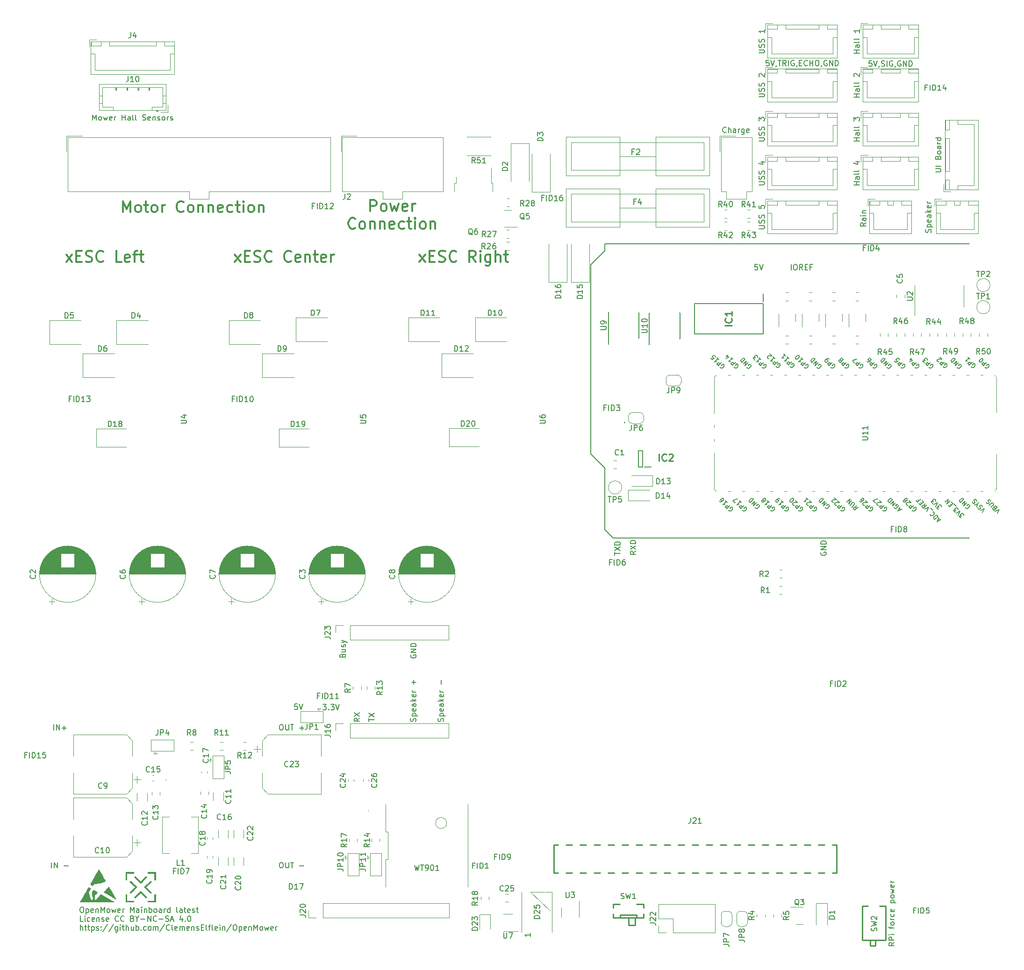
<source format=gbr>
%TF.GenerationSoftware,KiCad,Pcbnew,6.0.11+dfsg-1~bpo11+1*%
%TF.CreationDate,2023-04-27T19:59:20+00:00*%
%TF.ProjectId,OpenMowerMainboard,4f70656e-4d6f-4776-9572-4d61696e626f,rev?*%
%TF.SameCoordinates,Original*%
%TF.FileFunction,Legend,Top*%
%TF.FilePolarity,Positive*%
%FSLAX46Y46*%
G04 Gerber Fmt 4.6, Leading zero omitted, Abs format (unit mm)*
G04 Created by KiCad (PCBNEW 6.0.11+dfsg-1~bpo11+1) date 2023-04-27 19:59:20*
%MOMM*%
%LPD*%
G01*
G04 APERTURE LIST*
%ADD10C,0.120000*%
%ADD11C,0.150000*%
%ADD12C,0.300000*%
%ADD13C,0.200000*%
%ADD14C,0.254000*%
%ADD15C,0.250000*%
%ADD16C,0.010000*%
%ADD17C,0.100000*%
G04 APERTURE END LIST*
D10*
X114300000Y-179705000D02*
X116840000Y-179705000D01*
X114300000Y-179705000D02*
X117856000Y-183134000D01*
D11*
X133352380Y-117966666D02*
X132876190Y-118300000D01*
X133352380Y-118538095D02*
X132352380Y-118538095D01*
X132352380Y-118157142D01*
X132400000Y-118061904D01*
X132447619Y-118014285D01*
X132542857Y-117966666D01*
X132685714Y-117966666D01*
X132780952Y-118014285D01*
X132828571Y-118061904D01*
X132876190Y-118157142D01*
X132876190Y-118538095D01*
X132352380Y-117633333D02*
X133352380Y-116966666D01*
X132352380Y-116966666D02*
X133352380Y-117633333D01*
X133352380Y-116585714D02*
X132352380Y-116585714D01*
X132352380Y-116347619D01*
X132400000Y-116204761D01*
X132495238Y-116109523D01*
X132590476Y-116061904D01*
X132780952Y-116014285D01*
X132923809Y-116014285D01*
X133114285Y-116061904D01*
X133209523Y-116109523D01*
X133304761Y-116204761D01*
X133352380Y-116347619D01*
X133352380Y-116585714D01*
X80243371Y-136853466D02*
X80290990Y-136710609D01*
X80338609Y-136662990D01*
X80433847Y-136615371D01*
X80576704Y-136615371D01*
X80671942Y-136662990D01*
X80719561Y-136710609D01*
X80767180Y-136805847D01*
X80767180Y-137186800D01*
X79767180Y-137186800D01*
X79767180Y-136853466D01*
X79814800Y-136758228D01*
X79862419Y-136710609D01*
X79957657Y-136662990D01*
X80052895Y-136662990D01*
X80148133Y-136710609D01*
X80195752Y-136758228D01*
X80243371Y-136853466D01*
X80243371Y-137186800D01*
X80100514Y-135758228D02*
X80767180Y-135758228D01*
X80100514Y-136186800D02*
X80624323Y-136186800D01*
X80719561Y-136139180D01*
X80767180Y-136043942D01*
X80767180Y-135901085D01*
X80719561Y-135805847D01*
X80671942Y-135758228D01*
X80719561Y-135329657D02*
X80767180Y-135234419D01*
X80767180Y-135043942D01*
X80719561Y-134948704D01*
X80624323Y-134901085D01*
X80576704Y-134901085D01*
X80481466Y-134948704D01*
X80433847Y-135043942D01*
X80433847Y-135186800D01*
X80386228Y-135282038D01*
X80290990Y-135329657D01*
X80243371Y-135329657D01*
X80148133Y-135282038D01*
X80100514Y-135186800D01*
X80100514Y-135043942D01*
X80148133Y-134948704D01*
X80100514Y-134567752D02*
X80767180Y-134329657D01*
X80100514Y-134091561D02*
X80767180Y-134329657D01*
X81005276Y-134424895D01*
X81052895Y-134472514D01*
X81100514Y-134567752D01*
X173852380Y-43579047D02*
X172852380Y-43579047D01*
X173328571Y-43579047D02*
X173328571Y-43007619D01*
X173852380Y-43007619D02*
X172852380Y-43007619D01*
X173852380Y-42102857D02*
X173328571Y-42102857D01*
X173233333Y-42150476D01*
X173185714Y-42245714D01*
X173185714Y-42436190D01*
X173233333Y-42531428D01*
X173804761Y-42102857D02*
X173852380Y-42198095D01*
X173852380Y-42436190D01*
X173804761Y-42531428D01*
X173709523Y-42579047D01*
X173614285Y-42579047D01*
X173519047Y-42531428D01*
X173471428Y-42436190D01*
X173471428Y-42198095D01*
X173423809Y-42102857D01*
X173852380Y-41483809D02*
X173804761Y-41579047D01*
X173709523Y-41626666D01*
X172852380Y-41626666D01*
X173852380Y-40960000D02*
X173804761Y-41055238D01*
X173709523Y-41102857D01*
X172852380Y-41102857D01*
X172852380Y-39912380D02*
X172852380Y-39293333D01*
X173233333Y-39626666D01*
X173233333Y-39483809D01*
X173280952Y-39388571D01*
X173328571Y-39340952D01*
X173423809Y-39293333D01*
X173661904Y-39293333D01*
X173757142Y-39340952D01*
X173804761Y-39388571D01*
X173852380Y-39483809D01*
X173852380Y-39769523D01*
X173804761Y-39864761D01*
X173757142Y-39912380D01*
D12*
X60702619Y-65504761D02*
X61750238Y-64171428D01*
X60702619Y-64171428D02*
X61750238Y-65504761D01*
X62512142Y-64457142D02*
X63178809Y-64457142D01*
X63464523Y-65504761D02*
X62512142Y-65504761D01*
X62512142Y-63504761D01*
X63464523Y-63504761D01*
X64226428Y-65409523D02*
X64512142Y-65504761D01*
X64988333Y-65504761D01*
X65178809Y-65409523D01*
X65274047Y-65314285D01*
X65369285Y-65123809D01*
X65369285Y-64933333D01*
X65274047Y-64742857D01*
X65178809Y-64647619D01*
X64988333Y-64552380D01*
X64607380Y-64457142D01*
X64416904Y-64361904D01*
X64321666Y-64266666D01*
X64226428Y-64076190D01*
X64226428Y-63885714D01*
X64321666Y-63695238D01*
X64416904Y-63600000D01*
X64607380Y-63504761D01*
X65083571Y-63504761D01*
X65369285Y-63600000D01*
X67369285Y-65314285D02*
X67274047Y-65409523D01*
X66988333Y-65504761D01*
X66797857Y-65504761D01*
X66512142Y-65409523D01*
X66321666Y-65219047D01*
X66226428Y-65028571D01*
X66131190Y-64647619D01*
X66131190Y-64361904D01*
X66226428Y-63980952D01*
X66321666Y-63790476D01*
X66512142Y-63600000D01*
X66797857Y-63504761D01*
X66988333Y-63504761D01*
X67274047Y-63600000D01*
X67369285Y-63695238D01*
X70893095Y-65314285D02*
X70797857Y-65409523D01*
X70512142Y-65504761D01*
X70321666Y-65504761D01*
X70035952Y-65409523D01*
X69845476Y-65219047D01*
X69750238Y-65028571D01*
X69655000Y-64647619D01*
X69655000Y-64361904D01*
X69750238Y-63980952D01*
X69845476Y-63790476D01*
X70035952Y-63600000D01*
X70321666Y-63504761D01*
X70512142Y-63504761D01*
X70797857Y-63600000D01*
X70893095Y-63695238D01*
X72512142Y-65409523D02*
X72321666Y-65504761D01*
X71940714Y-65504761D01*
X71750238Y-65409523D01*
X71655000Y-65219047D01*
X71655000Y-64457142D01*
X71750238Y-64266666D01*
X71940714Y-64171428D01*
X72321666Y-64171428D01*
X72512142Y-64266666D01*
X72607380Y-64457142D01*
X72607380Y-64647619D01*
X71655000Y-64838095D01*
X73464523Y-64171428D02*
X73464523Y-65504761D01*
X73464523Y-64361904D02*
X73559761Y-64266666D01*
X73750238Y-64171428D01*
X74035952Y-64171428D01*
X74226428Y-64266666D01*
X74321666Y-64457142D01*
X74321666Y-65504761D01*
X74988333Y-64171428D02*
X75750238Y-64171428D01*
X75274047Y-63504761D02*
X75274047Y-65219047D01*
X75369285Y-65409523D01*
X75559761Y-65504761D01*
X75750238Y-65504761D01*
X77178809Y-65409523D02*
X76988333Y-65504761D01*
X76607380Y-65504761D01*
X76416904Y-65409523D01*
X76321666Y-65219047D01*
X76321666Y-64457142D01*
X76416904Y-64266666D01*
X76607380Y-64171428D01*
X76988333Y-64171428D01*
X77178809Y-64266666D01*
X77274047Y-64457142D01*
X77274047Y-64647619D01*
X76321666Y-64838095D01*
X78131190Y-65504761D02*
X78131190Y-64171428D01*
X78131190Y-64552380D02*
X78226428Y-64361904D01*
X78321666Y-64266666D01*
X78512142Y-64171428D01*
X78702619Y-64171428D01*
D13*
X180182780Y-188903904D02*
X179706590Y-189237238D01*
X180182780Y-189475333D02*
X179182780Y-189475333D01*
X179182780Y-189094380D01*
X179230400Y-188999142D01*
X179278019Y-188951523D01*
X179373257Y-188903904D01*
X179516114Y-188903904D01*
X179611352Y-188951523D01*
X179658971Y-188999142D01*
X179706590Y-189094380D01*
X179706590Y-189475333D01*
X180182780Y-188475333D02*
X179182780Y-188475333D01*
X179182780Y-188094380D01*
X179230400Y-187999142D01*
X179278019Y-187951523D01*
X179373257Y-187903904D01*
X179516114Y-187903904D01*
X179611352Y-187951523D01*
X179658971Y-187999142D01*
X179706590Y-188094380D01*
X179706590Y-188475333D01*
X180182780Y-187475333D02*
X179516114Y-187475333D01*
X179182780Y-187475333D02*
X179230400Y-187522952D01*
X179278019Y-187475333D01*
X179230400Y-187427714D01*
X179182780Y-187475333D01*
X179278019Y-187475333D01*
X179516114Y-186380095D02*
X179516114Y-185999142D01*
X180182780Y-186237238D02*
X179325638Y-186237238D01*
X179230400Y-186189619D01*
X179182780Y-186094380D01*
X179182780Y-185999142D01*
X180182780Y-185522952D02*
X180135161Y-185618190D01*
X180087542Y-185665809D01*
X179992304Y-185713428D01*
X179706590Y-185713428D01*
X179611352Y-185665809D01*
X179563733Y-185618190D01*
X179516114Y-185522952D01*
X179516114Y-185380095D01*
X179563733Y-185284857D01*
X179611352Y-185237238D01*
X179706590Y-185189619D01*
X179992304Y-185189619D01*
X180087542Y-185237238D01*
X180135161Y-185284857D01*
X180182780Y-185380095D01*
X180182780Y-185522952D01*
X180182780Y-184761047D02*
X179516114Y-184761047D01*
X179706590Y-184761047D02*
X179611352Y-184713428D01*
X179563733Y-184665809D01*
X179516114Y-184570571D01*
X179516114Y-184475333D01*
X180135161Y-183713428D02*
X180182780Y-183808666D01*
X180182780Y-183999142D01*
X180135161Y-184094380D01*
X180087542Y-184142000D01*
X179992304Y-184189619D01*
X179706590Y-184189619D01*
X179611352Y-184142000D01*
X179563733Y-184094380D01*
X179516114Y-183999142D01*
X179516114Y-183808666D01*
X179563733Y-183713428D01*
X180135161Y-182903904D02*
X180182780Y-182999142D01*
X180182780Y-183189619D01*
X180135161Y-183284857D01*
X180039923Y-183332476D01*
X179658971Y-183332476D01*
X179563733Y-183284857D01*
X179516114Y-183189619D01*
X179516114Y-182999142D01*
X179563733Y-182903904D01*
X179658971Y-182856285D01*
X179754209Y-182856285D01*
X179849447Y-183332476D01*
X179516114Y-181665809D02*
X180516114Y-181665809D01*
X179563733Y-181665809D02*
X179516114Y-181570571D01*
X179516114Y-181380095D01*
X179563733Y-181284857D01*
X179611352Y-181237238D01*
X179706590Y-181189619D01*
X179992304Y-181189619D01*
X180087542Y-181237238D01*
X180135161Y-181284857D01*
X180182780Y-181380095D01*
X180182780Y-181570571D01*
X180135161Y-181665809D01*
X180182780Y-180618190D02*
X180135161Y-180713428D01*
X180087542Y-180761047D01*
X179992304Y-180808666D01*
X179706590Y-180808666D01*
X179611352Y-180761047D01*
X179563733Y-180713428D01*
X179516114Y-180618190D01*
X179516114Y-180475333D01*
X179563733Y-180380095D01*
X179611352Y-180332476D01*
X179706590Y-180284857D01*
X179992304Y-180284857D01*
X180087542Y-180332476D01*
X180135161Y-180380095D01*
X180182780Y-180475333D01*
X180182780Y-180618190D01*
X179516114Y-179951523D02*
X180182780Y-179761047D01*
X179706590Y-179570571D01*
X180182780Y-179380095D01*
X179516114Y-179189619D01*
X180135161Y-178427714D02*
X180182780Y-178522952D01*
X180182780Y-178713428D01*
X180135161Y-178808666D01*
X180039923Y-178856285D01*
X179658971Y-178856285D01*
X179563733Y-178808666D01*
X179516114Y-178713428D01*
X179516114Y-178522952D01*
X179563733Y-178427714D01*
X179658971Y-178380095D01*
X179754209Y-178380095D01*
X179849447Y-178856285D01*
X180182780Y-177951523D02*
X179516114Y-177951523D01*
X179706590Y-177951523D02*
X179611352Y-177903904D01*
X179563733Y-177856285D01*
X179516114Y-177761047D01*
X179516114Y-177665809D01*
D11*
X176095238Y-29052380D02*
X175619047Y-29052380D01*
X175571428Y-29528571D01*
X175619047Y-29480952D01*
X175714285Y-29433333D01*
X175952380Y-29433333D01*
X176047619Y-29480952D01*
X176095238Y-29528571D01*
X176142857Y-29623809D01*
X176142857Y-29861904D01*
X176095238Y-29957142D01*
X176047619Y-30004761D01*
X175952380Y-30052380D01*
X175714285Y-30052380D01*
X175619047Y-30004761D01*
X175571428Y-29957142D01*
X176428571Y-29052380D02*
X176761904Y-30052380D01*
X177095238Y-29052380D01*
X177476190Y-30004761D02*
X177476190Y-30052380D01*
X177428571Y-30147619D01*
X177380952Y-30195238D01*
X177857142Y-30004761D02*
X178000000Y-30052380D01*
X178238095Y-30052380D01*
X178333333Y-30004761D01*
X178380952Y-29957142D01*
X178428571Y-29861904D01*
X178428571Y-29766666D01*
X178380952Y-29671428D01*
X178333333Y-29623809D01*
X178238095Y-29576190D01*
X178047619Y-29528571D01*
X177952380Y-29480952D01*
X177904761Y-29433333D01*
X177857142Y-29338095D01*
X177857142Y-29242857D01*
X177904761Y-29147619D01*
X177952380Y-29100000D01*
X178047619Y-29052380D01*
X178285714Y-29052380D01*
X178428571Y-29100000D01*
X178857142Y-30052380D02*
X178857142Y-29052380D01*
X179857142Y-29100000D02*
X179761904Y-29052380D01*
X179619047Y-29052380D01*
X179476190Y-29100000D01*
X179380952Y-29195238D01*
X179333333Y-29290476D01*
X179285714Y-29480952D01*
X179285714Y-29623809D01*
X179333333Y-29814285D01*
X179380952Y-29909523D01*
X179476190Y-30004761D01*
X179619047Y-30052380D01*
X179714285Y-30052380D01*
X179857142Y-30004761D01*
X179904761Y-29957142D01*
X179904761Y-29623809D01*
X179714285Y-29623809D01*
X180380952Y-30004761D02*
X180380952Y-30052380D01*
X180333333Y-30147619D01*
X180285714Y-30195238D01*
X181333333Y-29100000D02*
X181238095Y-29052380D01*
X181095238Y-29052380D01*
X180952380Y-29100000D01*
X180857142Y-29195238D01*
X180809523Y-29290476D01*
X180761904Y-29480952D01*
X180761904Y-29623809D01*
X180809523Y-29814285D01*
X180857142Y-29909523D01*
X180952380Y-30004761D01*
X181095238Y-30052380D01*
X181190476Y-30052380D01*
X181333333Y-30004761D01*
X181380952Y-29957142D01*
X181380952Y-29623809D01*
X181190476Y-29623809D01*
X181809523Y-30052380D02*
X181809523Y-29052380D01*
X182380952Y-30052380D01*
X182380952Y-29052380D01*
X182857142Y-30052380D02*
X182857142Y-29052380D01*
X183095238Y-29052380D01*
X183238095Y-29100000D01*
X183333333Y-29195238D01*
X183380952Y-29290476D01*
X183428571Y-29480952D01*
X183428571Y-29623809D01*
X183380952Y-29814285D01*
X183333333Y-29909523D01*
X183238095Y-30004761D01*
X183095238Y-30052380D01*
X182857142Y-30052380D01*
D12*
X85247619Y-56294761D02*
X85247619Y-54294761D01*
X86009523Y-54294761D01*
X86200000Y-54390000D01*
X86295238Y-54485238D01*
X86390476Y-54675714D01*
X86390476Y-54961428D01*
X86295238Y-55151904D01*
X86200000Y-55247142D01*
X86009523Y-55342380D01*
X85247619Y-55342380D01*
X87533333Y-56294761D02*
X87342857Y-56199523D01*
X87247619Y-56104285D01*
X87152380Y-55913809D01*
X87152380Y-55342380D01*
X87247619Y-55151904D01*
X87342857Y-55056666D01*
X87533333Y-54961428D01*
X87819047Y-54961428D01*
X88009523Y-55056666D01*
X88104761Y-55151904D01*
X88200000Y-55342380D01*
X88200000Y-55913809D01*
X88104761Y-56104285D01*
X88009523Y-56199523D01*
X87819047Y-56294761D01*
X87533333Y-56294761D01*
X88866666Y-54961428D02*
X89247619Y-56294761D01*
X89628571Y-55342380D01*
X90009523Y-56294761D01*
X90390476Y-54961428D01*
X91914285Y-56199523D02*
X91723809Y-56294761D01*
X91342857Y-56294761D01*
X91152380Y-56199523D01*
X91057142Y-56009047D01*
X91057142Y-55247142D01*
X91152380Y-55056666D01*
X91342857Y-54961428D01*
X91723809Y-54961428D01*
X91914285Y-55056666D01*
X92009523Y-55247142D01*
X92009523Y-55437619D01*
X91057142Y-55628095D01*
X92866666Y-56294761D02*
X92866666Y-54961428D01*
X92866666Y-55342380D02*
X92961904Y-55151904D01*
X93057142Y-55056666D01*
X93247619Y-54961428D01*
X93438095Y-54961428D01*
X82533333Y-59324285D02*
X82438095Y-59419523D01*
X82152380Y-59514761D01*
X81961904Y-59514761D01*
X81676190Y-59419523D01*
X81485714Y-59229047D01*
X81390476Y-59038571D01*
X81295238Y-58657619D01*
X81295238Y-58371904D01*
X81390476Y-57990952D01*
X81485714Y-57800476D01*
X81676190Y-57610000D01*
X81961904Y-57514761D01*
X82152380Y-57514761D01*
X82438095Y-57610000D01*
X82533333Y-57705238D01*
X83676190Y-59514761D02*
X83485714Y-59419523D01*
X83390476Y-59324285D01*
X83295238Y-59133809D01*
X83295238Y-58562380D01*
X83390476Y-58371904D01*
X83485714Y-58276666D01*
X83676190Y-58181428D01*
X83961904Y-58181428D01*
X84152380Y-58276666D01*
X84247619Y-58371904D01*
X84342857Y-58562380D01*
X84342857Y-59133809D01*
X84247619Y-59324285D01*
X84152380Y-59419523D01*
X83961904Y-59514761D01*
X83676190Y-59514761D01*
X85200000Y-58181428D02*
X85200000Y-59514761D01*
X85200000Y-58371904D02*
X85295238Y-58276666D01*
X85485714Y-58181428D01*
X85771428Y-58181428D01*
X85961904Y-58276666D01*
X86057142Y-58467142D01*
X86057142Y-59514761D01*
X87009523Y-58181428D02*
X87009523Y-59514761D01*
X87009523Y-58371904D02*
X87104761Y-58276666D01*
X87295238Y-58181428D01*
X87580952Y-58181428D01*
X87771428Y-58276666D01*
X87866666Y-58467142D01*
X87866666Y-59514761D01*
X89580952Y-59419523D02*
X89390476Y-59514761D01*
X89009523Y-59514761D01*
X88819047Y-59419523D01*
X88723809Y-59229047D01*
X88723809Y-58467142D01*
X88819047Y-58276666D01*
X89009523Y-58181428D01*
X89390476Y-58181428D01*
X89580952Y-58276666D01*
X89676190Y-58467142D01*
X89676190Y-58657619D01*
X88723809Y-58848095D01*
X91390476Y-59419523D02*
X91200000Y-59514761D01*
X90819047Y-59514761D01*
X90628571Y-59419523D01*
X90533333Y-59324285D01*
X90438095Y-59133809D01*
X90438095Y-58562380D01*
X90533333Y-58371904D01*
X90628571Y-58276666D01*
X90819047Y-58181428D01*
X91200000Y-58181428D01*
X91390476Y-58276666D01*
X91961904Y-58181428D02*
X92723809Y-58181428D01*
X92247619Y-57514761D02*
X92247619Y-59229047D01*
X92342857Y-59419523D01*
X92533333Y-59514761D01*
X92723809Y-59514761D01*
X93390476Y-59514761D02*
X93390476Y-58181428D01*
X93390476Y-57514761D02*
X93295238Y-57610000D01*
X93390476Y-57705238D01*
X93485714Y-57610000D01*
X93390476Y-57514761D01*
X93390476Y-57705238D01*
X94628571Y-59514761D02*
X94438095Y-59419523D01*
X94342857Y-59324285D01*
X94247619Y-59133809D01*
X94247619Y-58562380D01*
X94342857Y-58371904D01*
X94438095Y-58276666D01*
X94628571Y-58181428D01*
X94914285Y-58181428D01*
X95104761Y-58276666D01*
X95200000Y-58371904D01*
X95295238Y-58562380D01*
X95295238Y-59133809D01*
X95200000Y-59324285D01*
X95104761Y-59419523D01*
X94914285Y-59514761D01*
X94628571Y-59514761D01*
X96152380Y-58181428D02*
X96152380Y-59514761D01*
X96152380Y-58371904D02*
X96247619Y-58276666D01*
X96438095Y-58181428D01*
X96723809Y-58181428D01*
X96914285Y-58276666D01*
X97009523Y-58467142D01*
X97009523Y-59514761D01*
D11*
X186804761Y-60161904D02*
X186852380Y-60019047D01*
X186852380Y-59780952D01*
X186804761Y-59685714D01*
X186757142Y-59638095D01*
X186661904Y-59590476D01*
X186566666Y-59590476D01*
X186471428Y-59638095D01*
X186423809Y-59685714D01*
X186376190Y-59780952D01*
X186328571Y-59971428D01*
X186280952Y-60066666D01*
X186233333Y-60114285D01*
X186138095Y-60161904D01*
X186042857Y-60161904D01*
X185947619Y-60114285D01*
X185900000Y-60066666D01*
X185852380Y-59971428D01*
X185852380Y-59733333D01*
X185900000Y-59590476D01*
X186185714Y-59161904D02*
X187185714Y-59161904D01*
X186233333Y-59161904D02*
X186185714Y-59066666D01*
X186185714Y-58876190D01*
X186233333Y-58780952D01*
X186280952Y-58733333D01*
X186376190Y-58685714D01*
X186661904Y-58685714D01*
X186757142Y-58733333D01*
X186804761Y-58780952D01*
X186852380Y-58876190D01*
X186852380Y-59066666D01*
X186804761Y-59161904D01*
X186804761Y-57876190D02*
X186852380Y-57971428D01*
X186852380Y-58161904D01*
X186804761Y-58257142D01*
X186709523Y-58304761D01*
X186328571Y-58304761D01*
X186233333Y-58257142D01*
X186185714Y-58161904D01*
X186185714Y-57971428D01*
X186233333Y-57876190D01*
X186328571Y-57828571D01*
X186423809Y-57828571D01*
X186519047Y-58304761D01*
X186852380Y-56971428D02*
X186328571Y-56971428D01*
X186233333Y-57019047D01*
X186185714Y-57114285D01*
X186185714Y-57304761D01*
X186233333Y-57400000D01*
X186804761Y-56971428D02*
X186852380Y-57066666D01*
X186852380Y-57304761D01*
X186804761Y-57400000D01*
X186709523Y-57447619D01*
X186614285Y-57447619D01*
X186519047Y-57400000D01*
X186471428Y-57304761D01*
X186471428Y-57066666D01*
X186423809Y-56971428D01*
X186852380Y-56495238D02*
X185852380Y-56495238D01*
X186471428Y-56400000D02*
X186852380Y-56114285D01*
X186185714Y-56114285D02*
X186566666Y-56495238D01*
X186804761Y-55304761D02*
X186852380Y-55400000D01*
X186852380Y-55590476D01*
X186804761Y-55685714D01*
X186709523Y-55733333D01*
X186328571Y-55733333D01*
X186233333Y-55685714D01*
X186185714Y-55590476D01*
X186185714Y-55400000D01*
X186233333Y-55304761D01*
X186328571Y-55257142D01*
X186423809Y-55257142D01*
X186519047Y-55733333D01*
X186852380Y-54828571D02*
X186185714Y-54828571D01*
X186376190Y-54828571D02*
X186280952Y-54780952D01*
X186233333Y-54733333D01*
X186185714Y-54638095D01*
X186185714Y-54542857D01*
X34957904Y-39822380D02*
X34957904Y-38822380D01*
X35291238Y-39536666D01*
X35624571Y-38822380D01*
X35624571Y-39822380D01*
X36243619Y-39822380D02*
X36148380Y-39774761D01*
X36100761Y-39727142D01*
X36053142Y-39631904D01*
X36053142Y-39346190D01*
X36100761Y-39250952D01*
X36148380Y-39203333D01*
X36243619Y-39155714D01*
X36386476Y-39155714D01*
X36481714Y-39203333D01*
X36529333Y-39250952D01*
X36576952Y-39346190D01*
X36576952Y-39631904D01*
X36529333Y-39727142D01*
X36481714Y-39774761D01*
X36386476Y-39822380D01*
X36243619Y-39822380D01*
X36910285Y-39155714D02*
X37100761Y-39822380D01*
X37291238Y-39346190D01*
X37481714Y-39822380D01*
X37672190Y-39155714D01*
X38434095Y-39774761D02*
X38338857Y-39822380D01*
X38148380Y-39822380D01*
X38053142Y-39774761D01*
X38005523Y-39679523D01*
X38005523Y-39298571D01*
X38053142Y-39203333D01*
X38148380Y-39155714D01*
X38338857Y-39155714D01*
X38434095Y-39203333D01*
X38481714Y-39298571D01*
X38481714Y-39393809D01*
X38005523Y-39489047D01*
X38910285Y-39822380D02*
X38910285Y-39155714D01*
X38910285Y-39346190D02*
X38957904Y-39250952D01*
X39005523Y-39203333D01*
X39100761Y-39155714D01*
X39196000Y-39155714D01*
X40291238Y-39822380D02*
X40291238Y-38822380D01*
X40291238Y-39298571D02*
X40862666Y-39298571D01*
X40862666Y-39822380D02*
X40862666Y-38822380D01*
X41767428Y-39822380D02*
X41767428Y-39298571D01*
X41719809Y-39203333D01*
X41624571Y-39155714D01*
X41434095Y-39155714D01*
X41338857Y-39203333D01*
X41767428Y-39774761D02*
X41672190Y-39822380D01*
X41434095Y-39822380D01*
X41338857Y-39774761D01*
X41291238Y-39679523D01*
X41291238Y-39584285D01*
X41338857Y-39489047D01*
X41434095Y-39441428D01*
X41672190Y-39441428D01*
X41767428Y-39393809D01*
X42386476Y-39822380D02*
X42291238Y-39774761D01*
X42243619Y-39679523D01*
X42243619Y-38822380D01*
X42910285Y-39822380D02*
X42815047Y-39774761D01*
X42767428Y-39679523D01*
X42767428Y-38822380D01*
X44005523Y-39774761D02*
X44148380Y-39822380D01*
X44386476Y-39822380D01*
X44481714Y-39774761D01*
X44529333Y-39727142D01*
X44576952Y-39631904D01*
X44576952Y-39536666D01*
X44529333Y-39441428D01*
X44481714Y-39393809D01*
X44386476Y-39346190D01*
X44196000Y-39298571D01*
X44100761Y-39250952D01*
X44053142Y-39203333D01*
X44005523Y-39108095D01*
X44005523Y-39012857D01*
X44053142Y-38917619D01*
X44100761Y-38870000D01*
X44196000Y-38822380D01*
X44434095Y-38822380D01*
X44576952Y-38870000D01*
X45386476Y-39774761D02*
X45291238Y-39822380D01*
X45100761Y-39822380D01*
X45005523Y-39774761D01*
X44957904Y-39679523D01*
X44957904Y-39298571D01*
X45005523Y-39203333D01*
X45100761Y-39155714D01*
X45291238Y-39155714D01*
X45386476Y-39203333D01*
X45434095Y-39298571D01*
X45434095Y-39393809D01*
X44957904Y-39489047D01*
X45862666Y-39155714D02*
X45862666Y-39822380D01*
X45862666Y-39250952D02*
X45910285Y-39203333D01*
X46005523Y-39155714D01*
X46148380Y-39155714D01*
X46243619Y-39203333D01*
X46291238Y-39298571D01*
X46291238Y-39822380D01*
X46719809Y-39774761D02*
X46815047Y-39822380D01*
X47005523Y-39822380D01*
X47100761Y-39774761D01*
X47148380Y-39679523D01*
X47148380Y-39631904D01*
X47100761Y-39536666D01*
X47005523Y-39489047D01*
X46862666Y-39489047D01*
X46767428Y-39441428D01*
X46719809Y-39346190D01*
X46719809Y-39298571D01*
X46767428Y-39203333D01*
X46862666Y-39155714D01*
X47005523Y-39155714D01*
X47100761Y-39203333D01*
X47719809Y-39822380D02*
X47624571Y-39774761D01*
X47576952Y-39727142D01*
X47529333Y-39631904D01*
X47529333Y-39346190D01*
X47576952Y-39250952D01*
X47624571Y-39203333D01*
X47719809Y-39155714D01*
X47862666Y-39155714D01*
X47957904Y-39203333D01*
X48005523Y-39250952D01*
X48053142Y-39346190D01*
X48053142Y-39631904D01*
X48005523Y-39727142D01*
X47957904Y-39774761D01*
X47862666Y-39822380D01*
X47719809Y-39822380D01*
X48481714Y-39822380D02*
X48481714Y-39155714D01*
X48481714Y-39346190D02*
X48529333Y-39250952D01*
X48576952Y-39203333D01*
X48672190Y-39155714D01*
X48767428Y-39155714D01*
X49053142Y-39774761D02*
X49148380Y-39822380D01*
X49338857Y-39822380D01*
X49434095Y-39774761D01*
X49481714Y-39679523D01*
X49481714Y-39631904D01*
X49434095Y-39536666D01*
X49338857Y-39489047D01*
X49196000Y-39489047D01*
X49100761Y-39441428D01*
X49053142Y-39346190D01*
X49053142Y-39298571D01*
X49100761Y-39203333D01*
X49196000Y-39155714D01*
X49338857Y-39155714D01*
X49434095Y-39203333D01*
X98471961Y-148808304D02*
X98519580Y-148665447D01*
X98519580Y-148427352D01*
X98471961Y-148332114D01*
X98424342Y-148284495D01*
X98329104Y-148236876D01*
X98233866Y-148236876D01*
X98138628Y-148284495D01*
X98091009Y-148332114D01*
X98043390Y-148427352D01*
X97995771Y-148617828D01*
X97948152Y-148713066D01*
X97900533Y-148760685D01*
X97805295Y-148808304D01*
X97710057Y-148808304D01*
X97614819Y-148760685D01*
X97567200Y-148713066D01*
X97519580Y-148617828D01*
X97519580Y-148379733D01*
X97567200Y-148236876D01*
X97852914Y-147808304D02*
X98852914Y-147808304D01*
X97900533Y-147808304D02*
X97852914Y-147713066D01*
X97852914Y-147522590D01*
X97900533Y-147427352D01*
X97948152Y-147379733D01*
X98043390Y-147332114D01*
X98329104Y-147332114D01*
X98424342Y-147379733D01*
X98471961Y-147427352D01*
X98519580Y-147522590D01*
X98519580Y-147713066D01*
X98471961Y-147808304D01*
X98471961Y-146522590D02*
X98519580Y-146617828D01*
X98519580Y-146808304D01*
X98471961Y-146903542D01*
X98376723Y-146951161D01*
X97995771Y-146951161D01*
X97900533Y-146903542D01*
X97852914Y-146808304D01*
X97852914Y-146617828D01*
X97900533Y-146522590D01*
X97995771Y-146474971D01*
X98091009Y-146474971D01*
X98186247Y-146951161D01*
X98519580Y-145617828D02*
X97995771Y-145617828D01*
X97900533Y-145665447D01*
X97852914Y-145760685D01*
X97852914Y-145951161D01*
X97900533Y-146046400D01*
X98471961Y-145617828D02*
X98519580Y-145713066D01*
X98519580Y-145951161D01*
X98471961Y-146046400D01*
X98376723Y-146094019D01*
X98281485Y-146094019D01*
X98186247Y-146046400D01*
X98138628Y-145951161D01*
X98138628Y-145713066D01*
X98091009Y-145617828D01*
X98519580Y-145141638D02*
X97519580Y-145141638D01*
X98138628Y-145046400D02*
X98519580Y-144760685D01*
X97852914Y-144760685D02*
X98233866Y-145141638D01*
X98471961Y-143951161D02*
X98519580Y-144046400D01*
X98519580Y-144236876D01*
X98471961Y-144332114D01*
X98376723Y-144379733D01*
X97995771Y-144379733D01*
X97900533Y-144332114D01*
X97852914Y-144236876D01*
X97852914Y-144046400D01*
X97900533Y-143951161D01*
X97995771Y-143903542D01*
X98091009Y-143903542D01*
X98186247Y-144379733D01*
X98519580Y-143474971D02*
X97852914Y-143474971D01*
X98043390Y-143474971D02*
X97948152Y-143427352D01*
X97900533Y-143379733D01*
X97852914Y-143284495D01*
X97852914Y-143189257D01*
X98138628Y-142094019D02*
X98138628Y-141332114D01*
X155652380Y-35587739D02*
X156461904Y-35587739D01*
X156557142Y-35540120D01*
X156604761Y-35492501D01*
X156652380Y-35397262D01*
X156652380Y-35206786D01*
X156604761Y-35111548D01*
X156557142Y-35063929D01*
X156461904Y-35016310D01*
X155652380Y-35016310D01*
X156604761Y-34587739D02*
X156652380Y-34444881D01*
X156652380Y-34206786D01*
X156604761Y-34111548D01*
X156557142Y-34063929D01*
X156461904Y-34016310D01*
X156366666Y-34016310D01*
X156271428Y-34063929D01*
X156223809Y-34111548D01*
X156176190Y-34206786D01*
X156128571Y-34397262D01*
X156080952Y-34492501D01*
X156033333Y-34540120D01*
X155938095Y-34587739D01*
X155842857Y-34587739D01*
X155747619Y-34540120D01*
X155700000Y-34492501D01*
X155652380Y-34397262D01*
X155652380Y-34159167D01*
X155700000Y-34016310D01*
X156604761Y-33635358D02*
X156652380Y-33492501D01*
X156652380Y-33254405D01*
X156604761Y-33159167D01*
X156557142Y-33111548D01*
X156461904Y-33063929D01*
X156366666Y-33063929D01*
X156271428Y-33111548D01*
X156223809Y-33159167D01*
X156176190Y-33254405D01*
X156128571Y-33444881D01*
X156080952Y-33540120D01*
X156033333Y-33587739D01*
X155938095Y-33635358D01*
X155842857Y-33635358D01*
X155747619Y-33587739D01*
X155700000Y-33540120D01*
X155652380Y-33444881D01*
X155652380Y-33206786D01*
X155700000Y-33063929D01*
X155747619Y-31921072D02*
X155700000Y-31873453D01*
X155652380Y-31778215D01*
X155652380Y-31540120D01*
X155700000Y-31444881D01*
X155747619Y-31397262D01*
X155842857Y-31349643D01*
X155938095Y-31349643D01*
X156080952Y-31397262D01*
X156652380Y-31968691D01*
X156652380Y-31349643D01*
X72047123Y-145654780D02*
X71570933Y-145654780D01*
X71523314Y-146130971D01*
X71570933Y-146083352D01*
X71666171Y-146035733D01*
X71904266Y-146035733D01*
X71999504Y-146083352D01*
X72047123Y-146130971D01*
X72094742Y-146226209D01*
X72094742Y-146464304D01*
X72047123Y-146559542D01*
X71999504Y-146607161D01*
X71904266Y-146654780D01*
X71666171Y-146654780D01*
X71570933Y-146607161D01*
X71523314Y-146559542D01*
X72380457Y-145654780D02*
X72713790Y-146654780D01*
X73047123Y-145654780D01*
X93471961Y-148808304D02*
X93519580Y-148665447D01*
X93519580Y-148427352D01*
X93471961Y-148332114D01*
X93424342Y-148284495D01*
X93329104Y-148236876D01*
X93233866Y-148236876D01*
X93138628Y-148284495D01*
X93091009Y-148332114D01*
X93043390Y-148427352D01*
X92995771Y-148617828D01*
X92948152Y-148713066D01*
X92900533Y-148760685D01*
X92805295Y-148808304D01*
X92710057Y-148808304D01*
X92614819Y-148760685D01*
X92567200Y-148713066D01*
X92519580Y-148617828D01*
X92519580Y-148379733D01*
X92567200Y-148236876D01*
X92852914Y-147808304D02*
X93852914Y-147808304D01*
X92900533Y-147808304D02*
X92852914Y-147713066D01*
X92852914Y-147522590D01*
X92900533Y-147427352D01*
X92948152Y-147379733D01*
X93043390Y-147332114D01*
X93329104Y-147332114D01*
X93424342Y-147379733D01*
X93471961Y-147427352D01*
X93519580Y-147522590D01*
X93519580Y-147713066D01*
X93471961Y-147808304D01*
X93471961Y-146522590D02*
X93519580Y-146617828D01*
X93519580Y-146808304D01*
X93471961Y-146903542D01*
X93376723Y-146951161D01*
X92995771Y-146951161D01*
X92900533Y-146903542D01*
X92852914Y-146808304D01*
X92852914Y-146617828D01*
X92900533Y-146522590D01*
X92995771Y-146474971D01*
X93091009Y-146474971D01*
X93186247Y-146951161D01*
X93519580Y-145617828D02*
X92995771Y-145617828D01*
X92900533Y-145665447D01*
X92852914Y-145760685D01*
X92852914Y-145951161D01*
X92900533Y-146046400D01*
X93471961Y-145617828D02*
X93519580Y-145713066D01*
X93519580Y-145951161D01*
X93471961Y-146046400D01*
X93376723Y-146094019D01*
X93281485Y-146094019D01*
X93186247Y-146046400D01*
X93138628Y-145951161D01*
X93138628Y-145713066D01*
X93091009Y-145617828D01*
X93519580Y-145141638D02*
X92519580Y-145141638D01*
X93138628Y-145046400D02*
X93519580Y-144760685D01*
X92852914Y-144760685D02*
X93233866Y-145141638D01*
X93471961Y-143951161D02*
X93519580Y-144046400D01*
X93519580Y-144236876D01*
X93471961Y-144332114D01*
X93376723Y-144379733D01*
X92995771Y-144379733D01*
X92900533Y-144332114D01*
X92852914Y-144236876D01*
X92852914Y-144046400D01*
X92900533Y-143951161D01*
X92995771Y-143903542D01*
X93091009Y-143903542D01*
X93186247Y-144379733D01*
X93519580Y-143474971D02*
X92852914Y-143474971D01*
X93043390Y-143474971D02*
X92948152Y-143427352D01*
X92900533Y-143379733D01*
X92852914Y-143284495D01*
X92852914Y-143189257D01*
X93138628Y-142094019D02*
X93138628Y-141332114D01*
X93519580Y-141713066D02*
X92757676Y-141713066D01*
X155652380Y-59490239D02*
X156461904Y-59490239D01*
X156557142Y-59442620D01*
X156604761Y-59395001D01*
X156652380Y-59299762D01*
X156652380Y-59109286D01*
X156604761Y-59014048D01*
X156557142Y-58966429D01*
X156461904Y-58918810D01*
X155652380Y-58918810D01*
X156604761Y-58490239D02*
X156652380Y-58347381D01*
X156652380Y-58109286D01*
X156604761Y-58014048D01*
X156557142Y-57966429D01*
X156461904Y-57918810D01*
X156366666Y-57918810D01*
X156271428Y-57966429D01*
X156223809Y-58014048D01*
X156176190Y-58109286D01*
X156128571Y-58299762D01*
X156080952Y-58395001D01*
X156033333Y-58442620D01*
X155938095Y-58490239D01*
X155842857Y-58490239D01*
X155747619Y-58442620D01*
X155700000Y-58395001D01*
X155652380Y-58299762D01*
X155652380Y-58061667D01*
X155700000Y-57918810D01*
X156604761Y-57537858D02*
X156652380Y-57395001D01*
X156652380Y-57156905D01*
X156604761Y-57061667D01*
X156557142Y-57014048D01*
X156461904Y-56966429D01*
X156366666Y-56966429D01*
X156271428Y-57014048D01*
X156223809Y-57061667D01*
X156176190Y-57156905D01*
X156128571Y-57347381D01*
X156080952Y-57442620D01*
X156033333Y-57490239D01*
X155938095Y-57537858D01*
X155842857Y-57537858D01*
X155747619Y-57490239D01*
X155700000Y-57442620D01*
X155652380Y-57347381D01*
X155652380Y-57109286D01*
X155700000Y-56966429D01*
X155652380Y-55299762D02*
X155652380Y-55775953D01*
X156128571Y-55823572D01*
X156080952Y-55775953D01*
X156033333Y-55680715D01*
X156033333Y-55442620D01*
X156080952Y-55347381D01*
X156128571Y-55299762D01*
X156223809Y-55252143D01*
X156461904Y-55252143D01*
X156557142Y-55299762D01*
X156604761Y-55347381D01*
X156652380Y-55442620D01*
X156652380Y-55680715D01*
X156604761Y-55775953D01*
X156557142Y-55823572D01*
X173852380Y-35611547D02*
X172852380Y-35611547D01*
X173328571Y-35611547D02*
X173328571Y-35040119D01*
X173852380Y-35040119D02*
X172852380Y-35040119D01*
X173852380Y-34135357D02*
X173328571Y-34135357D01*
X173233333Y-34182976D01*
X173185714Y-34278214D01*
X173185714Y-34468690D01*
X173233333Y-34563928D01*
X173804761Y-34135357D02*
X173852380Y-34230595D01*
X173852380Y-34468690D01*
X173804761Y-34563928D01*
X173709523Y-34611547D01*
X173614285Y-34611547D01*
X173519047Y-34563928D01*
X173471428Y-34468690D01*
X173471428Y-34230595D01*
X173423809Y-34135357D01*
X173852380Y-33516309D02*
X173804761Y-33611547D01*
X173709523Y-33659166D01*
X172852380Y-33659166D01*
X173852380Y-32992500D02*
X173804761Y-33087738D01*
X173709523Y-33135357D01*
X172852380Y-33135357D01*
X172947619Y-31897261D02*
X172900000Y-31849642D01*
X172852380Y-31754404D01*
X172852380Y-31516309D01*
X172900000Y-31421071D01*
X172947619Y-31373452D01*
X173042857Y-31325833D01*
X173138095Y-31325833D01*
X173280952Y-31373452D01*
X173852380Y-31944880D01*
X173852380Y-31325833D01*
X155652380Y-43555239D02*
X156461904Y-43555239D01*
X156557142Y-43507620D01*
X156604761Y-43460001D01*
X156652380Y-43364762D01*
X156652380Y-43174286D01*
X156604761Y-43079048D01*
X156557142Y-43031429D01*
X156461904Y-42983810D01*
X155652380Y-42983810D01*
X156604761Y-42555239D02*
X156652380Y-42412381D01*
X156652380Y-42174286D01*
X156604761Y-42079048D01*
X156557142Y-42031429D01*
X156461904Y-41983810D01*
X156366666Y-41983810D01*
X156271428Y-42031429D01*
X156223809Y-42079048D01*
X156176190Y-42174286D01*
X156128571Y-42364762D01*
X156080952Y-42460001D01*
X156033333Y-42507620D01*
X155938095Y-42555239D01*
X155842857Y-42555239D01*
X155747619Y-42507620D01*
X155700000Y-42460001D01*
X155652380Y-42364762D01*
X155652380Y-42126667D01*
X155700000Y-41983810D01*
X156604761Y-41602858D02*
X156652380Y-41460001D01*
X156652380Y-41221905D01*
X156604761Y-41126667D01*
X156557142Y-41079048D01*
X156461904Y-41031429D01*
X156366666Y-41031429D01*
X156271428Y-41079048D01*
X156223809Y-41126667D01*
X156176190Y-41221905D01*
X156128571Y-41412381D01*
X156080952Y-41507620D01*
X156033333Y-41555239D01*
X155938095Y-41602858D01*
X155842857Y-41602858D01*
X155747619Y-41555239D01*
X155700000Y-41507620D01*
X155652380Y-41412381D01*
X155652380Y-41174286D01*
X155700000Y-41031429D01*
X155652380Y-39936191D02*
X155652380Y-39317143D01*
X156033333Y-39650477D01*
X156033333Y-39507620D01*
X156080952Y-39412381D01*
X156128571Y-39364762D01*
X156223809Y-39317143D01*
X156461904Y-39317143D01*
X156557142Y-39364762D01*
X156604761Y-39412381D01*
X156652380Y-39507620D01*
X156652380Y-39793334D01*
X156604761Y-39888572D01*
X156557142Y-39936191D01*
X32926071Y-182442380D02*
X33116547Y-182442380D01*
X33211785Y-182490000D01*
X33307023Y-182585238D01*
X33354642Y-182775714D01*
X33354642Y-183109047D01*
X33307023Y-183299523D01*
X33211785Y-183394761D01*
X33116547Y-183442380D01*
X32926071Y-183442380D01*
X32830833Y-183394761D01*
X32735595Y-183299523D01*
X32687976Y-183109047D01*
X32687976Y-182775714D01*
X32735595Y-182585238D01*
X32830833Y-182490000D01*
X32926071Y-182442380D01*
X33783214Y-182775714D02*
X33783214Y-183775714D01*
X33783214Y-182823333D02*
X33878452Y-182775714D01*
X34068928Y-182775714D01*
X34164166Y-182823333D01*
X34211785Y-182870952D01*
X34259404Y-182966190D01*
X34259404Y-183251904D01*
X34211785Y-183347142D01*
X34164166Y-183394761D01*
X34068928Y-183442380D01*
X33878452Y-183442380D01*
X33783214Y-183394761D01*
X35068928Y-183394761D02*
X34973690Y-183442380D01*
X34783214Y-183442380D01*
X34687976Y-183394761D01*
X34640357Y-183299523D01*
X34640357Y-182918571D01*
X34687976Y-182823333D01*
X34783214Y-182775714D01*
X34973690Y-182775714D01*
X35068928Y-182823333D01*
X35116547Y-182918571D01*
X35116547Y-183013809D01*
X34640357Y-183109047D01*
X35545119Y-182775714D02*
X35545119Y-183442380D01*
X35545119Y-182870952D02*
X35592738Y-182823333D01*
X35687976Y-182775714D01*
X35830833Y-182775714D01*
X35926071Y-182823333D01*
X35973690Y-182918571D01*
X35973690Y-183442380D01*
X36449880Y-183442380D02*
X36449880Y-182442380D01*
X36783214Y-183156666D01*
X37116547Y-182442380D01*
X37116547Y-183442380D01*
X37735595Y-183442380D02*
X37640357Y-183394761D01*
X37592738Y-183347142D01*
X37545119Y-183251904D01*
X37545119Y-182966190D01*
X37592738Y-182870952D01*
X37640357Y-182823333D01*
X37735595Y-182775714D01*
X37878452Y-182775714D01*
X37973690Y-182823333D01*
X38021309Y-182870952D01*
X38068928Y-182966190D01*
X38068928Y-183251904D01*
X38021309Y-183347142D01*
X37973690Y-183394761D01*
X37878452Y-183442380D01*
X37735595Y-183442380D01*
X38402261Y-182775714D02*
X38592738Y-183442380D01*
X38783214Y-182966190D01*
X38973690Y-183442380D01*
X39164166Y-182775714D01*
X39926071Y-183394761D02*
X39830833Y-183442380D01*
X39640357Y-183442380D01*
X39545119Y-183394761D01*
X39497500Y-183299523D01*
X39497500Y-182918571D01*
X39545119Y-182823333D01*
X39640357Y-182775714D01*
X39830833Y-182775714D01*
X39926071Y-182823333D01*
X39973690Y-182918571D01*
X39973690Y-183013809D01*
X39497500Y-183109047D01*
X40402261Y-183442380D02*
X40402261Y-182775714D01*
X40402261Y-182966190D02*
X40449880Y-182870952D01*
X40497500Y-182823333D01*
X40592738Y-182775714D01*
X40687976Y-182775714D01*
X41783214Y-183442380D02*
X41783214Y-182442380D01*
X42116547Y-183156666D01*
X42449880Y-182442380D01*
X42449880Y-183442380D01*
X43354642Y-183442380D02*
X43354642Y-182918571D01*
X43307023Y-182823333D01*
X43211785Y-182775714D01*
X43021309Y-182775714D01*
X42926071Y-182823333D01*
X43354642Y-183394761D02*
X43259404Y-183442380D01*
X43021309Y-183442380D01*
X42926071Y-183394761D01*
X42878452Y-183299523D01*
X42878452Y-183204285D01*
X42926071Y-183109047D01*
X43021309Y-183061428D01*
X43259404Y-183061428D01*
X43354642Y-183013809D01*
X43830833Y-183442380D02*
X43830833Y-182775714D01*
X43830833Y-182442380D02*
X43783214Y-182490000D01*
X43830833Y-182537619D01*
X43878452Y-182490000D01*
X43830833Y-182442380D01*
X43830833Y-182537619D01*
X44307023Y-182775714D02*
X44307023Y-183442380D01*
X44307023Y-182870952D02*
X44354642Y-182823333D01*
X44449880Y-182775714D01*
X44592738Y-182775714D01*
X44687976Y-182823333D01*
X44735595Y-182918571D01*
X44735595Y-183442380D01*
X45211785Y-183442380D02*
X45211785Y-182442380D01*
X45211785Y-182823333D02*
X45307023Y-182775714D01*
X45497500Y-182775714D01*
X45592738Y-182823333D01*
X45640357Y-182870952D01*
X45687976Y-182966190D01*
X45687976Y-183251904D01*
X45640357Y-183347142D01*
X45592738Y-183394761D01*
X45497500Y-183442380D01*
X45307023Y-183442380D01*
X45211785Y-183394761D01*
X46259404Y-183442380D02*
X46164166Y-183394761D01*
X46116547Y-183347142D01*
X46068928Y-183251904D01*
X46068928Y-182966190D01*
X46116547Y-182870952D01*
X46164166Y-182823333D01*
X46259404Y-182775714D01*
X46402261Y-182775714D01*
X46497500Y-182823333D01*
X46545119Y-182870952D01*
X46592738Y-182966190D01*
X46592738Y-183251904D01*
X46545119Y-183347142D01*
X46497500Y-183394761D01*
X46402261Y-183442380D01*
X46259404Y-183442380D01*
X47449880Y-183442380D02*
X47449880Y-182918571D01*
X47402261Y-182823333D01*
X47307023Y-182775714D01*
X47116547Y-182775714D01*
X47021309Y-182823333D01*
X47449880Y-183394761D02*
X47354642Y-183442380D01*
X47116547Y-183442380D01*
X47021309Y-183394761D01*
X46973690Y-183299523D01*
X46973690Y-183204285D01*
X47021309Y-183109047D01*
X47116547Y-183061428D01*
X47354642Y-183061428D01*
X47449880Y-183013809D01*
X47926071Y-183442380D02*
X47926071Y-182775714D01*
X47926071Y-182966190D02*
X47973690Y-182870952D01*
X48021309Y-182823333D01*
X48116547Y-182775714D01*
X48211785Y-182775714D01*
X48973690Y-183442380D02*
X48973690Y-182442380D01*
X48973690Y-183394761D02*
X48878452Y-183442380D01*
X48687976Y-183442380D01*
X48592738Y-183394761D01*
X48545119Y-183347142D01*
X48497500Y-183251904D01*
X48497500Y-182966190D01*
X48545119Y-182870952D01*
X48592738Y-182823333D01*
X48687976Y-182775714D01*
X48878452Y-182775714D01*
X48973690Y-182823333D01*
X50354642Y-183442380D02*
X50259404Y-183394761D01*
X50211785Y-183299523D01*
X50211785Y-182442380D01*
X51164166Y-183442380D02*
X51164166Y-182918571D01*
X51116547Y-182823333D01*
X51021309Y-182775714D01*
X50830833Y-182775714D01*
X50735595Y-182823333D01*
X51164166Y-183394761D02*
X51068928Y-183442380D01*
X50830833Y-183442380D01*
X50735595Y-183394761D01*
X50687976Y-183299523D01*
X50687976Y-183204285D01*
X50735595Y-183109047D01*
X50830833Y-183061428D01*
X51068928Y-183061428D01*
X51164166Y-183013809D01*
X51497500Y-182775714D02*
X51878452Y-182775714D01*
X51640357Y-182442380D02*
X51640357Y-183299523D01*
X51687976Y-183394761D01*
X51783214Y-183442380D01*
X51878452Y-183442380D01*
X52592738Y-183394761D02*
X52497500Y-183442380D01*
X52307023Y-183442380D01*
X52211785Y-183394761D01*
X52164166Y-183299523D01*
X52164166Y-182918571D01*
X52211785Y-182823333D01*
X52307023Y-182775714D01*
X52497500Y-182775714D01*
X52592738Y-182823333D01*
X52640357Y-182918571D01*
X52640357Y-183013809D01*
X52164166Y-183109047D01*
X53021309Y-183394761D02*
X53116547Y-183442380D01*
X53307023Y-183442380D01*
X53402261Y-183394761D01*
X53449880Y-183299523D01*
X53449880Y-183251904D01*
X53402261Y-183156666D01*
X53307023Y-183109047D01*
X53164166Y-183109047D01*
X53068928Y-183061428D01*
X53021309Y-182966190D01*
X53021309Y-182918571D01*
X53068928Y-182823333D01*
X53164166Y-182775714D01*
X53307023Y-182775714D01*
X53402261Y-182823333D01*
X53735595Y-182775714D02*
X54116547Y-182775714D01*
X53878452Y-182442380D02*
X53878452Y-183299523D01*
X53926071Y-183394761D01*
X54021309Y-183442380D01*
X54116547Y-183442380D01*
X33211785Y-185052380D02*
X32735595Y-185052380D01*
X32735595Y-184052380D01*
X33545119Y-185052380D02*
X33545119Y-184385714D01*
X33545119Y-184052380D02*
X33497500Y-184100000D01*
X33545119Y-184147619D01*
X33592738Y-184100000D01*
X33545119Y-184052380D01*
X33545119Y-184147619D01*
X34449880Y-185004761D02*
X34354642Y-185052380D01*
X34164166Y-185052380D01*
X34068928Y-185004761D01*
X34021309Y-184957142D01*
X33973690Y-184861904D01*
X33973690Y-184576190D01*
X34021309Y-184480952D01*
X34068928Y-184433333D01*
X34164166Y-184385714D01*
X34354642Y-184385714D01*
X34449880Y-184433333D01*
X35259404Y-185004761D02*
X35164166Y-185052380D01*
X34973690Y-185052380D01*
X34878452Y-185004761D01*
X34830833Y-184909523D01*
X34830833Y-184528571D01*
X34878452Y-184433333D01*
X34973690Y-184385714D01*
X35164166Y-184385714D01*
X35259404Y-184433333D01*
X35307023Y-184528571D01*
X35307023Y-184623809D01*
X34830833Y-184719047D01*
X35735595Y-184385714D02*
X35735595Y-185052380D01*
X35735595Y-184480952D02*
X35783214Y-184433333D01*
X35878452Y-184385714D01*
X36021309Y-184385714D01*
X36116547Y-184433333D01*
X36164166Y-184528571D01*
X36164166Y-185052380D01*
X36592738Y-185004761D02*
X36687976Y-185052380D01*
X36878452Y-185052380D01*
X36973690Y-185004761D01*
X37021309Y-184909523D01*
X37021309Y-184861904D01*
X36973690Y-184766666D01*
X36878452Y-184719047D01*
X36735595Y-184719047D01*
X36640357Y-184671428D01*
X36592738Y-184576190D01*
X36592738Y-184528571D01*
X36640357Y-184433333D01*
X36735595Y-184385714D01*
X36878452Y-184385714D01*
X36973690Y-184433333D01*
X37830833Y-185004761D02*
X37735595Y-185052380D01*
X37545119Y-185052380D01*
X37449880Y-185004761D01*
X37402261Y-184909523D01*
X37402261Y-184528571D01*
X37449880Y-184433333D01*
X37545119Y-184385714D01*
X37735595Y-184385714D01*
X37830833Y-184433333D01*
X37878452Y-184528571D01*
X37878452Y-184623809D01*
X37402261Y-184719047D01*
X39640357Y-184957142D02*
X39592738Y-185004761D01*
X39449880Y-185052380D01*
X39354642Y-185052380D01*
X39211785Y-185004761D01*
X39116547Y-184909523D01*
X39068928Y-184814285D01*
X39021309Y-184623809D01*
X39021309Y-184480952D01*
X39068928Y-184290476D01*
X39116547Y-184195238D01*
X39211785Y-184100000D01*
X39354642Y-184052380D01*
X39449880Y-184052380D01*
X39592738Y-184100000D01*
X39640357Y-184147619D01*
X40640357Y-184957142D02*
X40592738Y-185004761D01*
X40449880Y-185052380D01*
X40354642Y-185052380D01*
X40211785Y-185004761D01*
X40116547Y-184909523D01*
X40068928Y-184814285D01*
X40021309Y-184623809D01*
X40021309Y-184480952D01*
X40068928Y-184290476D01*
X40116547Y-184195238D01*
X40211785Y-184100000D01*
X40354642Y-184052380D01*
X40449880Y-184052380D01*
X40592738Y-184100000D01*
X40640357Y-184147619D01*
X42164166Y-184528571D02*
X42307023Y-184576190D01*
X42354642Y-184623809D01*
X42402261Y-184719047D01*
X42402261Y-184861904D01*
X42354642Y-184957142D01*
X42307023Y-185004761D01*
X42211785Y-185052380D01*
X41830833Y-185052380D01*
X41830833Y-184052380D01*
X42164166Y-184052380D01*
X42259404Y-184100000D01*
X42307023Y-184147619D01*
X42354642Y-184242857D01*
X42354642Y-184338095D01*
X42307023Y-184433333D01*
X42259404Y-184480952D01*
X42164166Y-184528571D01*
X41830833Y-184528571D01*
X43021309Y-184576190D02*
X43021309Y-185052380D01*
X42687976Y-184052380D02*
X43021309Y-184576190D01*
X43354642Y-184052380D01*
X43687976Y-184671428D02*
X44449880Y-184671428D01*
X44926071Y-185052380D02*
X44926071Y-184052380D01*
X45497500Y-185052380D01*
X45497500Y-184052380D01*
X46545119Y-184957142D02*
X46497500Y-185004761D01*
X46354642Y-185052380D01*
X46259404Y-185052380D01*
X46116547Y-185004761D01*
X46021309Y-184909523D01*
X45973690Y-184814285D01*
X45926071Y-184623809D01*
X45926071Y-184480952D01*
X45973690Y-184290476D01*
X46021309Y-184195238D01*
X46116547Y-184100000D01*
X46259404Y-184052380D01*
X46354642Y-184052380D01*
X46497500Y-184100000D01*
X46545119Y-184147619D01*
X46973690Y-184671428D02*
X47735595Y-184671428D01*
X48164166Y-185004761D02*
X48307023Y-185052380D01*
X48545119Y-185052380D01*
X48640357Y-185004761D01*
X48687976Y-184957142D01*
X48735595Y-184861904D01*
X48735595Y-184766666D01*
X48687976Y-184671428D01*
X48640357Y-184623809D01*
X48545119Y-184576190D01*
X48354642Y-184528571D01*
X48259404Y-184480952D01*
X48211785Y-184433333D01*
X48164166Y-184338095D01*
X48164166Y-184242857D01*
X48211785Y-184147619D01*
X48259404Y-184100000D01*
X48354642Y-184052380D01*
X48592738Y-184052380D01*
X48735595Y-184100000D01*
X49116547Y-184766666D02*
X49592738Y-184766666D01*
X49021309Y-185052380D02*
X49354642Y-184052380D01*
X49687976Y-185052380D01*
X51211785Y-184385714D02*
X51211785Y-185052380D01*
X50973690Y-184004761D02*
X50735595Y-184719047D01*
X51354642Y-184719047D01*
X51735595Y-184957142D02*
X51783214Y-185004761D01*
X51735595Y-185052380D01*
X51687976Y-185004761D01*
X51735595Y-184957142D01*
X51735595Y-185052380D01*
X52402261Y-184052380D02*
X52497500Y-184052380D01*
X52592738Y-184100000D01*
X52640357Y-184147619D01*
X52687976Y-184242857D01*
X52735595Y-184433333D01*
X52735595Y-184671428D01*
X52687976Y-184861904D01*
X52640357Y-184957142D01*
X52592738Y-185004761D01*
X52497500Y-185052380D01*
X52402261Y-185052380D01*
X52307023Y-185004761D01*
X52259404Y-184957142D01*
X52211785Y-184861904D01*
X52164166Y-184671428D01*
X52164166Y-184433333D01*
X52211785Y-184242857D01*
X52259404Y-184147619D01*
X52307023Y-184100000D01*
X52402261Y-184052380D01*
X32735595Y-186662380D02*
X32735595Y-185662380D01*
X33164166Y-186662380D02*
X33164166Y-186138571D01*
X33116547Y-186043333D01*
X33021309Y-185995714D01*
X32878452Y-185995714D01*
X32783214Y-186043333D01*
X32735595Y-186090952D01*
X33497500Y-185995714D02*
X33878452Y-185995714D01*
X33640357Y-185662380D02*
X33640357Y-186519523D01*
X33687976Y-186614761D01*
X33783214Y-186662380D01*
X33878452Y-186662380D01*
X34068928Y-185995714D02*
X34449880Y-185995714D01*
X34211785Y-185662380D02*
X34211785Y-186519523D01*
X34259404Y-186614761D01*
X34354642Y-186662380D01*
X34449880Y-186662380D01*
X34783214Y-185995714D02*
X34783214Y-186995714D01*
X34783214Y-186043333D02*
X34878452Y-185995714D01*
X35068928Y-185995714D01*
X35164166Y-186043333D01*
X35211785Y-186090952D01*
X35259404Y-186186190D01*
X35259404Y-186471904D01*
X35211785Y-186567142D01*
X35164166Y-186614761D01*
X35068928Y-186662380D01*
X34878452Y-186662380D01*
X34783214Y-186614761D01*
X35640357Y-186614761D02*
X35735595Y-186662380D01*
X35926071Y-186662380D01*
X36021309Y-186614761D01*
X36068928Y-186519523D01*
X36068928Y-186471904D01*
X36021309Y-186376666D01*
X35926071Y-186329047D01*
X35783214Y-186329047D01*
X35687976Y-186281428D01*
X35640357Y-186186190D01*
X35640357Y-186138571D01*
X35687976Y-186043333D01*
X35783214Y-185995714D01*
X35926071Y-185995714D01*
X36021309Y-186043333D01*
X36497500Y-186567142D02*
X36545119Y-186614761D01*
X36497500Y-186662380D01*
X36449880Y-186614761D01*
X36497500Y-186567142D01*
X36497500Y-186662380D01*
X36497500Y-186043333D02*
X36545119Y-186090952D01*
X36497500Y-186138571D01*
X36449880Y-186090952D01*
X36497500Y-186043333D01*
X36497500Y-186138571D01*
X37687976Y-185614761D02*
X36830833Y-186900476D01*
X38735595Y-185614761D02*
X37878452Y-186900476D01*
X39497500Y-185995714D02*
X39497500Y-186805238D01*
X39449880Y-186900476D01*
X39402261Y-186948095D01*
X39307023Y-186995714D01*
X39164166Y-186995714D01*
X39068928Y-186948095D01*
X39497500Y-186614761D02*
X39402261Y-186662380D01*
X39211785Y-186662380D01*
X39116547Y-186614761D01*
X39068928Y-186567142D01*
X39021309Y-186471904D01*
X39021309Y-186186190D01*
X39068928Y-186090952D01*
X39116547Y-186043333D01*
X39211785Y-185995714D01*
X39402261Y-185995714D01*
X39497500Y-186043333D01*
X39973690Y-186662380D02*
X39973690Y-185995714D01*
X39973690Y-185662380D02*
X39926071Y-185710000D01*
X39973690Y-185757619D01*
X40021309Y-185710000D01*
X39973690Y-185662380D01*
X39973690Y-185757619D01*
X40307023Y-185995714D02*
X40687976Y-185995714D01*
X40449880Y-185662380D02*
X40449880Y-186519523D01*
X40497500Y-186614761D01*
X40592738Y-186662380D01*
X40687976Y-186662380D01*
X41021309Y-186662380D02*
X41021309Y-185662380D01*
X41449880Y-186662380D02*
X41449880Y-186138571D01*
X41402261Y-186043333D01*
X41307023Y-185995714D01*
X41164166Y-185995714D01*
X41068928Y-186043333D01*
X41021309Y-186090952D01*
X42354642Y-185995714D02*
X42354642Y-186662380D01*
X41926071Y-185995714D02*
X41926071Y-186519523D01*
X41973690Y-186614761D01*
X42068928Y-186662380D01*
X42211785Y-186662380D01*
X42307023Y-186614761D01*
X42354642Y-186567142D01*
X42830833Y-186662380D02*
X42830833Y-185662380D01*
X42830833Y-186043333D02*
X42926071Y-185995714D01*
X43116547Y-185995714D01*
X43211785Y-186043333D01*
X43259404Y-186090952D01*
X43307023Y-186186190D01*
X43307023Y-186471904D01*
X43259404Y-186567142D01*
X43211785Y-186614761D01*
X43116547Y-186662380D01*
X42926071Y-186662380D01*
X42830833Y-186614761D01*
X43735595Y-186567142D02*
X43783214Y-186614761D01*
X43735595Y-186662380D01*
X43687976Y-186614761D01*
X43735595Y-186567142D01*
X43735595Y-186662380D01*
X44640357Y-186614761D02*
X44545119Y-186662380D01*
X44354642Y-186662380D01*
X44259404Y-186614761D01*
X44211785Y-186567142D01*
X44164166Y-186471904D01*
X44164166Y-186186190D01*
X44211785Y-186090952D01*
X44259404Y-186043333D01*
X44354642Y-185995714D01*
X44545119Y-185995714D01*
X44640357Y-186043333D01*
X45211785Y-186662380D02*
X45116547Y-186614761D01*
X45068928Y-186567142D01*
X45021309Y-186471904D01*
X45021309Y-186186190D01*
X45068928Y-186090952D01*
X45116547Y-186043333D01*
X45211785Y-185995714D01*
X45354642Y-185995714D01*
X45449880Y-186043333D01*
X45497500Y-186090952D01*
X45545119Y-186186190D01*
X45545119Y-186471904D01*
X45497500Y-186567142D01*
X45449880Y-186614761D01*
X45354642Y-186662380D01*
X45211785Y-186662380D01*
X45973690Y-186662380D02*
X45973690Y-185995714D01*
X45973690Y-186090952D02*
X46021309Y-186043333D01*
X46116547Y-185995714D01*
X46259404Y-185995714D01*
X46354642Y-186043333D01*
X46402261Y-186138571D01*
X46402261Y-186662380D01*
X46402261Y-186138571D02*
X46449880Y-186043333D01*
X46545119Y-185995714D01*
X46687976Y-185995714D01*
X46783214Y-186043333D01*
X46830833Y-186138571D01*
X46830833Y-186662380D01*
X48021309Y-185614761D02*
X47164166Y-186900476D01*
X48926071Y-186567142D02*
X48878452Y-186614761D01*
X48735595Y-186662380D01*
X48640357Y-186662380D01*
X48497500Y-186614761D01*
X48402261Y-186519523D01*
X48354642Y-186424285D01*
X48307023Y-186233809D01*
X48307023Y-186090952D01*
X48354642Y-185900476D01*
X48402261Y-185805238D01*
X48497500Y-185710000D01*
X48640357Y-185662380D01*
X48735595Y-185662380D01*
X48878452Y-185710000D01*
X48926071Y-185757619D01*
X49497500Y-186662380D02*
X49402261Y-186614761D01*
X49354642Y-186519523D01*
X49354642Y-185662380D01*
X50259404Y-186614761D02*
X50164166Y-186662380D01*
X49973690Y-186662380D01*
X49878452Y-186614761D01*
X49830833Y-186519523D01*
X49830833Y-186138571D01*
X49878452Y-186043333D01*
X49973690Y-185995714D01*
X50164166Y-185995714D01*
X50259404Y-186043333D01*
X50307023Y-186138571D01*
X50307023Y-186233809D01*
X49830833Y-186329047D01*
X50735595Y-186662380D02*
X50735595Y-185995714D01*
X50735595Y-186090952D02*
X50783214Y-186043333D01*
X50878452Y-185995714D01*
X51021309Y-185995714D01*
X51116547Y-186043333D01*
X51164166Y-186138571D01*
X51164166Y-186662380D01*
X51164166Y-186138571D02*
X51211785Y-186043333D01*
X51307023Y-185995714D01*
X51449880Y-185995714D01*
X51545119Y-186043333D01*
X51592738Y-186138571D01*
X51592738Y-186662380D01*
X52449880Y-186614761D02*
X52354642Y-186662380D01*
X52164166Y-186662380D01*
X52068928Y-186614761D01*
X52021309Y-186519523D01*
X52021309Y-186138571D01*
X52068928Y-186043333D01*
X52164166Y-185995714D01*
X52354642Y-185995714D01*
X52449880Y-186043333D01*
X52497500Y-186138571D01*
X52497500Y-186233809D01*
X52021309Y-186329047D01*
X52926071Y-185995714D02*
X52926071Y-186662380D01*
X52926071Y-186090952D02*
X52973690Y-186043333D01*
X53068928Y-185995714D01*
X53211785Y-185995714D01*
X53307023Y-186043333D01*
X53354642Y-186138571D01*
X53354642Y-186662380D01*
X53783214Y-186614761D02*
X53878452Y-186662380D01*
X54068928Y-186662380D01*
X54164166Y-186614761D01*
X54211785Y-186519523D01*
X54211785Y-186471904D01*
X54164166Y-186376666D01*
X54068928Y-186329047D01*
X53926071Y-186329047D01*
X53830833Y-186281428D01*
X53783214Y-186186190D01*
X53783214Y-186138571D01*
X53830833Y-186043333D01*
X53926071Y-185995714D01*
X54068928Y-185995714D01*
X54164166Y-186043333D01*
X54640357Y-186138571D02*
X54973690Y-186138571D01*
X55116547Y-186662380D02*
X54640357Y-186662380D01*
X54640357Y-185662380D01*
X55116547Y-185662380D01*
X55687976Y-186662380D02*
X55592738Y-186614761D01*
X55545119Y-186519523D01*
X55545119Y-185662380D01*
X55926071Y-185995714D02*
X56307023Y-185995714D01*
X56068928Y-186662380D02*
X56068928Y-185805238D01*
X56116547Y-185710000D01*
X56211785Y-185662380D01*
X56307023Y-185662380D01*
X56783214Y-186662380D02*
X56687976Y-186614761D01*
X56640357Y-186519523D01*
X56640357Y-185662380D01*
X57545119Y-186614761D02*
X57449880Y-186662380D01*
X57259404Y-186662380D01*
X57164166Y-186614761D01*
X57116547Y-186519523D01*
X57116547Y-186138571D01*
X57164166Y-186043333D01*
X57259404Y-185995714D01*
X57449880Y-185995714D01*
X57545119Y-186043333D01*
X57592738Y-186138571D01*
X57592738Y-186233809D01*
X57116547Y-186329047D01*
X58021309Y-186662380D02*
X58021309Y-185995714D01*
X58021309Y-185662380D02*
X57973690Y-185710000D01*
X58021309Y-185757619D01*
X58068928Y-185710000D01*
X58021309Y-185662380D01*
X58021309Y-185757619D01*
X58497500Y-185995714D02*
X58497500Y-186662380D01*
X58497500Y-186090952D02*
X58545119Y-186043333D01*
X58640357Y-185995714D01*
X58783214Y-185995714D01*
X58878452Y-186043333D01*
X58926071Y-186138571D01*
X58926071Y-186662380D01*
X60116547Y-185614761D02*
X59259404Y-186900476D01*
X60640357Y-185662380D02*
X60830833Y-185662380D01*
X60926071Y-185710000D01*
X61021309Y-185805238D01*
X61068928Y-185995714D01*
X61068928Y-186329047D01*
X61021309Y-186519523D01*
X60926071Y-186614761D01*
X60830833Y-186662380D01*
X60640357Y-186662380D01*
X60545119Y-186614761D01*
X60449880Y-186519523D01*
X60402261Y-186329047D01*
X60402261Y-185995714D01*
X60449880Y-185805238D01*
X60545119Y-185710000D01*
X60640357Y-185662380D01*
X61497500Y-185995714D02*
X61497500Y-186995714D01*
X61497500Y-186043333D02*
X61592738Y-185995714D01*
X61783214Y-185995714D01*
X61878452Y-186043333D01*
X61926071Y-186090952D01*
X61973690Y-186186190D01*
X61973690Y-186471904D01*
X61926071Y-186567142D01*
X61878452Y-186614761D01*
X61783214Y-186662380D01*
X61592738Y-186662380D01*
X61497500Y-186614761D01*
X62783214Y-186614761D02*
X62687976Y-186662380D01*
X62497499Y-186662380D01*
X62402261Y-186614761D01*
X62354642Y-186519523D01*
X62354642Y-186138571D01*
X62402261Y-186043333D01*
X62497499Y-185995714D01*
X62687976Y-185995714D01*
X62783214Y-186043333D01*
X62830833Y-186138571D01*
X62830833Y-186233809D01*
X62354642Y-186329047D01*
X63259404Y-185995714D02*
X63259404Y-186662380D01*
X63259404Y-186090952D02*
X63307023Y-186043333D01*
X63402261Y-185995714D01*
X63545119Y-185995714D01*
X63640357Y-186043333D01*
X63687976Y-186138571D01*
X63687976Y-186662380D01*
X64164166Y-186662380D02*
X64164166Y-185662380D01*
X64497499Y-186376666D01*
X64830833Y-185662380D01*
X64830833Y-186662380D01*
X65449880Y-186662380D02*
X65354642Y-186614761D01*
X65307023Y-186567142D01*
X65259404Y-186471904D01*
X65259404Y-186186190D01*
X65307023Y-186090952D01*
X65354642Y-186043333D01*
X65449880Y-185995714D01*
X65592738Y-185995714D01*
X65687976Y-186043333D01*
X65735595Y-186090952D01*
X65783214Y-186186190D01*
X65783214Y-186471904D01*
X65735595Y-186567142D01*
X65687976Y-186614761D01*
X65592738Y-186662380D01*
X65449880Y-186662380D01*
X66116547Y-185995714D02*
X66307023Y-186662380D01*
X66497499Y-186186190D01*
X66687976Y-186662380D01*
X66878452Y-185995714D01*
X67640357Y-186614761D02*
X67545119Y-186662380D01*
X67354642Y-186662380D01*
X67259404Y-186614761D01*
X67211785Y-186519523D01*
X67211785Y-186138571D01*
X67259404Y-186043333D01*
X67354642Y-185995714D01*
X67545119Y-185995714D01*
X67640357Y-186043333D01*
X67687976Y-186138571D01*
X67687976Y-186233809D01*
X67211785Y-186329047D01*
X68116547Y-186662380D02*
X68116547Y-185995714D01*
X68116547Y-186186190D02*
X68164166Y-186090952D01*
X68211785Y-186043333D01*
X68307023Y-185995714D01*
X68402261Y-185995714D01*
X76654209Y-145705580D02*
X77273257Y-145705580D01*
X76939923Y-146086533D01*
X77082780Y-146086533D01*
X77178019Y-146134152D01*
X77225638Y-146181771D01*
X77273257Y-146277009D01*
X77273257Y-146515104D01*
X77225638Y-146610342D01*
X77178019Y-146657961D01*
X77082780Y-146705580D01*
X76797066Y-146705580D01*
X76701828Y-146657961D01*
X76654209Y-146610342D01*
X77701828Y-146610342D02*
X77749447Y-146657961D01*
X77701828Y-146705580D01*
X77654209Y-146657961D01*
X77701828Y-146610342D01*
X77701828Y-146705580D01*
X78082780Y-145705580D02*
X78701828Y-145705580D01*
X78368495Y-146086533D01*
X78511352Y-146086533D01*
X78606590Y-146134152D01*
X78654209Y-146181771D01*
X78701828Y-146277009D01*
X78701828Y-146515104D01*
X78654209Y-146610342D01*
X78606590Y-146657961D01*
X78511352Y-146705580D01*
X78225638Y-146705580D01*
X78130400Y-146657961D01*
X78082780Y-146610342D01*
X78987542Y-145705580D02*
X79320876Y-146705580D01*
X79654209Y-145705580D01*
X157452380Y-28952380D02*
X156976190Y-28952380D01*
X156928571Y-29428571D01*
X156976190Y-29380952D01*
X157071428Y-29333333D01*
X157309523Y-29333333D01*
X157404761Y-29380952D01*
X157452380Y-29428571D01*
X157500000Y-29523809D01*
X157500000Y-29761904D01*
X157452380Y-29857142D01*
X157404761Y-29904761D01*
X157309523Y-29952380D01*
X157071428Y-29952380D01*
X156976190Y-29904761D01*
X156928571Y-29857142D01*
X157785714Y-28952380D02*
X158119047Y-29952380D01*
X158452380Y-28952380D01*
X158833333Y-29904761D02*
X158833333Y-29952380D01*
X158785714Y-30047619D01*
X158738095Y-30095238D01*
X159119047Y-28952380D02*
X159690476Y-28952380D01*
X159404761Y-29952380D02*
X159404761Y-28952380D01*
X160595238Y-29952380D02*
X160261904Y-29476190D01*
X160023809Y-29952380D02*
X160023809Y-28952380D01*
X160404761Y-28952380D01*
X160500000Y-29000000D01*
X160547619Y-29047619D01*
X160595238Y-29142857D01*
X160595238Y-29285714D01*
X160547619Y-29380952D01*
X160500000Y-29428571D01*
X160404761Y-29476190D01*
X160023809Y-29476190D01*
X161023809Y-29952380D02*
X161023809Y-28952380D01*
X162023809Y-29000000D02*
X161928571Y-28952380D01*
X161785714Y-28952380D01*
X161642857Y-29000000D01*
X161547619Y-29095238D01*
X161500000Y-29190476D01*
X161452380Y-29380952D01*
X161452380Y-29523809D01*
X161500000Y-29714285D01*
X161547619Y-29809523D01*
X161642857Y-29904761D01*
X161785714Y-29952380D01*
X161880952Y-29952380D01*
X162023809Y-29904761D01*
X162071428Y-29857142D01*
X162071428Y-29523809D01*
X161880952Y-29523809D01*
X162547619Y-29904761D02*
X162547619Y-29952380D01*
X162500000Y-30047619D01*
X162452380Y-30095238D01*
X162976190Y-29428571D02*
X163309523Y-29428571D01*
X163452380Y-29952380D02*
X162976190Y-29952380D01*
X162976190Y-28952380D01*
X163452380Y-28952380D01*
X164452380Y-29857142D02*
X164404761Y-29904761D01*
X164261904Y-29952380D01*
X164166666Y-29952380D01*
X164023809Y-29904761D01*
X163928571Y-29809523D01*
X163880952Y-29714285D01*
X163833333Y-29523809D01*
X163833333Y-29380952D01*
X163880952Y-29190476D01*
X163928571Y-29095238D01*
X164023809Y-29000000D01*
X164166666Y-28952380D01*
X164261904Y-28952380D01*
X164404761Y-29000000D01*
X164452380Y-29047619D01*
X164880952Y-29952380D02*
X164880952Y-28952380D01*
X164880952Y-29428571D02*
X165452380Y-29428571D01*
X165452380Y-29952380D02*
X165452380Y-28952380D01*
X166119047Y-28952380D02*
X166309523Y-28952380D01*
X166404761Y-29000000D01*
X166500000Y-29095238D01*
X166547619Y-29285714D01*
X166547619Y-29619047D01*
X166500000Y-29809523D01*
X166404761Y-29904761D01*
X166309523Y-29952380D01*
X166119047Y-29952380D01*
X166023809Y-29904761D01*
X165928571Y-29809523D01*
X165880952Y-29619047D01*
X165880952Y-29285714D01*
X165928571Y-29095238D01*
X166023809Y-29000000D01*
X166119047Y-28952380D01*
X167023809Y-29904761D02*
X167023809Y-29952380D01*
X166976190Y-30047619D01*
X166928571Y-30095238D01*
X167976190Y-29000000D02*
X167880952Y-28952380D01*
X167738095Y-28952380D01*
X167595238Y-29000000D01*
X167499999Y-29095238D01*
X167452380Y-29190476D01*
X167404761Y-29380952D01*
X167404761Y-29523809D01*
X167452380Y-29714285D01*
X167499999Y-29809523D01*
X167595238Y-29904761D01*
X167738095Y-29952380D01*
X167833333Y-29952380D01*
X167976190Y-29904761D01*
X168023809Y-29857142D01*
X168023809Y-29523809D01*
X167833333Y-29523809D01*
X168452380Y-29952380D02*
X168452380Y-28952380D01*
X169023809Y-29952380D01*
X169023809Y-28952380D01*
X169499999Y-29952380D02*
X169499999Y-28952380D01*
X169738095Y-28952380D01*
X169880952Y-29000000D01*
X169976190Y-29095238D01*
X170023809Y-29190476D01*
X170071428Y-29380952D01*
X170071428Y-29523809D01*
X170023809Y-29714285D01*
X169976190Y-29809523D01*
X169880952Y-29904761D01*
X169738095Y-29952380D01*
X169499999Y-29952380D01*
X173852380Y-51546547D02*
X172852380Y-51546547D01*
X173328571Y-51546547D02*
X173328571Y-50975119D01*
X173852380Y-50975119D02*
X172852380Y-50975119D01*
X173852380Y-50070357D02*
X173328571Y-50070357D01*
X173233333Y-50117976D01*
X173185714Y-50213214D01*
X173185714Y-50403690D01*
X173233333Y-50498928D01*
X173804761Y-50070357D02*
X173852380Y-50165595D01*
X173852380Y-50403690D01*
X173804761Y-50498928D01*
X173709523Y-50546547D01*
X173614285Y-50546547D01*
X173519047Y-50498928D01*
X173471428Y-50403690D01*
X173471428Y-50165595D01*
X173423809Y-50070357D01*
X173852380Y-49451309D02*
X173804761Y-49546547D01*
X173709523Y-49594166D01*
X172852380Y-49594166D01*
X173852380Y-48927500D02*
X173804761Y-49022738D01*
X173709523Y-49070357D01*
X172852380Y-49070357D01*
X173185714Y-47356071D02*
X173852380Y-47356071D01*
X172804761Y-47594166D02*
X173519047Y-47832261D01*
X173519047Y-47213214D01*
X149714285Y-41957142D02*
X149666666Y-42004761D01*
X149523809Y-42052380D01*
X149428571Y-42052380D01*
X149285714Y-42004761D01*
X149190476Y-41909523D01*
X149142857Y-41814285D01*
X149095238Y-41623809D01*
X149095238Y-41480952D01*
X149142857Y-41290476D01*
X149190476Y-41195238D01*
X149285714Y-41100000D01*
X149428571Y-41052380D01*
X149523809Y-41052380D01*
X149666666Y-41100000D01*
X149714285Y-41147619D01*
X150142857Y-42052380D02*
X150142857Y-41052380D01*
X150571428Y-42052380D02*
X150571428Y-41528571D01*
X150523809Y-41433333D01*
X150428571Y-41385714D01*
X150285714Y-41385714D01*
X150190476Y-41433333D01*
X150142857Y-41480952D01*
X151476190Y-42052380D02*
X151476190Y-41528571D01*
X151428571Y-41433333D01*
X151333333Y-41385714D01*
X151142857Y-41385714D01*
X151047619Y-41433333D01*
X151476190Y-42004761D02*
X151380952Y-42052380D01*
X151142857Y-42052380D01*
X151047619Y-42004761D01*
X151000000Y-41909523D01*
X151000000Y-41814285D01*
X151047619Y-41719047D01*
X151142857Y-41671428D01*
X151380952Y-41671428D01*
X151476190Y-41623809D01*
X151952380Y-42052380D02*
X151952380Y-41385714D01*
X151952380Y-41576190D02*
X152000000Y-41480952D01*
X152047619Y-41433333D01*
X152142857Y-41385714D01*
X152238095Y-41385714D01*
X153000000Y-41385714D02*
X153000000Y-42195238D01*
X152952380Y-42290476D01*
X152904761Y-42338095D01*
X152809523Y-42385714D01*
X152666666Y-42385714D01*
X152571428Y-42338095D01*
X153000000Y-42004761D02*
X152904761Y-42052380D01*
X152714285Y-42052380D01*
X152619047Y-42004761D01*
X152571428Y-41957142D01*
X152523809Y-41861904D01*
X152523809Y-41576190D01*
X152571428Y-41480952D01*
X152619047Y-41433333D01*
X152714285Y-41385714D01*
X152904761Y-41385714D01*
X153000000Y-41433333D01*
X153857142Y-42004761D02*
X153761904Y-42052380D01*
X153571428Y-42052380D01*
X153476190Y-42004761D01*
X153428571Y-41909523D01*
X153428571Y-41528571D01*
X153476190Y-41433333D01*
X153571428Y-41385714D01*
X153761904Y-41385714D01*
X153857142Y-41433333D01*
X153904761Y-41528571D01*
X153904761Y-41623809D01*
X153428571Y-41719047D01*
X129552380Y-118661904D02*
X129552380Y-118090476D01*
X130552380Y-118376190D02*
X129552380Y-118376190D01*
X129552380Y-117852380D02*
X130552380Y-117185714D01*
X129552380Y-117185714D02*
X130552380Y-117852380D01*
X130552380Y-116804761D02*
X129552380Y-116804761D01*
X129552380Y-116566666D01*
X129600000Y-116423809D01*
X129695238Y-116328571D01*
X129790476Y-116280952D01*
X129980952Y-116233333D01*
X130123809Y-116233333D01*
X130314285Y-116280952D01*
X130409523Y-116328571D01*
X130504761Y-116423809D01*
X130552380Y-116566666D01*
X130552380Y-116804761D01*
X83319580Y-148213066D02*
X82843390Y-148546400D01*
X83319580Y-148784495D02*
X82319580Y-148784495D01*
X82319580Y-148403542D01*
X82367200Y-148308304D01*
X82414819Y-148260685D01*
X82510057Y-148213066D01*
X82652914Y-148213066D01*
X82748152Y-148260685D01*
X82795771Y-148308304D01*
X82843390Y-148403542D01*
X82843390Y-148784495D01*
X82319580Y-147879733D02*
X83319580Y-147213066D01*
X82319580Y-147213066D02*
X83319580Y-147879733D01*
X155652380Y-51522739D02*
X156461904Y-51522739D01*
X156557142Y-51475120D01*
X156604761Y-51427501D01*
X156652380Y-51332262D01*
X156652380Y-51141786D01*
X156604761Y-51046548D01*
X156557142Y-50998929D01*
X156461904Y-50951310D01*
X155652380Y-50951310D01*
X156604761Y-50522739D02*
X156652380Y-50379881D01*
X156652380Y-50141786D01*
X156604761Y-50046548D01*
X156557142Y-49998929D01*
X156461904Y-49951310D01*
X156366666Y-49951310D01*
X156271428Y-49998929D01*
X156223809Y-50046548D01*
X156176190Y-50141786D01*
X156128571Y-50332262D01*
X156080952Y-50427501D01*
X156033333Y-50475120D01*
X155938095Y-50522739D01*
X155842857Y-50522739D01*
X155747619Y-50475120D01*
X155700000Y-50427501D01*
X155652380Y-50332262D01*
X155652380Y-50094167D01*
X155700000Y-49951310D01*
X156604761Y-49570358D02*
X156652380Y-49427501D01*
X156652380Y-49189405D01*
X156604761Y-49094167D01*
X156557142Y-49046548D01*
X156461904Y-48998929D01*
X156366666Y-48998929D01*
X156271428Y-49046548D01*
X156223809Y-49094167D01*
X156176190Y-49189405D01*
X156128571Y-49379881D01*
X156080952Y-49475120D01*
X156033333Y-49522739D01*
X155938095Y-49570358D01*
X155842857Y-49570358D01*
X155747619Y-49522739D01*
X155700000Y-49475120D01*
X155652380Y-49379881D01*
X155652380Y-49141786D01*
X155700000Y-48998929D01*
X155985714Y-47379881D02*
X156652380Y-47379881D01*
X155604761Y-47617977D02*
X156319047Y-47856072D01*
X156319047Y-47237024D01*
X155652380Y-27620239D02*
X156461904Y-27620239D01*
X156557142Y-27572620D01*
X156604761Y-27525001D01*
X156652380Y-27429762D01*
X156652380Y-27239286D01*
X156604761Y-27144048D01*
X156557142Y-27096429D01*
X156461904Y-27048810D01*
X155652380Y-27048810D01*
X156604761Y-26620239D02*
X156652380Y-26477381D01*
X156652380Y-26239286D01*
X156604761Y-26144048D01*
X156557142Y-26096429D01*
X156461904Y-26048810D01*
X156366666Y-26048810D01*
X156271428Y-26096429D01*
X156223809Y-26144048D01*
X156176190Y-26239286D01*
X156128571Y-26429762D01*
X156080952Y-26525001D01*
X156033333Y-26572620D01*
X155938095Y-26620239D01*
X155842857Y-26620239D01*
X155747619Y-26572620D01*
X155700000Y-26525001D01*
X155652380Y-26429762D01*
X155652380Y-26191667D01*
X155700000Y-26048810D01*
X156604761Y-25667858D02*
X156652380Y-25525001D01*
X156652380Y-25286905D01*
X156604761Y-25191667D01*
X156557142Y-25144048D01*
X156461904Y-25096429D01*
X156366666Y-25096429D01*
X156271428Y-25144048D01*
X156223809Y-25191667D01*
X156176190Y-25286905D01*
X156128571Y-25477381D01*
X156080952Y-25572620D01*
X156033333Y-25620239D01*
X155938095Y-25667858D01*
X155842857Y-25667858D01*
X155747619Y-25620239D01*
X155700000Y-25572620D01*
X155652380Y-25477381D01*
X155652380Y-25239286D01*
X155700000Y-25096429D01*
X156652380Y-23382143D02*
X156652380Y-23953572D01*
X156652380Y-23667858D02*
X155652380Y-23667858D01*
X155795238Y-23763096D01*
X155890476Y-23858334D01*
X155938095Y-23953572D01*
X175052380Y-58433333D02*
X174576190Y-58766666D01*
X175052380Y-59004761D02*
X174052380Y-59004761D01*
X174052380Y-58623809D01*
X174100000Y-58528571D01*
X174147619Y-58480952D01*
X174242857Y-58433333D01*
X174385714Y-58433333D01*
X174480952Y-58480952D01*
X174528571Y-58528571D01*
X174576190Y-58623809D01*
X174576190Y-59004761D01*
X175052380Y-57576190D02*
X174528571Y-57576190D01*
X174433333Y-57623809D01*
X174385714Y-57719047D01*
X174385714Y-57909523D01*
X174433333Y-58004761D01*
X175004761Y-57576190D02*
X175052380Y-57671428D01*
X175052380Y-57909523D01*
X175004761Y-58004761D01*
X174909523Y-58052380D01*
X174814285Y-58052380D01*
X174719047Y-58004761D01*
X174671428Y-57909523D01*
X174671428Y-57671428D01*
X174623809Y-57576190D01*
X175052380Y-57100000D02*
X174385714Y-57100000D01*
X174052380Y-57100000D02*
X174100000Y-57147619D01*
X174147619Y-57100000D01*
X174100000Y-57052380D01*
X174052380Y-57100000D01*
X174147619Y-57100000D01*
X174385714Y-56623809D02*
X175052380Y-56623809D01*
X174480952Y-56623809D02*
X174433333Y-56576190D01*
X174385714Y-56480952D01*
X174385714Y-56338095D01*
X174433333Y-56242857D01*
X174528571Y-56195238D01*
X175052380Y-56195238D01*
X166900000Y-118161904D02*
X166852380Y-118257142D01*
X166852380Y-118400000D01*
X166900000Y-118542857D01*
X166995238Y-118638095D01*
X167090476Y-118685714D01*
X167280952Y-118733333D01*
X167423809Y-118733333D01*
X167614285Y-118685714D01*
X167709523Y-118638095D01*
X167804761Y-118542857D01*
X167852380Y-118400000D01*
X167852380Y-118304761D01*
X167804761Y-118161904D01*
X167757142Y-118114285D01*
X167423809Y-118114285D01*
X167423809Y-118304761D01*
X167852380Y-117685714D02*
X166852380Y-117685714D01*
X167852380Y-117114285D01*
X166852380Y-117114285D01*
X167852380Y-116638095D02*
X166852380Y-116638095D01*
X166852380Y-116400000D01*
X166900000Y-116257142D01*
X166995238Y-116161904D01*
X167090476Y-116114285D01*
X167280952Y-116066666D01*
X167423809Y-116066666D01*
X167614285Y-116114285D01*
X167709523Y-116161904D01*
X167804761Y-116257142D01*
X167852380Y-116400000D01*
X167852380Y-116638095D01*
X85019580Y-148808304D02*
X85019580Y-148236876D01*
X86019580Y-148522590D02*
X85019580Y-148522590D01*
X85019580Y-147998780D02*
X86019580Y-147332114D01*
X85019580Y-147332114D02*
X86019580Y-147998780D01*
D12*
X40485714Y-56504761D02*
X40485714Y-54504761D01*
X41152380Y-55933333D01*
X41819047Y-54504761D01*
X41819047Y-56504761D01*
X43057142Y-56504761D02*
X42866666Y-56409523D01*
X42771428Y-56314285D01*
X42676190Y-56123809D01*
X42676190Y-55552380D01*
X42771428Y-55361904D01*
X42866666Y-55266666D01*
X43057142Y-55171428D01*
X43342857Y-55171428D01*
X43533333Y-55266666D01*
X43628571Y-55361904D01*
X43723809Y-55552380D01*
X43723809Y-56123809D01*
X43628571Y-56314285D01*
X43533333Y-56409523D01*
X43342857Y-56504761D01*
X43057142Y-56504761D01*
X44295238Y-55171428D02*
X45057142Y-55171428D01*
X44580952Y-54504761D02*
X44580952Y-56219047D01*
X44676190Y-56409523D01*
X44866666Y-56504761D01*
X45057142Y-56504761D01*
X46009523Y-56504761D02*
X45819047Y-56409523D01*
X45723809Y-56314285D01*
X45628571Y-56123809D01*
X45628571Y-55552380D01*
X45723809Y-55361904D01*
X45819047Y-55266666D01*
X46009523Y-55171428D01*
X46295238Y-55171428D01*
X46485714Y-55266666D01*
X46580952Y-55361904D01*
X46676190Y-55552380D01*
X46676190Y-56123809D01*
X46580952Y-56314285D01*
X46485714Y-56409523D01*
X46295238Y-56504761D01*
X46009523Y-56504761D01*
X47533333Y-56504761D02*
X47533333Y-55171428D01*
X47533333Y-55552380D02*
X47628571Y-55361904D01*
X47723809Y-55266666D01*
X47914285Y-55171428D01*
X48104761Y-55171428D01*
X51438095Y-56314285D02*
X51342857Y-56409523D01*
X51057142Y-56504761D01*
X50866666Y-56504761D01*
X50580952Y-56409523D01*
X50390476Y-56219047D01*
X50295238Y-56028571D01*
X50199999Y-55647619D01*
X50199999Y-55361904D01*
X50295238Y-54980952D01*
X50390476Y-54790476D01*
X50580952Y-54600000D01*
X50866666Y-54504761D01*
X51057142Y-54504761D01*
X51342857Y-54600000D01*
X51438095Y-54695238D01*
X52580952Y-56504761D02*
X52390476Y-56409523D01*
X52295238Y-56314285D01*
X52199999Y-56123809D01*
X52199999Y-55552380D01*
X52295238Y-55361904D01*
X52390476Y-55266666D01*
X52580952Y-55171428D01*
X52866666Y-55171428D01*
X53057142Y-55266666D01*
X53152380Y-55361904D01*
X53247619Y-55552380D01*
X53247619Y-56123809D01*
X53152380Y-56314285D01*
X53057142Y-56409523D01*
X52866666Y-56504761D01*
X52580952Y-56504761D01*
X54104761Y-55171428D02*
X54104761Y-56504761D01*
X54104761Y-55361904D02*
X54199999Y-55266666D01*
X54390476Y-55171428D01*
X54676190Y-55171428D01*
X54866666Y-55266666D01*
X54961904Y-55457142D01*
X54961904Y-56504761D01*
X55914285Y-55171428D02*
X55914285Y-56504761D01*
X55914285Y-55361904D02*
X56009523Y-55266666D01*
X56199999Y-55171428D01*
X56485714Y-55171428D01*
X56676190Y-55266666D01*
X56771428Y-55457142D01*
X56771428Y-56504761D01*
X58485714Y-56409523D02*
X58295238Y-56504761D01*
X57914285Y-56504761D01*
X57723809Y-56409523D01*
X57628571Y-56219047D01*
X57628571Y-55457142D01*
X57723809Y-55266666D01*
X57914285Y-55171428D01*
X58295238Y-55171428D01*
X58485714Y-55266666D01*
X58580952Y-55457142D01*
X58580952Y-55647619D01*
X57628571Y-55838095D01*
X60295238Y-56409523D02*
X60104761Y-56504761D01*
X59723809Y-56504761D01*
X59533333Y-56409523D01*
X59438095Y-56314285D01*
X59342857Y-56123809D01*
X59342857Y-55552380D01*
X59438095Y-55361904D01*
X59533333Y-55266666D01*
X59723809Y-55171428D01*
X60104761Y-55171428D01*
X60295238Y-55266666D01*
X60866666Y-55171428D02*
X61628571Y-55171428D01*
X61152380Y-54504761D02*
X61152380Y-56219047D01*
X61247619Y-56409523D01*
X61438095Y-56504761D01*
X61628571Y-56504761D01*
X62295238Y-56504761D02*
X62295238Y-55171428D01*
X62295238Y-54504761D02*
X62199999Y-54600000D01*
X62295238Y-54695238D01*
X62390476Y-54600000D01*
X62295238Y-54504761D01*
X62295238Y-54695238D01*
X63533333Y-56504761D02*
X63342857Y-56409523D01*
X63247619Y-56314285D01*
X63152380Y-56123809D01*
X63152380Y-55552380D01*
X63247619Y-55361904D01*
X63342857Y-55266666D01*
X63533333Y-55171428D01*
X63819047Y-55171428D01*
X64009523Y-55266666D01*
X64104761Y-55361904D01*
X64199999Y-55552380D01*
X64199999Y-56123809D01*
X64104761Y-56314285D01*
X64009523Y-56409523D01*
X63819047Y-56504761D01*
X63533333Y-56504761D01*
X65057142Y-55171428D02*
X65057142Y-56504761D01*
X65057142Y-55361904D02*
X65152380Y-55266666D01*
X65342857Y-55171428D01*
X65628571Y-55171428D01*
X65819047Y-55266666D01*
X65914285Y-55457142D01*
X65914285Y-56504761D01*
X30202619Y-65504761D02*
X31250238Y-64171428D01*
X30202619Y-64171428D02*
X31250238Y-65504761D01*
X32012142Y-64457142D02*
X32678809Y-64457142D01*
X32964523Y-65504761D02*
X32012142Y-65504761D01*
X32012142Y-63504761D01*
X32964523Y-63504761D01*
X33726428Y-65409523D02*
X34012142Y-65504761D01*
X34488333Y-65504761D01*
X34678809Y-65409523D01*
X34774047Y-65314285D01*
X34869285Y-65123809D01*
X34869285Y-64933333D01*
X34774047Y-64742857D01*
X34678809Y-64647619D01*
X34488333Y-64552380D01*
X34107380Y-64457142D01*
X33916904Y-64361904D01*
X33821666Y-64266666D01*
X33726428Y-64076190D01*
X33726428Y-63885714D01*
X33821666Y-63695238D01*
X33916904Y-63600000D01*
X34107380Y-63504761D01*
X34583571Y-63504761D01*
X34869285Y-63600000D01*
X36869285Y-65314285D02*
X36774047Y-65409523D01*
X36488333Y-65504761D01*
X36297857Y-65504761D01*
X36012142Y-65409523D01*
X35821666Y-65219047D01*
X35726428Y-65028571D01*
X35631190Y-64647619D01*
X35631190Y-64361904D01*
X35726428Y-63980952D01*
X35821666Y-63790476D01*
X36012142Y-63600000D01*
X36297857Y-63504761D01*
X36488333Y-63504761D01*
X36774047Y-63600000D01*
X36869285Y-63695238D01*
X40202619Y-65504761D02*
X39250238Y-65504761D01*
X39250238Y-63504761D01*
X41631190Y-65409523D02*
X41440714Y-65504761D01*
X41059761Y-65504761D01*
X40869285Y-65409523D01*
X40774047Y-65219047D01*
X40774047Y-64457142D01*
X40869285Y-64266666D01*
X41059761Y-64171428D01*
X41440714Y-64171428D01*
X41631190Y-64266666D01*
X41726428Y-64457142D01*
X41726428Y-64647619D01*
X40774047Y-64838095D01*
X42297857Y-64171428D02*
X43059761Y-64171428D01*
X42583571Y-65504761D02*
X42583571Y-63790476D01*
X42678809Y-63600000D01*
X42869285Y-63504761D01*
X43059761Y-63504761D01*
X43440714Y-64171428D02*
X44202619Y-64171428D01*
X43726428Y-63504761D02*
X43726428Y-65219047D01*
X43821666Y-65409523D01*
X44012142Y-65504761D01*
X44202619Y-65504761D01*
X94155000Y-65504761D02*
X95202619Y-64171428D01*
X94155000Y-64171428D02*
X95202619Y-65504761D01*
X95964523Y-64457142D02*
X96631190Y-64457142D01*
X96916904Y-65504761D02*
X95964523Y-65504761D01*
X95964523Y-63504761D01*
X96916904Y-63504761D01*
X97678809Y-65409523D02*
X97964523Y-65504761D01*
X98440714Y-65504761D01*
X98631190Y-65409523D01*
X98726428Y-65314285D01*
X98821666Y-65123809D01*
X98821666Y-64933333D01*
X98726428Y-64742857D01*
X98631190Y-64647619D01*
X98440714Y-64552380D01*
X98059761Y-64457142D01*
X97869285Y-64361904D01*
X97774047Y-64266666D01*
X97678809Y-64076190D01*
X97678809Y-63885714D01*
X97774047Y-63695238D01*
X97869285Y-63600000D01*
X98059761Y-63504761D01*
X98535952Y-63504761D01*
X98821666Y-63600000D01*
X100821666Y-65314285D02*
X100726428Y-65409523D01*
X100440714Y-65504761D01*
X100250238Y-65504761D01*
X99964523Y-65409523D01*
X99774047Y-65219047D01*
X99678809Y-65028571D01*
X99583571Y-64647619D01*
X99583571Y-64361904D01*
X99678809Y-63980952D01*
X99774047Y-63790476D01*
X99964523Y-63600000D01*
X100250238Y-63504761D01*
X100440714Y-63504761D01*
X100726428Y-63600000D01*
X100821666Y-63695238D01*
X104345476Y-65504761D02*
X103678809Y-64552380D01*
X103202619Y-65504761D02*
X103202619Y-63504761D01*
X103964523Y-63504761D01*
X104155000Y-63600000D01*
X104250238Y-63695238D01*
X104345476Y-63885714D01*
X104345476Y-64171428D01*
X104250238Y-64361904D01*
X104155000Y-64457142D01*
X103964523Y-64552380D01*
X103202619Y-64552380D01*
X105202619Y-65504761D02*
X105202619Y-64171428D01*
X105202619Y-63504761D02*
X105107380Y-63600000D01*
X105202619Y-63695238D01*
X105297857Y-63600000D01*
X105202619Y-63504761D01*
X105202619Y-63695238D01*
X107012142Y-64171428D02*
X107012142Y-65790476D01*
X106916904Y-65980952D01*
X106821666Y-66076190D01*
X106631190Y-66171428D01*
X106345476Y-66171428D01*
X106155000Y-66076190D01*
X107012142Y-65409523D02*
X106821666Y-65504761D01*
X106440714Y-65504761D01*
X106250238Y-65409523D01*
X106155000Y-65314285D01*
X106059761Y-65123809D01*
X106059761Y-64552380D01*
X106155000Y-64361904D01*
X106250238Y-64266666D01*
X106440714Y-64171428D01*
X106821666Y-64171428D01*
X107012142Y-64266666D01*
X107964523Y-65504761D02*
X107964523Y-63504761D01*
X108821666Y-65504761D02*
X108821666Y-64457142D01*
X108726428Y-64266666D01*
X108535952Y-64171428D01*
X108250238Y-64171428D01*
X108059761Y-64266666D01*
X107964523Y-64361904D01*
X109488333Y-64171428D02*
X110250238Y-64171428D01*
X109774047Y-63504761D02*
X109774047Y-65219047D01*
X109869285Y-65409523D01*
X110059761Y-65504761D01*
X110250238Y-65504761D01*
D11*
X92614800Y-136748704D02*
X92567180Y-136843942D01*
X92567180Y-136986800D01*
X92614800Y-137129657D01*
X92710038Y-137224895D01*
X92805276Y-137272514D01*
X92995752Y-137320133D01*
X93138609Y-137320133D01*
X93329085Y-137272514D01*
X93424323Y-137224895D01*
X93519561Y-137129657D01*
X93567180Y-136986800D01*
X93567180Y-136891561D01*
X93519561Y-136748704D01*
X93471942Y-136701085D01*
X93138609Y-136701085D01*
X93138609Y-136891561D01*
X93567180Y-136272514D02*
X92567180Y-136272514D01*
X93567180Y-135701085D01*
X92567180Y-135701085D01*
X93567180Y-135224895D02*
X92567180Y-135224895D01*
X92567180Y-134986800D01*
X92614800Y-134843942D01*
X92710038Y-134748704D01*
X92805276Y-134701085D01*
X92995752Y-134653466D01*
X93138609Y-134653466D01*
X93329085Y-134701085D01*
X93424323Y-134748704D01*
X93519561Y-134843942D01*
X93567180Y-134986800D01*
X93567180Y-135224895D01*
X161495238Y-66952380D02*
X161495238Y-65952380D01*
X162161904Y-65952380D02*
X162352380Y-65952380D01*
X162447619Y-66000000D01*
X162542857Y-66095238D01*
X162590476Y-66285714D01*
X162590476Y-66619047D01*
X162542857Y-66809523D01*
X162447619Y-66904761D01*
X162352380Y-66952380D01*
X162161904Y-66952380D01*
X162066666Y-66904761D01*
X161971428Y-66809523D01*
X161923809Y-66619047D01*
X161923809Y-66285714D01*
X161971428Y-66095238D01*
X162066666Y-66000000D01*
X162161904Y-65952380D01*
X163590476Y-66952380D02*
X163257142Y-66476190D01*
X163019047Y-66952380D02*
X163019047Y-65952380D01*
X163400000Y-65952380D01*
X163495238Y-66000000D01*
X163542857Y-66047619D01*
X163590476Y-66142857D01*
X163590476Y-66285714D01*
X163542857Y-66380952D01*
X163495238Y-66428571D01*
X163400000Y-66476190D01*
X163019047Y-66476190D01*
X164019047Y-66428571D02*
X164352380Y-66428571D01*
X164495238Y-66952380D02*
X164019047Y-66952380D01*
X164019047Y-65952380D01*
X164495238Y-65952380D01*
X165257142Y-66428571D02*
X164923809Y-66428571D01*
X164923809Y-66952380D02*
X164923809Y-65952380D01*
X165400000Y-65952380D01*
X155409523Y-65952380D02*
X154933333Y-65952380D01*
X154885714Y-66428571D01*
X154933333Y-66380952D01*
X155028571Y-66333333D01*
X155266666Y-66333333D01*
X155361904Y-66380952D01*
X155409523Y-66428571D01*
X155457142Y-66523809D01*
X155457142Y-66761904D01*
X155409523Y-66857142D01*
X155361904Y-66904761D01*
X155266666Y-66952380D01*
X155028571Y-66952380D01*
X154933333Y-66904761D01*
X154885714Y-66857142D01*
X155742857Y-65952380D02*
X156076190Y-66952380D01*
X156409523Y-65952380D01*
X173852380Y-27644047D02*
X172852380Y-27644047D01*
X173328571Y-27644047D02*
X173328571Y-27072619D01*
X173852380Y-27072619D02*
X172852380Y-27072619D01*
X173852380Y-26167857D02*
X173328571Y-26167857D01*
X173233333Y-26215476D01*
X173185714Y-26310714D01*
X173185714Y-26501190D01*
X173233333Y-26596428D01*
X173804761Y-26167857D02*
X173852380Y-26263095D01*
X173852380Y-26501190D01*
X173804761Y-26596428D01*
X173709523Y-26644047D01*
X173614285Y-26644047D01*
X173519047Y-26596428D01*
X173471428Y-26501190D01*
X173471428Y-26263095D01*
X173423809Y-26167857D01*
X173852380Y-25548809D02*
X173804761Y-25644047D01*
X173709523Y-25691666D01*
X172852380Y-25691666D01*
X173852380Y-25025000D02*
X173804761Y-25120238D01*
X173709523Y-25167857D01*
X172852380Y-25167857D01*
X173852380Y-23358333D02*
X173852380Y-23929761D01*
X173852380Y-23644047D02*
X172852380Y-23644047D01*
X172995238Y-23739285D01*
X173090476Y-23834523D01*
X173138095Y-23929761D01*
X187652380Y-49173928D02*
X188461904Y-49173928D01*
X188557142Y-49126309D01*
X188604761Y-49078690D01*
X188652380Y-48983452D01*
X188652380Y-48792976D01*
X188604761Y-48697738D01*
X188557142Y-48650119D01*
X188461904Y-48602500D01*
X187652380Y-48602500D01*
X188652380Y-48126309D02*
X187652380Y-48126309D01*
X188128571Y-46554880D02*
X188176190Y-46412023D01*
X188223809Y-46364404D01*
X188319047Y-46316785D01*
X188461904Y-46316785D01*
X188557142Y-46364404D01*
X188604761Y-46412023D01*
X188652380Y-46507261D01*
X188652380Y-46888214D01*
X187652380Y-46888214D01*
X187652380Y-46554880D01*
X187700000Y-46459642D01*
X187747619Y-46412023D01*
X187842857Y-46364404D01*
X187938095Y-46364404D01*
X188033333Y-46412023D01*
X188080952Y-46459642D01*
X188128571Y-46554880D01*
X188128571Y-46888214D01*
X188652380Y-45745357D02*
X188604761Y-45840595D01*
X188557142Y-45888214D01*
X188461904Y-45935833D01*
X188176190Y-45935833D01*
X188080952Y-45888214D01*
X188033333Y-45840595D01*
X187985714Y-45745357D01*
X187985714Y-45602500D01*
X188033333Y-45507261D01*
X188080952Y-45459642D01*
X188176190Y-45412023D01*
X188461904Y-45412023D01*
X188557142Y-45459642D01*
X188604761Y-45507261D01*
X188652380Y-45602500D01*
X188652380Y-45745357D01*
X188652380Y-44554880D02*
X188128571Y-44554880D01*
X188033333Y-44602500D01*
X187985714Y-44697738D01*
X187985714Y-44888214D01*
X188033333Y-44983452D01*
X188604761Y-44554880D02*
X188652380Y-44650119D01*
X188652380Y-44888214D01*
X188604761Y-44983452D01*
X188509523Y-45031071D01*
X188414285Y-45031071D01*
X188319047Y-44983452D01*
X188271428Y-44888214D01*
X188271428Y-44650119D01*
X188223809Y-44554880D01*
X188652380Y-44078690D02*
X187985714Y-44078690D01*
X188176190Y-44078690D02*
X188080952Y-44031071D01*
X188033333Y-43983452D01*
X187985714Y-43888214D01*
X187985714Y-43792976D01*
X188652380Y-43031071D02*
X187652380Y-43031071D01*
X188604761Y-43031071D02*
X188652380Y-43126309D01*
X188652380Y-43316785D01*
X188604761Y-43412023D01*
X188557142Y-43459642D01*
X188461904Y-43507261D01*
X188176190Y-43507261D01*
X188080952Y-43459642D01*
X188033333Y-43412023D01*
X187985714Y-43316785D01*
X187985714Y-43126309D01*
X188033333Y-43031071D01*
%TO.C,J2*%
X80666666Y-53152380D02*
X80666666Y-53866666D01*
X80619047Y-54009523D01*
X80523809Y-54104761D01*
X80380952Y-54152380D01*
X80285714Y-54152380D01*
X81095238Y-53247619D02*
X81142857Y-53200000D01*
X81238095Y-53152380D01*
X81476190Y-53152380D01*
X81571428Y-53200000D01*
X81619047Y-53247619D01*
X81666666Y-53342857D01*
X81666666Y-53438095D01*
X81619047Y-53580952D01*
X81047619Y-54152380D01*
X81666666Y-54152380D01*
%TO.C,J10*%
X41386476Y-31837380D02*
X41386476Y-32551666D01*
X41338857Y-32694523D01*
X41243619Y-32789761D01*
X41100761Y-32837380D01*
X41005523Y-32837380D01*
X42386476Y-32837380D02*
X41815047Y-32837380D01*
X42100761Y-32837380D02*
X42100761Y-31837380D01*
X42005523Y-31980238D01*
X41910285Y-32075476D01*
X41815047Y-32123095D01*
X43005523Y-31837380D02*
X43100761Y-31837380D01*
X43196000Y-31885000D01*
X43243619Y-31932619D01*
X43291238Y-32027857D01*
X43338857Y-32218333D01*
X43338857Y-32456428D01*
X43291238Y-32646904D01*
X43243619Y-32742142D01*
X43196000Y-32789761D01*
X43100761Y-32837380D01*
X43005523Y-32837380D01*
X42910285Y-32789761D01*
X42862666Y-32742142D01*
X42815047Y-32646904D01*
X42767428Y-32456428D01*
X42767428Y-32218333D01*
X42815047Y-32027857D01*
X42862666Y-31932619D01*
X42910285Y-31885000D01*
X43005523Y-31837380D01*
%TO.C,D15*%
X123702380Y-72114285D02*
X122702380Y-72114285D01*
X122702380Y-71876190D01*
X122750000Y-71733333D01*
X122845238Y-71638095D01*
X122940476Y-71590476D01*
X123130952Y-71542857D01*
X123273809Y-71542857D01*
X123464285Y-71590476D01*
X123559523Y-71638095D01*
X123654761Y-71733333D01*
X123702380Y-71876190D01*
X123702380Y-72114285D01*
X123702380Y-70590476D02*
X123702380Y-71161904D01*
X123702380Y-70876190D02*
X122702380Y-70876190D01*
X122845238Y-70971428D01*
X122940476Y-71066666D01*
X122988095Y-71161904D01*
X122702380Y-69685714D02*
X122702380Y-70161904D01*
X123178571Y-70209523D01*
X123130952Y-70161904D01*
X123083333Y-70066666D01*
X123083333Y-69828571D01*
X123130952Y-69733333D01*
X123178571Y-69685714D01*
X123273809Y-69638095D01*
X123511904Y-69638095D01*
X123607142Y-69685714D01*
X123654761Y-69733333D01*
X123702380Y-69828571D01*
X123702380Y-70066666D01*
X123654761Y-70161904D01*
X123607142Y-70209523D01*
%TO.C,FID16*%
X116652380Y-53878571D02*
X116319047Y-53878571D01*
X116319047Y-54402380D02*
X116319047Y-53402380D01*
X116795238Y-53402380D01*
X117176190Y-54402380D02*
X117176190Y-53402380D01*
X117652380Y-54402380D02*
X117652380Y-53402380D01*
X117890476Y-53402380D01*
X118033333Y-53450000D01*
X118128571Y-53545238D01*
X118176190Y-53640476D01*
X118223809Y-53830952D01*
X118223809Y-53973809D01*
X118176190Y-54164285D01*
X118128571Y-54259523D01*
X118033333Y-54354761D01*
X117890476Y-54402380D01*
X117652380Y-54402380D01*
X119176190Y-54402380D02*
X118604761Y-54402380D01*
X118890476Y-54402380D02*
X118890476Y-53402380D01*
X118795238Y-53545238D01*
X118700000Y-53640476D01*
X118604761Y-53688095D01*
X120033333Y-53402380D02*
X119842857Y-53402380D01*
X119747619Y-53450000D01*
X119700000Y-53497619D01*
X119604761Y-53640476D01*
X119557142Y-53830952D01*
X119557142Y-54211904D01*
X119604761Y-54307142D01*
X119652380Y-54354761D01*
X119747619Y-54402380D01*
X119938095Y-54402380D01*
X120033333Y-54354761D01*
X120080952Y-54307142D01*
X120128571Y-54211904D01*
X120128571Y-53973809D01*
X120080952Y-53878571D01*
X120033333Y-53830952D01*
X119938095Y-53783333D01*
X119747619Y-53783333D01*
X119652380Y-53830952D01*
X119604761Y-53878571D01*
X119557142Y-53973809D01*
%TO.C,U5*%
X83452380Y-94761904D02*
X84261904Y-94761904D01*
X84357142Y-94714285D01*
X84404761Y-94666666D01*
X84452380Y-94571428D01*
X84452380Y-94380952D01*
X84404761Y-94285714D01*
X84357142Y-94238095D01*
X84261904Y-94190476D01*
X83452380Y-94190476D01*
X83452380Y-93238095D02*
X83452380Y-93714285D01*
X83928571Y-93761904D01*
X83880952Y-93714285D01*
X83833333Y-93619047D01*
X83833333Y-93380952D01*
X83880952Y-93285714D01*
X83928571Y-93238095D01*
X84023809Y-93190476D01*
X84261904Y-93190476D01*
X84357142Y-93238095D01*
X84404761Y-93285714D01*
X84452380Y-93380952D01*
X84452380Y-93619047D01*
X84404761Y-93714285D01*
X84357142Y-93761904D01*
%TO.C,U9*%
X127002380Y-77761904D02*
X127811904Y-77761904D01*
X127907142Y-77714285D01*
X127954761Y-77666666D01*
X128002380Y-77571428D01*
X128002380Y-77380952D01*
X127954761Y-77285714D01*
X127907142Y-77238095D01*
X127811904Y-77190476D01*
X127002380Y-77190476D01*
X128002380Y-76666666D02*
X128002380Y-76476190D01*
X127954761Y-76380952D01*
X127907142Y-76333333D01*
X127764285Y-76238095D01*
X127573809Y-76190476D01*
X127192857Y-76190476D01*
X127097619Y-76238095D01*
X127050000Y-76285714D01*
X127002380Y-76380952D01*
X127002380Y-76571428D01*
X127050000Y-76666666D01*
X127097619Y-76714285D01*
X127192857Y-76761904D01*
X127430952Y-76761904D01*
X127526190Y-76714285D01*
X127573809Y-76666666D01*
X127621428Y-76571428D01*
X127621428Y-76380952D01*
X127573809Y-76285714D01*
X127526190Y-76238095D01*
X127430952Y-76190476D01*
%TO.C,R5*%
X161102380Y-184166666D02*
X160626190Y-184500000D01*
X161102380Y-184738095D02*
X160102380Y-184738095D01*
X160102380Y-184357142D01*
X160150000Y-184261904D01*
X160197619Y-184214285D01*
X160292857Y-184166666D01*
X160435714Y-184166666D01*
X160530952Y-184214285D01*
X160578571Y-184261904D01*
X160626190Y-184357142D01*
X160626190Y-184738095D01*
X160102380Y-183261904D02*
X160102380Y-183738095D01*
X160578571Y-183785714D01*
X160530952Y-183738095D01*
X160483333Y-183642857D01*
X160483333Y-183404761D01*
X160530952Y-183309523D01*
X160578571Y-183261904D01*
X160673809Y-183214285D01*
X160911904Y-183214285D01*
X161007142Y-183261904D01*
X161054761Y-183309523D01*
X161102380Y-183404761D01*
X161102380Y-183642857D01*
X161054761Y-183738095D01*
X161007142Y-183785714D01*
%TO.C,C19*%
X56487142Y-177542857D02*
X56534761Y-177590476D01*
X56582380Y-177733333D01*
X56582380Y-177828571D01*
X56534761Y-177971428D01*
X56439523Y-178066666D01*
X56344285Y-178114285D01*
X56153809Y-178161904D01*
X56010952Y-178161904D01*
X55820476Y-178114285D01*
X55725238Y-178066666D01*
X55630000Y-177971428D01*
X55582380Y-177828571D01*
X55582380Y-177733333D01*
X55630000Y-177590476D01*
X55677619Y-177542857D01*
X56582380Y-176590476D02*
X56582380Y-177161904D01*
X56582380Y-176876190D02*
X55582380Y-176876190D01*
X55725238Y-176971428D01*
X55820476Y-177066666D01*
X55868095Y-177161904D01*
X56582380Y-176114285D02*
X56582380Y-175923809D01*
X56534761Y-175828571D01*
X56487142Y-175780952D01*
X56344285Y-175685714D01*
X56153809Y-175638095D01*
X55772857Y-175638095D01*
X55677619Y-175685714D01*
X55630000Y-175733333D01*
X55582380Y-175828571D01*
X55582380Y-176019047D01*
X55630000Y-176114285D01*
X55677619Y-176161904D01*
X55772857Y-176209523D01*
X56010952Y-176209523D01*
X56106190Y-176161904D01*
X56153809Y-176114285D01*
X56201428Y-176019047D01*
X56201428Y-175828571D01*
X56153809Y-175733333D01*
X56106190Y-175685714D01*
X56010952Y-175638095D01*
%TO.C,Q3*%
X162904761Y-182147619D02*
X162809523Y-182100000D01*
X162714285Y-182004761D01*
X162571428Y-181861904D01*
X162476190Y-181814285D01*
X162380952Y-181814285D01*
X162428571Y-182052380D02*
X162333333Y-182004761D01*
X162238095Y-181909523D01*
X162190476Y-181719047D01*
X162190476Y-181385714D01*
X162238095Y-181195238D01*
X162333333Y-181100000D01*
X162428571Y-181052380D01*
X162619047Y-181052380D01*
X162714285Y-181100000D01*
X162809523Y-181195238D01*
X162857142Y-181385714D01*
X162857142Y-181719047D01*
X162809523Y-181909523D01*
X162714285Y-182004761D01*
X162619047Y-182052380D01*
X162428571Y-182052380D01*
X163190476Y-181052380D02*
X163809523Y-181052380D01*
X163476190Y-181433333D01*
X163619047Y-181433333D01*
X163714285Y-181480952D01*
X163761904Y-181528571D01*
X163809523Y-181623809D01*
X163809523Y-181861904D01*
X163761904Y-181957142D01*
X163714285Y-182004761D01*
X163619047Y-182052380D01*
X163333333Y-182052380D01*
X163238095Y-182004761D01*
X163190476Y-181957142D01*
%TO.C,R41*%
X153157142Y-55502380D02*
X152823809Y-55026190D01*
X152585714Y-55502380D02*
X152585714Y-54502380D01*
X152966666Y-54502380D01*
X153061904Y-54550000D01*
X153109523Y-54597619D01*
X153157142Y-54692857D01*
X153157142Y-54835714D01*
X153109523Y-54930952D01*
X153061904Y-54978571D01*
X152966666Y-55026190D01*
X152585714Y-55026190D01*
X154014285Y-54835714D02*
X154014285Y-55502380D01*
X153776190Y-54454761D02*
X153538095Y-55169047D01*
X154157142Y-55169047D01*
X155061904Y-55502380D02*
X154490476Y-55502380D01*
X154776190Y-55502380D02*
X154776190Y-54502380D01*
X154680952Y-54645238D01*
X154585714Y-54740476D01*
X154490476Y-54788095D01*
%TO.C,R26*%
X106077142Y-63152380D02*
X105743809Y-62676190D01*
X105505714Y-63152380D02*
X105505714Y-62152380D01*
X105886666Y-62152380D01*
X105981904Y-62200000D01*
X106029523Y-62247619D01*
X106077142Y-62342857D01*
X106077142Y-62485714D01*
X106029523Y-62580952D01*
X105981904Y-62628571D01*
X105886666Y-62676190D01*
X105505714Y-62676190D01*
X106458095Y-62247619D02*
X106505714Y-62200000D01*
X106600952Y-62152380D01*
X106839047Y-62152380D01*
X106934285Y-62200000D01*
X106981904Y-62247619D01*
X107029523Y-62342857D01*
X107029523Y-62438095D01*
X106981904Y-62580952D01*
X106410476Y-63152380D01*
X107029523Y-63152380D01*
X107886666Y-62152380D02*
X107696190Y-62152380D01*
X107600952Y-62200000D01*
X107553333Y-62247619D01*
X107458095Y-62390476D01*
X107410476Y-62580952D01*
X107410476Y-62961904D01*
X107458095Y-63057142D01*
X107505714Y-63104761D01*
X107600952Y-63152380D01*
X107791428Y-63152380D01*
X107886666Y-63104761D01*
X107934285Y-63057142D01*
X107981904Y-62961904D01*
X107981904Y-62723809D01*
X107934285Y-62628571D01*
X107886666Y-62580952D01*
X107791428Y-62533333D01*
X107600952Y-62533333D01*
X107505714Y-62580952D01*
X107458095Y-62628571D01*
X107410476Y-62723809D01*
%TO.C,FID6*%
X128928571Y-119928571D02*
X128595238Y-119928571D01*
X128595238Y-120452380D02*
X128595238Y-119452380D01*
X129071428Y-119452380D01*
X129452380Y-120452380D02*
X129452380Y-119452380D01*
X129928571Y-120452380D02*
X129928571Y-119452380D01*
X130166666Y-119452380D01*
X130309523Y-119500000D01*
X130404761Y-119595238D01*
X130452380Y-119690476D01*
X130500000Y-119880952D01*
X130500000Y-120023809D01*
X130452380Y-120214285D01*
X130404761Y-120309523D01*
X130309523Y-120404761D01*
X130166666Y-120452380D01*
X129928571Y-120452380D01*
X131357142Y-119452380D02*
X131166666Y-119452380D01*
X131071428Y-119500000D01*
X131023809Y-119547619D01*
X130928571Y-119690476D01*
X130880952Y-119880952D01*
X130880952Y-120261904D01*
X130928571Y-120357142D01*
X130976190Y-120404761D01*
X131071428Y-120452380D01*
X131261904Y-120452380D01*
X131357142Y-120404761D01*
X131404761Y-120357142D01*
X131452380Y-120261904D01*
X131452380Y-120023809D01*
X131404761Y-119928571D01*
X131357142Y-119880952D01*
X131261904Y-119833333D01*
X131071428Y-119833333D01*
X130976190Y-119880952D01*
X130928571Y-119928571D01*
X130880952Y-120023809D01*
%TO.C,C25*%
X109357142Y-179477142D02*
X109309523Y-179524761D01*
X109166666Y-179572380D01*
X109071428Y-179572380D01*
X108928571Y-179524761D01*
X108833333Y-179429523D01*
X108785714Y-179334285D01*
X108738095Y-179143809D01*
X108738095Y-179000952D01*
X108785714Y-178810476D01*
X108833333Y-178715238D01*
X108928571Y-178620000D01*
X109071428Y-178572380D01*
X109166666Y-178572380D01*
X109309523Y-178620000D01*
X109357142Y-178667619D01*
X109738095Y-178667619D02*
X109785714Y-178620000D01*
X109880952Y-178572380D01*
X110119047Y-178572380D01*
X110214285Y-178620000D01*
X110261904Y-178667619D01*
X110309523Y-178762857D01*
X110309523Y-178858095D01*
X110261904Y-179000952D01*
X109690476Y-179572380D01*
X110309523Y-179572380D01*
X111214285Y-178572380D02*
X110738095Y-178572380D01*
X110690476Y-179048571D01*
X110738095Y-179000952D01*
X110833333Y-178953333D01*
X111071428Y-178953333D01*
X111166666Y-179000952D01*
X111214285Y-179048571D01*
X111261904Y-179143809D01*
X111261904Y-179381904D01*
X111214285Y-179477142D01*
X111166666Y-179524761D01*
X111071428Y-179572380D01*
X110833333Y-179572380D01*
X110738095Y-179524761D01*
X110690476Y-179477142D01*
%TO.C,C3*%
X73342147Y-122279066D02*
X73389766Y-122326685D01*
X73437385Y-122469542D01*
X73437385Y-122564780D01*
X73389766Y-122707638D01*
X73294528Y-122802876D01*
X73199290Y-122850495D01*
X73008814Y-122898114D01*
X72865957Y-122898114D01*
X72675481Y-122850495D01*
X72580243Y-122802876D01*
X72485005Y-122707638D01*
X72437385Y-122564780D01*
X72437385Y-122469542D01*
X72485005Y-122326685D01*
X72532624Y-122279066D01*
X72437385Y-121945733D02*
X72437385Y-121326685D01*
X72818338Y-121660019D01*
X72818338Y-121517161D01*
X72865957Y-121421923D01*
X72913576Y-121374304D01*
X73008814Y-121326685D01*
X73246909Y-121326685D01*
X73342147Y-121374304D01*
X73389766Y-121421923D01*
X73437385Y-121517161D01*
X73437385Y-121802876D01*
X73389766Y-121898114D01*
X73342147Y-121945733D01*
%TO.C,D23*%
X104702380Y-186674285D02*
X103702380Y-186674285D01*
X103702380Y-186436190D01*
X103750000Y-186293333D01*
X103845238Y-186198095D01*
X103940476Y-186150476D01*
X104130952Y-186102857D01*
X104273809Y-186102857D01*
X104464285Y-186150476D01*
X104559523Y-186198095D01*
X104654761Y-186293333D01*
X104702380Y-186436190D01*
X104702380Y-186674285D01*
X103797619Y-185721904D02*
X103750000Y-185674285D01*
X103702380Y-185579047D01*
X103702380Y-185340952D01*
X103750000Y-185245714D01*
X103797619Y-185198095D01*
X103892857Y-185150476D01*
X103988095Y-185150476D01*
X104130952Y-185198095D01*
X104702380Y-185769523D01*
X104702380Y-185150476D01*
X103702380Y-184817142D02*
X103702380Y-184198095D01*
X104083333Y-184531428D01*
X104083333Y-184388571D01*
X104130952Y-184293333D01*
X104178571Y-184245714D01*
X104273809Y-184198095D01*
X104511904Y-184198095D01*
X104607142Y-184245714D01*
X104654761Y-184293333D01*
X104702380Y-184388571D01*
X104702380Y-184674285D01*
X104654761Y-184769523D01*
X104607142Y-184817142D01*
%TO.C,R14*%
X85151580Y-170994857D02*
X84675390Y-171328190D01*
X85151580Y-171566285D02*
X84151580Y-171566285D01*
X84151580Y-171185333D01*
X84199200Y-171090095D01*
X84246819Y-171042476D01*
X84342057Y-170994857D01*
X84484914Y-170994857D01*
X84580152Y-171042476D01*
X84627771Y-171090095D01*
X84675390Y-171185333D01*
X84675390Y-171566285D01*
X85151580Y-170042476D02*
X85151580Y-170613904D01*
X85151580Y-170328190D02*
X84151580Y-170328190D01*
X84294438Y-170423428D01*
X84389676Y-170518666D01*
X84437295Y-170613904D01*
X84484914Y-169185333D02*
X85151580Y-169185333D01*
X84103961Y-169423428D02*
X84818247Y-169661523D01*
X84818247Y-169042476D01*
%TO.C,MH6*%
%TO.C,U7*%
X109408095Y-187122380D02*
X109408095Y-187931904D01*
X109455714Y-188027142D01*
X109503333Y-188074761D01*
X109598571Y-188122380D01*
X109789047Y-188122380D01*
X109884285Y-188074761D01*
X109931904Y-188027142D01*
X109979523Y-187931904D01*
X109979523Y-187122380D01*
X110360476Y-187122380D02*
X111027142Y-187122380D01*
X110598571Y-188122380D01*
%TO.C,C10*%
X36057142Y-172557142D02*
X36009523Y-172604761D01*
X35866666Y-172652380D01*
X35771428Y-172652380D01*
X35628571Y-172604761D01*
X35533333Y-172509523D01*
X35485714Y-172414285D01*
X35438095Y-172223809D01*
X35438095Y-172080952D01*
X35485714Y-171890476D01*
X35533333Y-171795238D01*
X35628571Y-171700000D01*
X35771428Y-171652380D01*
X35866666Y-171652380D01*
X36009523Y-171700000D01*
X36057142Y-171747619D01*
X37009523Y-172652380D02*
X36438095Y-172652380D01*
X36723809Y-172652380D02*
X36723809Y-171652380D01*
X36628571Y-171795238D01*
X36533333Y-171890476D01*
X36438095Y-171938095D01*
X37628571Y-171652380D02*
X37723809Y-171652380D01*
X37819047Y-171700000D01*
X37866666Y-171747619D01*
X37914285Y-171842857D01*
X37961904Y-172033333D01*
X37961904Y-172271428D01*
X37914285Y-172461904D01*
X37866666Y-172557142D01*
X37819047Y-172604761D01*
X37723809Y-172652380D01*
X37628571Y-172652380D01*
X37533333Y-172604761D01*
X37485714Y-172557142D01*
X37438095Y-172461904D01*
X37390476Y-172271428D01*
X37390476Y-172033333D01*
X37438095Y-171842857D01*
X37485714Y-171747619D01*
X37533333Y-171700000D01*
X37628571Y-171652380D01*
%TO.C,F4*%
X133341666Y-54548571D02*
X133008333Y-54548571D01*
X133008333Y-55072380D02*
X133008333Y-54072380D01*
X133484523Y-54072380D01*
X134294047Y-54405714D02*
X134294047Y-55072380D01*
X134055952Y-54024761D02*
X133817857Y-54739047D01*
X134436904Y-54739047D01*
%TO.C,R40*%
X148957142Y-55502380D02*
X148623809Y-55026190D01*
X148385714Y-55502380D02*
X148385714Y-54502380D01*
X148766666Y-54502380D01*
X148861904Y-54550000D01*
X148909523Y-54597619D01*
X148957142Y-54692857D01*
X148957142Y-54835714D01*
X148909523Y-54930952D01*
X148861904Y-54978571D01*
X148766666Y-55026190D01*
X148385714Y-55026190D01*
X149814285Y-54835714D02*
X149814285Y-55502380D01*
X149576190Y-54454761D02*
X149338095Y-55169047D01*
X149957142Y-55169047D01*
X150528571Y-54502380D02*
X150623809Y-54502380D01*
X150719047Y-54550000D01*
X150766666Y-54597619D01*
X150814285Y-54692857D01*
X150861904Y-54883333D01*
X150861904Y-55121428D01*
X150814285Y-55311904D01*
X150766666Y-55407142D01*
X150719047Y-55454761D01*
X150623809Y-55502380D01*
X150528571Y-55502380D01*
X150433333Y-55454761D01*
X150385714Y-55407142D01*
X150338095Y-55311904D01*
X150290476Y-55121428D01*
X150290476Y-54883333D01*
X150338095Y-54692857D01*
X150385714Y-54597619D01*
X150433333Y-54550000D01*
X150528571Y-54502380D01*
%TO.C,C24*%
X80677142Y-160142857D02*
X80724761Y-160190476D01*
X80772380Y-160333333D01*
X80772380Y-160428571D01*
X80724761Y-160571428D01*
X80629523Y-160666666D01*
X80534285Y-160714285D01*
X80343809Y-160761904D01*
X80200952Y-160761904D01*
X80010476Y-160714285D01*
X79915238Y-160666666D01*
X79820000Y-160571428D01*
X79772380Y-160428571D01*
X79772380Y-160333333D01*
X79820000Y-160190476D01*
X79867619Y-160142857D01*
X79867619Y-159761904D02*
X79820000Y-159714285D01*
X79772380Y-159619047D01*
X79772380Y-159380952D01*
X79820000Y-159285714D01*
X79867619Y-159238095D01*
X79962857Y-159190476D01*
X80058095Y-159190476D01*
X80200952Y-159238095D01*
X80772380Y-159809523D01*
X80772380Y-159190476D01*
X80105714Y-158333333D02*
X80772380Y-158333333D01*
X79724761Y-158571428D02*
X80439047Y-158809523D01*
X80439047Y-158190476D01*
%TO.C,R50*%
X195677142Y-82182380D02*
X195343809Y-81706190D01*
X195105714Y-82182380D02*
X195105714Y-81182380D01*
X195486666Y-81182380D01*
X195581904Y-81230000D01*
X195629523Y-81277619D01*
X195677142Y-81372857D01*
X195677142Y-81515714D01*
X195629523Y-81610952D01*
X195581904Y-81658571D01*
X195486666Y-81706190D01*
X195105714Y-81706190D01*
X196581904Y-81182380D02*
X196105714Y-81182380D01*
X196058095Y-81658571D01*
X196105714Y-81610952D01*
X196200952Y-81563333D01*
X196439047Y-81563333D01*
X196534285Y-81610952D01*
X196581904Y-81658571D01*
X196629523Y-81753809D01*
X196629523Y-81991904D01*
X196581904Y-82087142D01*
X196534285Y-82134761D01*
X196439047Y-82182380D01*
X196200952Y-82182380D01*
X196105714Y-82134761D01*
X196058095Y-82087142D01*
X197248571Y-81182380D02*
X197343809Y-81182380D01*
X197439047Y-81230000D01*
X197486666Y-81277619D01*
X197534285Y-81372857D01*
X197581904Y-81563333D01*
X197581904Y-81801428D01*
X197534285Y-81991904D01*
X197486666Y-82087142D01*
X197439047Y-82134761D01*
X197343809Y-82182380D01*
X197248571Y-82182380D01*
X197153333Y-82134761D01*
X197105714Y-82087142D01*
X197058095Y-81991904D01*
X197010476Y-81801428D01*
X197010476Y-81563333D01*
X197058095Y-81372857D01*
X197105714Y-81277619D01*
X197153333Y-81230000D01*
X197248571Y-81182380D01*
%TO.C,JP1*%
X73812666Y-149232780D02*
X73812666Y-149947066D01*
X73765047Y-150089923D01*
X73669809Y-150185161D01*
X73526952Y-150232780D01*
X73431714Y-150232780D01*
X74288857Y-150232780D02*
X74288857Y-149232780D01*
X74669809Y-149232780D01*
X74765047Y-149280400D01*
X74812666Y-149328019D01*
X74860285Y-149423257D01*
X74860285Y-149566114D01*
X74812666Y-149661352D01*
X74765047Y-149708971D01*
X74669809Y-149756590D01*
X74288857Y-149756590D01*
X75812666Y-150232780D02*
X75241238Y-150232780D01*
X75526952Y-150232780D02*
X75526952Y-149232780D01*
X75431714Y-149375638D01*
X75336476Y-149470876D01*
X75241238Y-149518495D01*
%TO.C,R43*%
X153157142Y-61102380D02*
X152823809Y-60626190D01*
X152585714Y-61102380D02*
X152585714Y-60102380D01*
X152966666Y-60102380D01*
X153061904Y-60150000D01*
X153109523Y-60197619D01*
X153157142Y-60292857D01*
X153157142Y-60435714D01*
X153109523Y-60530952D01*
X153061904Y-60578571D01*
X152966666Y-60626190D01*
X152585714Y-60626190D01*
X154014285Y-60435714D02*
X154014285Y-61102380D01*
X153776190Y-60054761D02*
X153538095Y-60769047D01*
X154157142Y-60769047D01*
X154442857Y-60102380D02*
X155061904Y-60102380D01*
X154728571Y-60483333D01*
X154871428Y-60483333D01*
X154966666Y-60530952D01*
X155014285Y-60578571D01*
X155061904Y-60673809D01*
X155061904Y-60911904D01*
X155014285Y-61007142D01*
X154966666Y-61054761D01*
X154871428Y-61102380D01*
X154585714Y-61102380D01*
X154490476Y-61054761D01*
X154442857Y-61007142D01*
%TO.C,R13*%
X87446380Y-143390857D02*
X86970190Y-143724190D01*
X87446380Y-143962285D02*
X86446380Y-143962285D01*
X86446380Y-143581333D01*
X86494000Y-143486095D01*
X86541619Y-143438476D01*
X86636857Y-143390857D01*
X86779714Y-143390857D01*
X86874952Y-143438476D01*
X86922571Y-143486095D01*
X86970190Y-143581333D01*
X86970190Y-143962285D01*
X87446380Y-142438476D02*
X87446380Y-143009904D01*
X87446380Y-142724190D02*
X86446380Y-142724190D01*
X86589238Y-142819428D01*
X86684476Y-142914666D01*
X86732095Y-143009904D01*
X86446380Y-142105142D02*
X86446380Y-141486095D01*
X86827333Y-141819428D01*
X86827333Y-141676571D01*
X86874952Y-141581333D01*
X86922571Y-141533714D01*
X87017809Y-141486095D01*
X87255904Y-141486095D01*
X87351142Y-141533714D01*
X87398761Y-141581333D01*
X87446380Y-141676571D01*
X87446380Y-141962285D01*
X87398761Y-142057523D01*
X87351142Y-142105142D01*
%TO.C,D14*%
X137058714Y-108347380D02*
X137058714Y-107347380D01*
X137296809Y-107347380D01*
X137439666Y-107395000D01*
X137534904Y-107490238D01*
X137582523Y-107585476D01*
X137630142Y-107775952D01*
X137630142Y-107918809D01*
X137582523Y-108109285D01*
X137534904Y-108204523D01*
X137439666Y-108299761D01*
X137296809Y-108347380D01*
X137058714Y-108347380D01*
X138582523Y-108347380D02*
X138011095Y-108347380D01*
X138296809Y-108347380D02*
X138296809Y-107347380D01*
X138201571Y-107490238D01*
X138106333Y-107585476D01*
X138011095Y-107633095D01*
X139439666Y-107680714D02*
X139439666Y-108347380D01*
X139201571Y-107299761D02*
X138963476Y-108014047D01*
X139582523Y-108014047D01*
%TO.C,C2*%
X24535162Y-122279066D02*
X24582781Y-122326685D01*
X24630400Y-122469542D01*
X24630400Y-122564780D01*
X24582781Y-122707638D01*
X24487543Y-122802876D01*
X24392305Y-122850495D01*
X24201829Y-122898114D01*
X24058972Y-122898114D01*
X23868496Y-122850495D01*
X23773258Y-122802876D01*
X23678020Y-122707638D01*
X23630400Y-122564780D01*
X23630400Y-122469542D01*
X23678020Y-122326685D01*
X23725639Y-122279066D01*
X23725639Y-121898114D02*
X23678020Y-121850495D01*
X23630400Y-121755257D01*
X23630400Y-121517161D01*
X23678020Y-121421923D01*
X23725639Y-121374304D01*
X23820877Y-121326685D01*
X23916115Y-121326685D01*
X24058972Y-121374304D01*
X24630400Y-121945733D01*
X24630400Y-121326685D01*
%TO.C,U4*%
X50952380Y-94761904D02*
X51761904Y-94761904D01*
X51857142Y-94714285D01*
X51904761Y-94666666D01*
X51952380Y-94571428D01*
X51952380Y-94380952D01*
X51904761Y-94285714D01*
X51857142Y-94238095D01*
X51761904Y-94190476D01*
X50952380Y-94190476D01*
X51285714Y-93285714D02*
X51952380Y-93285714D01*
X50904761Y-93523809D02*
X51619047Y-93761904D01*
X51619047Y-93142857D01*
%TO.C,J20*%
X72514580Y-183892723D02*
X73228866Y-183892723D01*
X73371723Y-183940342D01*
X73466961Y-184035580D01*
X73514580Y-184178438D01*
X73514580Y-184273676D01*
X72609819Y-183464152D02*
X72562200Y-183416533D01*
X72514580Y-183321295D01*
X72514580Y-183083200D01*
X72562200Y-182987961D01*
X72609819Y-182940342D01*
X72705057Y-182892723D01*
X72800295Y-182892723D01*
X72943152Y-182940342D01*
X73514580Y-183511771D01*
X73514580Y-182892723D01*
X72514580Y-182273676D02*
X72514580Y-182178438D01*
X72562200Y-182083200D01*
X72609819Y-182035580D01*
X72705057Y-181987961D01*
X72895533Y-181940342D01*
X73133628Y-181940342D01*
X73324104Y-181987961D01*
X73419342Y-182035580D01*
X73466961Y-182083200D01*
X73514580Y-182178438D01*
X73514580Y-182273676D01*
X73466961Y-182368914D01*
X73419342Y-182416533D01*
X73324104Y-182464152D01*
X73133628Y-182511771D01*
X72895533Y-182511771D01*
X72705057Y-182464152D01*
X72609819Y-182416533D01*
X72562200Y-182368914D01*
X72514580Y-182273676D01*
%TO.C,MH7*%
%TO.C,FID5*%
X183992971Y-183062571D02*
X183659638Y-183062571D01*
X183659638Y-183586380D02*
X183659638Y-182586380D01*
X184135828Y-182586380D01*
X184516780Y-183586380D02*
X184516780Y-182586380D01*
X184992971Y-183586380D02*
X184992971Y-182586380D01*
X185231066Y-182586380D01*
X185373923Y-182634000D01*
X185469161Y-182729238D01*
X185516780Y-182824476D01*
X185564400Y-183014952D01*
X185564400Y-183157809D01*
X185516780Y-183348285D01*
X185469161Y-183443523D01*
X185373923Y-183538761D01*
X185231066Y-183586380D01*
X184992971Y-183586380D01*
X186469161Y-182586380D02*
X185992971Y-182586380D01*
X185945352Y-183062571D01*
X185992971Y-183014952D01*
X186088209Y-182967333D01*
X186326304Y-182967333D01*
X186421542Y-183014952D01*
X186469161Y-183062571D01*
X186516780Y-183157809D01*
X186516780Y-183395904D01*
X186469161Y-183491142D01*
X186421542Y-183538761D01*
X186326304Y-183586380D01*
X186088209Y-183586380D01*
X185992971Y-183538761D01*
X185945352Y-183491142D01*
%TO.C,R48*%
X192677142Y-76682380D02*
X192343809Y-76206190D01*
X192105714Y-76682380D02*
X192105714Y-75682380D01*
X192486666Y-75682380D01*
X192581904Y-75730000D01*
X192629523Y-75777619D01*
X192677142Y-75872857D01*
X192677142Y-76015714D01*
X192629523Y-76110952D01*
X192581904Y-76158571D01*
X192486666Y-76206190D01*
X192105714Y-76206190D01*
X193534285Y-76015714D02*
X193534285Y-76682380D01*
X193296190Y-75634761D02*
X193058095Y-76349047D01*
X193677142Y-76349047D01*
X194200952Y-76110952D02*
X194105714Y-76063333D01*
X194058095Y-76015714D01*
X194010476Y-75920476D01*
X194010476Y-75872857D01*
X194058095Y-75777619D01*
X194105714Y-75730000D01*
X194200952Y-75682380D01*
X194391428Y-75682380D01*
X194486666Y-75730000D01*
X194534285Y-75777619D01*
X194581904Y-75872857D01*
X194581904Y-75920476D01*
X194534285Y-76015714D01*
X194486666Y-76063333D01*
X194391428Y-76110952D01*
X194200952Y-76110952D01*
X194105714Y-76158571D01*
X194058095Y-76206190D01*
X194010476Y-76301428D01*
X194010476Y-76491904D01*
X194058095Y-76587142D01*
X194105714Y-76634761D01*
X194200952Y-76682380D01*
X194391428Y-76682380D01*
X194486666Y-76634761D01*
X194534285Y-76587142D01*
X194581904Y-76491904D01*
X194581904Y-76301428D01*
X194534285Y-76206190D01*
X194486666Y-76158571D01*
X194391428Y-76110952D01*
%TO.C,C9*%
X36633333Y-160857142D02*
X36585714Y-160904761D01*
X36442857Y-160952380D01*
X36347619Y-160952380D01*
X36204761Y-160904761D01*
X36109523Y-160809523D01*
X36061904Y-160714285D01*
X36014285Y-160523809D01*
X36014285Y-160380952D01*
X36061904Y-160190476D01*
X36109523Y-160095238D01*
X36204761Y-160000000D01*
X36347619Y-159952380D01*
X36442857Y-159952380D01*
X36585714Y-160000000D01*
X36633333Y-160047619D01*
X37109523Y-160952380D02*
X37300000Y-160952380D01*
X37395238Y-160904761D01*
X37442857Y-160857142D01*
X37538095Y-160714285D01*
X37585714Y-160523809D01*
X37585714Y-160142857D01*
X37538095Y-160047619D01*
X37490476Y-160000000D01*
X37395238Y-159952380D01*
X37204761Y-159952380D01*
X37109523Y-160000000D01*
X37061904Y-160047619D01*
X37014285Y-160142857D01*
X37014285Y-160380952D01*
X37061904Y-160476190D01*
X37109523Y-160523809D01*
X37204761Y-160571428D01*
X37395238Y-160571428D01*
X37490476Y-160523809D01*
X37538095Y-160476190D01*
X37585714Y-160380952D01*
%TO.C,C18*%
X55227142Y-170642857D02*
X55274761Y-170690476D01*
X55322380Y-170833333D01*
X55322380Y-170928571D01*
X55274761Y-171071428D01*
X55179523Y-171166666D01*
X55084285Y-171214285D01*
X54893809Y-171261904D01*
X54750952Y-171261904D01*
X54560476Y-171214285D01*
X54465238Y-171166666D01*
X54370000Y-171071428D01*
X54322380Y-170928571D01*
X54322380Y-170833333D01*
X54370000Y-170690476D01*
X54417619Y-170642857D01*
X55322380Y-169690476D02*
X55322380Y-170261904D01*
X55322380Y-169976190D02*
X54322380Y-169976190D01*
X54465238Y-170071428D01*
X54560476Y-170166666D01*
X54608095Y-170261904D01*
X54750952Y-169119047D02*
X54703333Y-169214285D01*
X54655714Y-169261904D01*
X54560476Y-169309523D01*
X54512857Y-169309523D01*
X54417619Y-169261904D01*
X54370000Y-169214285D01*
X54322380Y-169119047D01*
X54322380Y-168928571D01*
X54370000Y-168833333D01*
X54417619Y-168785714D01*
X54512857Y-168738095D01*
X54560476Y-168738095D01*
X54655714Y-168785714D01*
X54703333Y-168833333D01*
X54750952Y-168928571D01*
X54750952Y-169119047D01*
X54798571Y-169214285D01*
X54846190Y-169261904D01*
X54941428Y-169309523D01*
X55131904Y-169309523D01*
X55227142Y-169261904D01*
X55274761Y-169214285D01*
X55322380Y-169119047D01*
X55322380Y-168928571D01*
X55274761Y-168833333D01*
X55227142Y-168785714D01*
X55131904Y-168738095D01*
X54941428Y-168738095D01*
X54846190Y-168785714D01*
X54798571Y-168833333D01*
X54750952Y-168928571D01*
%TO.C,FID11*%
X76031180Y-144149771D02*
X75697847Y-144149771D01*
X75697847Y-144673580D02*
X75697847Y-143673580D01*
X76174038Y-143673580D01*
X76554990Y-144673580D02*
X76554990Y-143673580D01*
X77031180Y-144673580D02*
X77031180Y-143673580D01*
X77269276Y-143673580D01*
X77412133Y-143721200D01*
X77507371Y-143816438D01*
X77554990Y-143911676D01*
X77602609Y-144102152D01*
X77602609Y-144245009D01*
X77554990Y-144435485D01*
X77507371Y-144530723D01*
X77412133Y-144625961D01*
X77269276Y-144673580D01*
X77031180Y-144673580D01*
X78554990Y-144673580D02*
X77983561Y-144673580D01*
X78269276Y-144673580D02*
X78269276Y-143673580D01*
X78174038Y-143816438D01*
X78078800Y-143911676D01*
X77983561Y-143959295D01*
X79507371Y-144673580D02*
X78935942Y-144673580D01*
X79221657Y-144673580D02*
X79221657Y-143673580D01*
X79126419Y-143816438D01*
X79031180Y-143911676D01*
X78935942Y-143959295D01*
%TO.C,JP10*%
X79329580Y-175583523D02*
X80043866Y-175583523D01*
X80186723Y-175631142D01*
X80281961Y-175726380D01*
X80329580Y-175869238D01*
X80329580Y-175964476D01*
X80329580Y-175107333D02*
X79329580Y-175107333D01*
X79329580Y-174726380D01*
X79377200Y-174631142D01*
X79424819Y-174583523D01*
X79520057Y-174535904D01*
X79662914Y-174535904D01*
X79758152Y-174583523D01*
X79805771Y-174631142D01*
X79853390Y-174726380D01*
X79853390Y-175107333D01*
X80329580Y-173583523D02*
X80329580Y-174154952D01*
X80329580Y-173869238D02*
X79329580Y-173869238D01*
X79472438Y-173964476D01*
X79567676Y-174059714D01*
X79615295Y-174154952D01*
X79329580Y-172964476D02*
X79329580Y-172869238D01*
X79377200Y-172774000D01*
X79424819Y-172726380D01*
X79520057Y-172678761D01*
X79710533Y-172631142D01*
X79948628Y-172631142D01*
X80139104Y-172678761D01*
X80234342Y-172726380D01*
X80281961Y-172774000D01*
X80329580Y-172869238D01*
X80329580Y-172964476D01*
X80281961Y-173059714D01*
X80234342Y-173107333D01*
X80139104Y-173154952D01*
X79948628Y-173202571D01*
X79710533Y-173202571D01*
X79520057Y-173154952D01*
X79424819Y-173107333D01*
X79377200Y-173059714D01*
X79329580Y-172964476D01*
%TO.C,C16*%
X58157142Y-166507142D02*
X58109523Y-166554761D01*
X57966666Y-166602380D01*
X57871428Y-166602380D01*
X57728571Y-166554761D01*
X57633333Y-166459523D01*
X57585714Y-166364285D01*
X57538095Y-166173809D01*
X57538095Y-166030952D01*
X57585714Y-165840476D01*
X57633333Y-165745238D01*
X57728571Y-165650000D01*
X57871428Y-165602380D01*
X57966666Y-165602380D01*
X58109523Y-165650000D01*
X58157142Y-165697619D01*
X59109523Y-166602380D02*
X58538095Y-166602380D01*
X58823809Y-166602380D02*
X58823809Y-165602380D01*
X58728571Y-165745238D01*
X58633333Y-165840476D01*
X58538095Y-165888095D01*
X59966666Y-165602380D02*
X59776190Y-165602380D01*
X59680952Y-165650000D01*
X59633333Y-165697619D01*
X59538095Y-165840476D01*
X59490476Y-166030952D01*
X59490476Y-166411904D01*
X59538095Y-166507142D01*
X59585714Y-166554761D01*
X59680952Y-166602380D01*
X59871428Y-166602380D01*
X59966666Y-166554761D01*
X60014285Y-166507142D01*
X60061904Y-166411904D01*
X60061904Y-166173809D01*
X60014285Y-166078571D01*
X59966666Y-166030952D01*
X59871428Y-165983333D01*
X59680952Y-165983333D01*
X59585714Y-166030952D01*
X59538095Y-166078571D01*
X59490476Y-166173809D01*
%TO.C,D7*%
X74586904Y-75202380D02*
X74586904Y-74202380D01*
X74825000Y-74202380D01*
X74967857Y-74250000D01*
X75063095Y-74345238D01*
X75110714Y-74440476D01*
X75158333Y-74630952D01*
X75158333Y-74773809D01*
X75110714Y-74964285D01*
X75063095Y-75059523D01*
X74967857Y-75154761D01*
X74825000Y-75202380D01*
X74586904Y-75202380D01*
X75491666Y-74202380D02*
X76158333Y-74202380D01*
X75729761Y-75202380D01*
%TO.C,L1*%
X50733333Y-174877380D02*
X50257142Y-174877380D01*
X50257142Y-173877380D01*
X51590476Y-174877380D02*
X51019047Y-174877380D01*
X51304761Y-174877380D02*
X51304761Y-173877380D01*
X51209523Y-174020238D01*
X51114285Y-174115476D01*
X51019047Y-174163095D01*
%TO.C,D19*%
X70935714Y-95352380D02*
X70935714Y-94352380D01*
X71173809Y-94352380D01*
X71316666Y-94400000D01*
X71411904Y-94495238D01*
X71459523Y-94590476D01*
X71507142Y-94780952D01*
X71507142Y-94923809D01*
X71459523Y-95114285D01*
X71411904Y-95209523D01*
X71316666Y-95304761D01*
X71173809Y-95352380D01*
X70935714Y-95352380D01*
X72459523Y-95352380D02*
X71888095Y-95352380D01*
X72173809Y-95352380D02*
X72173809Y-94352380D01*
X72078571Y-94495238D01*
X71983333Y-94590476D01*
X71888095Y-94638095D01*
X72935714Y-95352380D02*
X73126190Y-95352380D01*
X73221428Y-95304761D01*
X73269047Y-95257142D01*
X73364285Y-95114285D01*
X73411904Y-94923809D01*
X73411904Y-94542857D01*
X73364285Y-94447619D01*
X73316666Y-94400000D01*
X73221428Y-94352380D01*
X73030952Y-94352380D01*
X72935714Y-94400000D01*
X72888095Y-94447619D01*
X72840476Y-94542857D01*
X72840476Y-94780952D01*
X72888095Y-94876190D01*
X72935714Y-94923809D01*
X73030952Y-94971428D01*
X73221428Y-94971428D01*
X73316666Y-94923809D01*
X73364285Y-94876190D01*
X73411904Y-94780952D01*
%TO.C,D5*%
X29956904Y-75702380D02*
X29956904Y-74702380D01*
X30195000Y-74702380D01*
X30337857Y-74750000D01*
X30433095Y-74845238D01*
X30480714Y-74940476D01*
X30528333Y-75130952D01*
X30528333Y-75273809D01*
X30480714Y-75464285D01*
X30433095Y-75559523D01*
X30337857Y-75654761D01*
X30195000Y-75702380D01*
X29956904Y-75702380D01*
X31433095Y-74702380D02*
X30956904Y-74702380D01*
X30909285Y-75178571D01*
X30956904Y-75130952D01*
X31052142Y-75083333D01*
X31290238Y-75083333D01*
X31385476Y-75130952D01*
X31433095Y-75178571D01*
X31480714Y-75273809D01*
X31480714Y-75511904D01*
X31433095Y-75607142D01*
X31385476Y-75654761D01*
X31290238Y-75702380D01*
X31052142Y-75702380D01*
X30956904Y-75654761D01*
X30909285Y-75607142D01*
%TO.C,U6*%
X115952380Y-94761904D02*
X116761904Y-94761904D01*
X116857142Y-94714285D01*
X116904761Y-94666666D01*
X116952380Y-94571428D01*
X116952380Y-94380952D01*
X116904761Y-94285714D01*
X116857142Y-94238095D01*
X116761904Y-94190476D01*
X115952380Y-94190476D01*
X115952380Y-93285714D02*
X115952380Y-93476190D01*
X116000000Y-93571428D01*
X116047619Y-93619047D01*
X116190476Y-93714285D01*
X116380952Y-93761904D01*
X116761904Y-93761904D01*
X116857142Y-93714285D01*
X116904761Y-93666666D01*
X116952380Y-93571428D01*
X116952380Y-93380952D01*
X116904761Y-93285714D01*
X116857142Y-93238095D01*
X116761904Y-93190476D01*
X116523809Y-93190476D01*
X116428571Y-93238095D01*
X116380952Y-93285714D01*
X116333333Y-93380952D01*
X116333333Y-93571428D01*
X116380952Y-93666666D01*
X116428571Y-93714285D01*
X116523809Y-93761904D01*
%TO.C,D9*%
X68511904Y-81702380D02*
X68511904Y-80702380D01*
X68750000Y-80702380D01*
X68892857Y-80750000D01*
X68988095Y-80845238D01*
X69035714Y-80940476D01*
X69083333Y-81130952D01*
X69083333Y-81273809D01*
X69035714Y-81464285D01*
X68988095Y-81559523D01*
X68892857Y-81654761D01*
X68750000Y-81702380D01*
X68511904Y-81702380D01*
X69559523Y-81702380D02*
X69750000Y-81702380D01*
X69845238Y-81654761D01*
X69892857Y-81607142D01*
X69988095Y-81464285D01*
X70035714Y-81273809D01*
X70035714Y-80892857D01*
X69988095Y-80797619D01*
X69940476Y-80750000D01*
X69845238Y-80702380D01*
X69654761Y-80702380D01*
X69559523Y-80750000D01*
X69511904Y-80797619D01*
X69464285Y-80892857D01*
X69464285Y-81130952D01*
X69511904Y-81226190D01*
X69559523Y-81273809D01*
X69654761Y-81321428D01*
X69845238Y-81321428D01*
X69940476Y-81273809D01*
X69988095Y-81226190D01*
X70035714Y-81130952D01*
%TO.C,R11*%
X57657142Y-151302380D02*
X57323809Y-150826190D01*
X57085714Y-151302380D02*
X57085714Y-150302380D01*
X57466666Y-150302380D01*
X57561904Y-150350000D01*
X57609523Y-150397619D01*
X57657142Y-150492857D01*
X57657142Y-150635714D01*
X57609523Y-150730952D01*
X57561904Y-150778571D01*
X57466666Y-150826190D01*
X57085714Y-150826190D01*
X58609523Y-151302380D02*
X58038095Y-151302380D01*
X58323809Y-151302380D02*
X58323809Y-150302380D01*
X58228571Y-150445238D01*
X58133333Y-150540476D01*
X58038095Y-150588095D01*
X59561904Y-151302380D02*
X58990476Y-151302380D01*
X59276190Y-151302380D02*
X59276190Y-150302380D01*
X59180952Y-150445238D01*
X59085714Y-150540476D01*
X58990476Y-150588095D01*
%TO.C,R7*%
X81657180Y-142914666D02*
X81180990Y-143248000D01*
X81657180Y-143486095D02*
X80657180Y-143486095D01*
X80657180Y-143105142D01*
X80704800Y-143009904D01*
X80752419Y-142962285D01*
X80847657Y-142914666D01*
X80990514Y-142914666D01*
X81085752Y-142962285D01*
X81133371Y-143009904D01*
X81180990Y-143105142D01*
X81180990Y-143486095D01*
X80657180Y-142581333D02*
X80657180Y-141914666D01*
X81657180Y-142343238D01*
%TO.C,MH5*%
%TO.C,D13*%
X137112714Y-105757380D02*
X137112714Y-104757380D01*
X137350809Y-104757380D01*
X137493666Y-104805000D01*
X137588904Y-104900238D01*
X137636523Y-104995476D01*
X137684142Y-105185952D01*
X137684142Y-105328809D01*
X137636523Y-105519285D01*
X137588904Y-105614523D01*
X137493666Y-105709761D01*
X137350809Y-105757380D01*
X137112714Y-105757380D01*
X138636523Y-105757380D02*
X138065095Y-105757380D01*
X138350809Y-105757380D02*
X138350809Y-104757380D01*
X138255571Y-104900238D01*
X138160333Y-104995476D01*
X138065095Y-105043095D01*
X138969857Y-104757380D02*
X139588904Y-104757380D01*
X139255571Y-105138333D01*
X139398428Y-105138333D01*
X139493666Y-105185952D01*
X139541285Y-105233571D01*
X139588904Y-105328809D01*
X139588904Y-105566904D01*
X139541285Y-105662142D01*
X139493666Y-105709761D01*
X139398428Y-105757380D01*
X139112714Y-105757380D01*
X139017476Y-105709761D01*
X138969857Y-105662142D01*
%TO.C,R44*%
X186677142Y-76782380D02*
X186343809Y-76306190D01*
X186105714Y-76782380D02*
X186105714Y-75782380D01*
X186486666Y-75782380D01*
X186581904Y-75830000D01*
X186629523Y-75877619D01*
X186677142Y-75972857D01*
X186677142Y-76115714D01*
X186629523Y-76210952D01*
X186581904Y-76258571D01*
X186486666Y-76306190D01*
X186105714Y-76306190D01*
X187534285Y-76115714D02*
X187534285Y-76782380D01*
X187296190Y-75734761D02*
X187058095Y-76449047D01*
X187677142Y-76449047D01*
X188486666Y-76115714D02*
X188486666Y-76782380D01*
X188248571Y-75734761D02*
X188010476Y-76449047D01*
X188629523Y-76449047D01*
%TO.C,R12*%
X61857142Y-155402380D02*
X61523809Y-154926190D01*
X61285714Y-155402380D02*
X61285714Y-154402380D01*
X61666666Y-154402380D01*
X61761904Y-154450000D01*
X61809523Y-154497619D01*
X61857142Y-154592857D01*
X61857142Y-154735714D01*
X61809523Y-154830952D01*
X61761904Y-154878571D01*
X61666666Y-154926190D01*
X61285714Y-154926190D01*
X62809523Y-155402380D02*
X62238095Y-155402380D01*
X62523809Y-155402380D02*
X62523809Y-154402380D01*
X62428571Y-154545238D01*
X62333333Y-154640476D01*
X62238095Y-154688095D01*
X63190476Y-154497619D02*
X63238095Y-154450000D01*
X63333333Y-154402380D01*
X63571428Y-154402380D01*
X63666666Y-154450000D01*
X63714285Y-154497619D01*
X63761904Y-154592857D01*
X63761904Y-154688095D01*
X63714285Y-154830952D01*
X63142857Y-155402380D01*
X63761904Y-155402380D01*
%TO.C,F2*%
X133016666Y-45548571D02*
X132683333Y-45548571D01*
X132683333Y-46072380D02*
X132683333Y-45072380D01*
X133159523Y-45072380D01*
X133492857Y-45167619D02*
X133540476Y-45120000D01*
X133635714Y-45072380D01*
X133873809Y-45072380D01*
X133969047Y-45120000D01*
X134016666Y-45167619D01*
X134064285Y-45262857D01*
X134064285Y-45358095D01*
X134016666Y-45500952D01*
X133445238Y-46072380D01*
X134064285Y-46072380D01*
%TO.C,C6*%
X40804157Y-122279066D02*
X40851776Y-122326685D01*
X40899395Y-122469542D01*
X40899395Y-122564780D01*
X40851776Y-122707638D01*
X40756538Y-122802876D01*
X40661300Y-122850495D01*
X40470824Y-122898114D01*
X40327967Y-122898114D01*
X40137491Y-122850495D01*
X40042253Y-122802876D01*
X39947015Y-122707638D01*
X39899395Y-122564780D01*
X39899395Y-122469542D01*
X39947015Y-122326685D01*
X39994634Y-122279066D01*
X39899395Y-121421923D02*
X39899395Y-121612400D01*
X39947015Y-121707638D01*
X39994634Y-121755257D01*
X40137491Y-121850495D01*
X40327967Y-121898114D01*
X40708919Y-121898114D01*
X40804157Y-121850495D01*
X40851776Y-121802876D01*
X40899395Y-121707638D01*
X40899395Y-121517161D01*
X40851776Y-121421923D01*
X40804157Y-121374304D01*
X40708919Y-121326685D01*
X40470824Y-121326685D01*
X40375586Y-121374304D01*
X40327967Y-121421923D01*
X40280348Y-121517161D01*
X40280348Y-121707638D01*
X40327967Y-121802876D01*
X40375586Y-121850495D01*
X40470824Y-121898114D01*
%TO.C,U10*%
X134402380Y-78338095D02*
X135211904Y-78338095D01*
X135307142Y-78290476D01*
X135354761Y-78242857D01*
X135402380Y-78147619D01*
X135402380Y-77957142D01*
X135354761Y-77861904D01*
X135307142Y-77814285D01*
X135211904Y-77766666D01*
X134402380Y-77766666D01*
X135402380Y-76766666D02*
X135402380Y-77338095D01*
X135402380Y-77052380D02*
X134402380Y-77052380D01*
X134545238Y-77147619D01*
X134640476Y-77242857D01*
X134688095Y-77338095D01*
X134402380Y-76147619D02*
X134402380Y-76052380D01*
X134450000Y-75957142D01*
X134497619Y-75909523D01*
X134592857Y-75861904D01*
X134783333Y-75814285D01*
X135021428Y-75814285D01*
X135211904Y-75861904D01*
X135307142Y-75909523D01*
X135354761Y-75957142D01*
X135402380Y-76052380D01*
X135402380Y-76147619D01*
X135354761Y-76242857D01*
X135307142Y-76290476D01*
X135211904Y-76338095D01*
X135021428Y-76385714D01*
X134783333Y-76385714D01*
X134592857Y-76338095D01*
X134497619Y-76290476D01*
X134450000Y-76242857D01*
X134402380Y-76147619D01*
%TO.C,D20*%
X101735714Y-95302380D02*
X101735714Y-94302380D01*
X101973809Y-94302380D01*
X102116666Y-94350000D01*
X102211904Y-94445238D01*
X102259523Y-94540476D01*
X102307142Y-94730952D01*
X102307142Y-94873809D01*
X102259523Y-95064285D01*
X102211904Y-95159523D01*
X102116666Y-95254761D01*
X101973809Y-95302380D01*
X101735714Y-95302380D01*
X102688095Y-94397619D02*
X102735714Y-94350000D01*
X102830952Y-94302380D01*
X103069047Y-94302380D01*
X103164285Y-94350000D01*
X103211904Y-94397619D01*
X103259523Y-94492857D01*
X103259523Y-94588095D01*
X103211904Y-94730952D01*
X102640476Y-95302380D01*
X103259523Y-95302380D01*
X103878571Y-94302380D02*
X103973809Y-94302380D01*
X104069047Y-94350000D01*
X104116666Y-94397619D01*
X104164285Y-94492857D01*
X104211904Y-94683333D01*
X104211904Y-94921428D01*
X104164285Y-95111904D01*
X104116666Y-95207142D01*
X104069047Y-95254761D01*
X103973809Y-95302380D01*
X103878571Y-95302380D01*
X103783333Y-95254761D01*
X103735714Y-95207142D01*
X103688095Y-95111904D01*
X103640476Y-94921428D01*
X103640476Y-94683333D01*
X103688095Y-94492857D01*
X103735714Y-94397619D01*
X103783333Y-94350000D01*
X103878571Y-94302380D01*
%TO.C,C5*%
X181557142Y-68686666D02*
X181604761Y-68734285D01*
X181652380Y-68877142D01*
X181652380Y-68972380D01*
X181604761Y-69115238D01*
X181509523Y-69210476D01*
X181414285Y-69258095D01*
X181223809Y-69305714D01*
X181080952Y-69305714D01*
X180890476Y-69258095D01*
X180795238Y-69210476D01*
X180700000Y-69115238D01*
X180652380Y-68972380D01*
X180652380Y-68877142D01*
X180700000Y-68734285D01*
X180747619Y-68686666D01*
X180652380Y-67781904D02*
X180652380Y-68258095D01*
X181128571Y-68305714D01*
X181080952Y-68258095D01*
X181033333Y-68162857D01*
X181033333Y-67924761D01*
X181080952Y-67829523D01*
X181128571Y-67781904D01*
X181223809Y-67734285D01*
X181461904Y-67734285D01*
X181557142Y-67781904D01*
X181604761Y-67829523D01*
X181652380Y-67924761D01*
X181652380Y-68162857D01*
X181604761Y-68258095D01*
X181557142Y-68305714D01*
%TO.C,FID1*%
X104128571Y-174928571D02*
X103795238Y-174928571D01*
X103795238Y-175452380D02*
X103795238Y-174452380D01*
X104271428Y-174452380D01*
X104652380Y-175452380D02*
X104652380Y-174452380D01*
X105128571Y-175452380D02*
X105128571Y-174452380D01*
X105366666Y-174452380D01*
X105509523Y-174500000D01*
X105604761Y-174595238D01*
X105652380Y-174690476D01*
X105700000Y-174880952D01*
X105700000Y-175023809D01*
X105652380Y-175214285D01*
X105604761Y-175309523D01*
X105509523Y-175404761D01*
X105366666Y-175452380D01*
X105128571Y-175452380D01*
X106652380Y-175452380D02*
X106080952Y-175452380D01*
X106366666Y-175452380D02*
X106366666Y-174452380D01*
X106271428Y-174595238D01*
X106176190Y-174690476D01*
X106080952Y-174738095D01*
%TO.C,FID9*%
X108128571Y-173328571D02*
X107795238Y-173328571D01*
X107795238Y-173852380D02*
X107795238Y-172852380D01*
X108271428Y-172852380D01*
X108652380Y-173852380D02*
X108652380Y-172852380D01*
X109128571Y-173852380D02*
X109128571Y-172852380D01*
X109366666Y-172852380D01*
X109509523Y-172900000D01*
X109604761Y-172995238D01*
X109652380Y-173090476D01*
X109700000Y-173280952D01*
X109700000Y-173423809D01*
X109652380Y-173614285D01*
X109604761Y-173709523D01*
X109509523Y-173804761D01*
X109366666Y-173852380D01*
X109128571Y-173852380D01*
X110176190Y-173852380D02*
X110366666Y-173852380D01*
X110461904Y-173804761D01*
X110509523Y-173757142D01*
X110604761Y-173614285D01*
X110652380Y-173423809D01*
X110652380Y-173042857D01*
X110604761Y-172947619D01*
X110557142Y-172900000D01*
X110461904Y-172852380D01*
X110271428Y-172852380D01*
X110176190Y-172900000D01*
X110128571Y-172947619D01*
X110080952Y-173042857D01*
X110080952Y-173280952D01*
X110128571Y-173376190D01*
X110176190Y-173423809D01*
X110271428Y-173471428D01*
X110461904Y-173471428D01*
X110557142Y-173423809D01*
X110604761Y-173376190D01*
X110652380Y-173280952D01*
%TO.C,J4*%
X41866666Y-23902380D02*
X41866666Y-24616666D01*
X41819047Y-24759523D01*
X41723809Y-24854761D01*
X41580952Y-24902380D01*
X41485714Y-24902380D01*
X42771428Y-24235714D02*
X42771428Y-24902380D01*
X42533333Y-23854761D02*
X42295238Y-24569047D01*
X42914285Y-24569047D01*
%TO.C,U1*%
X69050000Y-174376380D02*
X69240476Y-174376380D01*
X69335714Y-174424000D01*
X69430952Y-174519238D01*
X69478571Y-174709714D01*
X69478571Y-175043047D01*
X69430952Y-175233523D01*
X69335714Y-175328761D01*
X69240476Y-175376380D01*
X69050000Y-175376380D01*
X68954761Y-175328761D01*
X68859523Y-175233523D01*
X68811904Y-175043047D01*
X68811904Y-174709714D01*
X68859523Y-174519238D01*
X68954761Y-174424000D01*
X69050000Y-174376380D01*
X69907142Y-174376380D02*
X69907142Y-175185904D01*
X69954761Y-175281142D01*
X70002380Y-175328761D01*
X70097619Y-175376380D01*
X70288095Y-175376380D01*
X70383333Y-175328761D01*
X70430952Y-175281142D01*
X70478571Y-175185904D01*
X70478571Y-174376380D01*
X70811904Y-174376380D02*
X71383333Y-174376380D01*
X71097619Y-175376380D02*
X71097619Y-174376380D01*
X72478571Y-174995428D02*
X73240476Y-174995428D01*
X69050000Y-149376380D02*
X69240476Y-149376380D01*
X69335714Y-149424000D01*
X69430952Y-149519238D01*
X69478571Y-149709714D01*
X69478571Y-150043047D01*
X69430952Y-150233523D01*
X69335714Y-150328761D01*
X69240476Y-150376380D01*
X69050000Y-150376380D01*
X68954761Y-150328761D01*
X68859523Y-150233523D01*
X68811904Y-150043047D01*
X68811904Y-149709714D01*
X68859523Y-149519238D01*
X68954761Y-149424000D01*
X69050000Y-149376380D01*
X69907142Y-149376380D02*
X69907142Y-150185904D01*
X69954761Y-150281142D01*
X70002380Y-150328761D01*
X70097619Y-150376380D01*
X70288095Y-150376380D01*
X70383333Y-150328761D01*
X70430952Y-150281142D01*
X70478571Y-150185904D01*
X70478571Y-149376380D01*
X70811904Y-149376380D02*
X71383333Y-149376380D01*
X71097619Y-150376380D02*
X71097619Y-149376380D01*
X72478571Y-149995428D02*
X73240476Y-149995428D01*
X72859523Y-150376380D02*
X72859523Y-149614476D01*
X27907142Y-150376380D02*
X27907142Y-149376380D01*
X28383333Y-150376380D02*
X28383333Y-149376380D01*
X28954761Y-150376380D01*
X28954761Y-149376380D01*
X29430952Y-149995428D02*
X30192857Y-149995428D01*
X29811904Y-150376380D02*
X29811904Y-149614476D01*
X27526190Y-175376380D02*
X27526190Y-174376380D01*
X28002380Y-175376380D02*
X28002380Y-174376380D01*
X28573809Y-175376380D01*
X28573809Y-174376380D01*
X29811904Y-174995428D02*
X30573809Y-174995428D01*
%TO.C,FID10*%
X60552380Y-90328571D02*
X60219047Y-90328571D01*
X60219047Y-90852380D02*
X60219047Y-89852380D01*
X60695238Y-89852380D01*
X61076190Y-90852380D02*
X61076190Y-89852380D01*
X61552380Y-90852380D02*
X61552380Y-89852380D01*
X61790476Y-89852380D01*
X61933333Y-89900000D01*
X62028571Y-89995238D01*
X62076190Y-90090476D01*
X62123809Y-90280952D01*
X62123809Y-90423809D01*
X62076190Y-90614285D01*
X62028571Y-90709523D01*
X61933333Y-90804761D01*
X61790476Y-90852380D01*
X61552380Y-90852380D01*
X63076190Y-90852380D02*
X62504761Y-90852380D01*
X62790476Y-90852380D02*
X62790476Y-89852380D01*
X62695238Y-89995238D01*
X62600000Y-90090476D01*
X62504761Y-90138095D01*
X63695238Y-89852380D02*
X63790476Y-89852380D01*
X63885714Y-89900000D01*
X63933333Y-89947619D01*
X63980952Y-90042857D01*
X64028571Y-90233333D01*
X64028571Y-90471428D01*
X63980952Y-90661904D01*
X63933333Y-90757142D01*
X63885714Y-90804761D01*
X63790476Y-90852380D01*
X63695238Y-90852380D01*
X63600000Y-90804761D01*
X63552380Y-90757142D01*
X63504761Y-90661904D01*
X63457142Y-90471428D01*
X63457142Y-90233333D01*
X63504761Y-90042857D01*
X63552380Y-89947619D01*
X63600000Y-89900000D01*
X63695238Y-89852380D01*
%TO.C,MH3*%
%TO.C,J21*%
X143290476Y-166252380D02*
X143290476Y-166966666D01*
X143242857Y-167109523D01*
X143147619Y-167204761D01*
X143004761Y-167252380D01*
X142909523Y-167252380D01*
X143719047Y-166347619D02*
X143766666Y-166300000D01*
X143861904Y-166252380D01*
X144100000Y-166252380D01*
X144195238Y-166300000D01*
X144242857Y-166347619D01*
X144290476Y-166442857D01*
X144290476Y-166538095D01*
X144242857Y-166680952D01*
X143671428Y-167252380D01*
X144290476Y-167252380D01*
X145242857Y-167252380D02*
X144671428Y-167252380D01*
X144957142Y-167252380D02*
X144957142Y-166252380D01*
X144861904Y-166395238D01*
X144766666Y-166490476D01*
X144671428Y-166538095D01*
%TO.C,JP6*%
X132566666Y-95052380D02*
X132566666Y-95766666D01*
X132519047Y-95909523D01*
X132423809Y-96004761D01*
X132280952Y-96052380D01*
X132185714Y-96052380D01*
X133042857Y-96052380D02*
X133042857Y-95052380D01*
X133423809Y-95052380D01*
X133519047Y-95100000D01*
X133566666Y-95147619D01*
X133614285Y-95242857D01*
X133614285Y-95385714D01*
X133566666Y-95480952D01*
X133519047Y-95528571D01*
X133423809Y-95576190D01*
X133042857Y-95576190D01*
X134471428Y-95052380D02*
X134280952Y-95052380D01*
X134185714Y-95100000D01*
X134138095Y-95147619D01*
X134042857Y-95290476D01*
X133995238Y-95480952D01*
X133995238Y-95861904D01*
X134042857Y-95957142D01*
X134090476Y-96004761D01*
X134185714Y-96052380D01*
X134376190Y-96052380D01*
X134471428Y-96004761D01*
X134519047Y-95957142D01*
X134566666Y-95861904D01*
X134566666Y-95623809D01*
X134519047Y-95528571D01*
X134471428Y-95480952D01*
X134376190Y-95433333D01*
X134185714Y-95433333D01*
X134090476Y-95480952D01*
X134042857Y-95528571D01*
X133995238Y-95623809D01*
%TO.C,R46*%
X180677142Y-76682380D02*
X180343809Y-76206190D01*
X180105714Y-76682380D02*
X180105714Y-75682380D01*
X180486666Y-75682380D01*
X180581904Y-75730000D01*
X180629523Y-75777619D01*
X180677142Y-75872857D01*
X180677142Y-76015714D01*
X180629523Y-76110952D01*
X180581904Y-76158571D01*
X180486666Y-76206190D01*
X180105714Y-76206190D01*
X181534285Y-76015714D02*
X181534285Y-76682380D01*
X181296190Y-75634761D02*
X181058095Y-76349047D01*
X181677142Y-76349047D01*
X182486666Y-75682380D02*
X182296190Y-75682380D01*
X182200952Y-75730000D01*
X182153333Y-75777619D01*
X182058095Y-75920476D01*
X182010476Y-76110952D01*
X182010476Y-76491904D01*
X182058095Y-76587142D01*
X182105714Y-76634761D01*
X182200952Y-76682380D01*
X182391428Y-76682380D01*
X182486666Y-76634761D01*
X182534285Y-76587142D01*
X182581904Y-76491904D01*
X182581904Y-76253809D01*
X182534285Y-76158571D01*
X182486666Y-76110952D01*
X182391428Y-76063333D01*
X182200952Y-76063333D01*
X182105714Y-76110952D01*
X182058095Y-76158571D01*
X182010476Y-76253809D01*
%TO.C,R2*%
X156433333Y-122532380D02*
X156100000Y-122056190D01*
X155861904Y-122532380D02*
X155861904Y-121532380D01*
X156242857Y-121532380D01*
X156338095Y-121580000D01*
X156385714Y-121627619D01*
X156433333Y-121722857D01*
X156433333Y-121865714D01*
X156385714Y-121960952D01*
X156338095Y-122008571D01*
X156242857Y-122056190D01*
X155861904Y-122056190D01*
X156814285Y-121627619D02*
X156861904Y-121580000D01*
X156957142Y-121532380D01*
X157195238Y-121532380D01*
X157290476Y-121580000D01*
X157338095Y-121627619D01*
X157385714Y-121722857D01*
X157385714Y-121818095D01*
X157338095Y-121960952D01*
X156766666Y-122532380D01*
X157385714Y-122532380D01*
%TO.C,C7*%
X57073152Y-122279066D02*
X57120771Y-122326685D01*
X57168390Y-122469542D01*
X57168390Y-122564780D01*
X57120771Y-122707638D01*
X57025533Y-122802876D01*
X56930295Y-122850495D01*
X56739819Y-122898114D01*
X56596962Y-122898114D01*
X56406486Y-122850495D01*
X56311248Y-122802876D01*
X56216010Y-122707638D01*
X56168390Y-122564780D01*
X56168390Y-122469542D01*
X56216010Y-122326685D01*
X56263629Y-122279066D01*
X56168390Y-121945733D02*
X56168390Y-121279066D01*
X57168390Y-121707638D01*
%TO.C,C20*%
X61707142Y-178742857D02*
X61754761Y-178790476D01*
X61802380Y-178933333D01*
X61802380Y-179028571D01*
X61754761Y-179171428D01*
X61659523Y-179266666D01*
X61564285Y-179314285D01*
X61373809Y-179361904D01*
X61230952Y-179361904D01*
X61040476Y-179314285D01*
X60945238Y-179266666D01*
X60850000Y-179171428D01*
X60802380Y-179028571D01*
X60802380Y-178933333D01*
X60850000Y-178790476D01*
X60897619Y-178742857D01*
X60897619Y-178361904D02*
X60850000Y-178314285D01*
X60802380Y-178219047D01*
X60802380Y-177980952D01*
X60850000Y-177885714D01*
X60897619Y-177838095D01*
X60992857Y-177790476D01*
X61088095Y-177790476D01*
X61230952Y-177838095D01*
X61802380Y-178409523D01*
X61802380Y-177790476D01*
X60802380Y-177171428D02*
X60802380Y-177076190D01*
X60850000Y-176980952D01*
X60897619Y-176933333D01*
X60992857Y-176885714D01*
X61183333Y-176838095D01*
X61421428Y-176838095D01*
X61611904Y-176885714D01*
X61707142Y-176933333D01*
X61754761Y-176980952D01*
X61802380Y-177076190D01*
X61802380Y-177171428D01*
X61754761Y-177266666D01*
X61707142Y-177314285D01*
X61611904Y-177361904D01*
X61421428Y-177409523D01*
X61183333Y-177409523D01*
X60992857Y-177361904D01*
X60897619Y-177314285D01*
X60850000Y-177266666D01*
X60802380Y-177171428D01*
%TO.C,D10*%
X106610714Y-75202380D02*
X106610714Y-74202380D01*
X106848809Y-74202380D01*
X106991666Y-74250000D01*
X107086904Y-74345238D01*
X107134523Y-74440476D01*
X107182142Y-74630952D01*
X107182142Y-74773809D01*
X107134523Y-74964285D01*
X107086904Y-75059523D01*
X106991666Y-75154761D01*
X106848809Y-75202380D01*
X106610714Y-75202380D01*
X108134523Y-75202380D02*
X107563095Y-75202380D01*
X107848809Y-75202380D02*
X107848809Y-74202380D01*
X107753571Y-74345238D01*
X107658333Y-74440476D01*
X107563095Y-74488095D01*
X108753571Y-74202380D02*
X108848809Y-74202380D01*
X108944047Y-74250000D01*
X108991666Y-74297619D01*
X109039285Y-74392857D01*
X109086904Y-74583333D01*
X109086904Y-74821428D01*
X109039285Y-75011904D01*
X108991666Y-75107142D01*
X108944047Y-75154761D01*
X108848809Y-75202380D01*
X108753571Y-75202380D01*
X108658333Y-75154761D01*
X108610714Y-75107142D01*
X108563095Y-75011904D01*
X108515476Y-74821428D01*
X108515476Y-74583333D01*
X108563095Y-74392857D01*
X108610714Y-74297619D01*
X108658333Y-74250000D01*
X108753571Y-74202380D01*
%TO.C,U3*%
X120700895Y-179741580D02*
X120700895Y-180551104D01*
X120748514Y-180646342D01*
X120796133Y-180693961D01*
X120891371Y-180741580D01*
X121081847Y-180741580D01*
X121177085Y-180693961D01*
X121224704Y-180646342D01*
X121272323Y-180551104D01*
X121272323Y-179741580D01*
X121653276Y-179741580D02*
X122272323Y-179741580D01*
X121938990Y-180122533D01*
X122081847Y-180122533D01*
X122177085Y-180170152D01*
X122224704Y-180217771D01*
X122272323Y-180313009D01*
X122272323Y-180551104D01*
X122224704Y-180646342D01*
X122177085Y-180693961D01*
X122081847Y-180741580D01*
X121796133Y-180741580D01*
X121700895Y-180693961D01*
X121653276Y-180646342D01*
%TO.C,R18*%
X104702380Y-181522857D02*
X104226190Y-181856190D01*
X104702380Y-182094285D02*
X103702380Y-182094285D01*
X103702380Y-181713333D01*
X103750000Y-181618095D01*
X103797619Y-181570476D01*
X103892857Y-181522857D01*
X104035714Y-181522857D01*
X104130952Y-181570476D01*
X104178571Y-181618095D01*
X104226190Y-181713333D01*
X104226190Y-182094285D01*
X104702380Y-180570476D02*
X104702380Y-181141904D01*
X104702380Y-180856190D02*
X103702380Y-180856190D01*
X103845238Y-180951428D01*
X103940476Y-181046666D01*
X103988095Y-181141904D01*
X104130952Y-179999047D02*
X104083333Y-180094285D01*
X104035714Y-180141904D01*
X103940476Y-180189523D01*
X103892857Y-180189523D01*
X103797619Y-180141904D01*
X103750000Y-180094285D01*
X103702380Y-179999047D01*
X103702380Y-179808571D01*
X103750000Y-179713333D01*
X103797619Y-179665714D01*
X103892857Y-179618095D01*
X103940476Y-179618095D01*
X104035714Y-179665714D01*
X104083333Y-179713333D01*
X104130952Y-179808571D01*
X104130952Y-179999047D01*
X104178571Y-180094285D01*
X104226190Y-180141904D01*
X104321428Y-180189523D01*
X104511904Y-180189523D01*
X104607142Y-180141904D01*
X104654761Y-180094285D01*
X104702380Y-179999047D01*
X104702380Y-179808571D01*
X104654761Y-179713333D01*
X104607142Y-179665714D01*
X104511904Y-179618095D01*
X104321428Y-179618095D01*
X104226190Y-179665714D01*
X104178571Y-179713333D01*
X104130952Y-179808571D01*
%TO.C,R42*%
X148957142Y-61102380D02*
X148623809Y-60626190D01*
X148385714Y-61102380D02*
X148385714Y-60102380D01*
X148766666Y-60102380D01*
X148861904Y-60150000D01*
X148909523Y-60197619D01*
X148957142Y-60292857D01*
X148957142Y-60435714D01*
X148909523Y-60530952D01*
X148861904Y-60578571D01*
X148766666Y-60626190D01*
X148385714Y-60626190D01*
X149814285Y-60435714D02*
X149814285Y-61102380D01*
X149576190Y-60054761D02*
X149338095Y-60769047D01*
X149957142Y-60769047D01*
X150290476Y-60197619D02*
X150338095Y-60150000D01*
X150433333Y-60102380D01*
X150671428Y-60102380D01*
X150766666Y-60150000D01*
X150814285Y-60197619D01*
X150861904Y-60292857D01*
X150861904Y-60388095D01*
X150814285Y-60530952D01*
X150242857Y-61102380D01*
X150861904Y-61102380D01*
%TO.C,R49*%
X189727142Y-82172380D02*
X189393809Y-81696190D01*
X189155714Y-82172380D02*
X189155714Y-81172380D01*
X189536666Y-81172380D01*
X189631904Y-81220000D01*
X189679523Y-81267619D01*
X189727142Y-81362857D01*
X189727142Y-81505714D01*
X189679523Y-81600952D01*
X189631904Y-81648571D01*
X189536666Y-81696190D01*
X189155714Y-81696190D01*
X190584285Y-81505714D02*
X190584285Y-82172380D01*
X190346190Y-81124761D02*
X190108095Y-81839047D01*
X190727142Y-81839047D01*
X191155714Y-82172380D02*
X191346190Y-82172380D01*
X191441428Y-82124761D01*
X191489047Y-82077142D01*
X191584285Y-81934285D01*
X191631904Y-81743809D01*
X191631904Y-81362857D01*
X191584285Y-81267619D01*
X191536666Y-81220000D01*
X191441428Y-81172380D01*
X191250952Y-81172380D01*
X191155714Y-81220000D01*
X191108095Y-81267619D01*
X191060476Y-81362857D01*
X191060476Y-81600952D01*
X191108095Y-81696190D01*
X191155714Y-81743809D01*
X191250952Y-81791428D01*
X191441428Y-81791428D01*
X191536666Y-81743809D01*
X191584285Y-81696190D01*
X191631904Y-81600952D01*
%TO.C,C8*%
X89611142Y-122279066D02*
X89658761Y-122326685D01*
X89706380Y-122469542D01*
X89706380Y-122564780D01*
X89658761Y-122707638D01*
X89563523Y-122802876D01*
X89468285Y-122850495D01*
X89277809Y-122898114D01*
X89134952Y-122898114D01*
X88944476Y-122850495D01*
X88849238Y-122802876D01*
X88754000Y-122707638D01*
X88706380Y-122564780D01*
X88706380Y-122469542D01*
X88754000Y-122326685D01*
X88801619Y-122279066D01*
X89134952Y-121707638D02*
X89087333Y-121802876D01*
X89039714Y-121850495D01*
X88944476Y-121898114D01*
X88896857Y-121898114D01*
X88801619Y-121850495D01*
X88754000Y-121802876D01*
X88706380Y-121707638D01*
X88706380Y-121517161D01*
X88754000Y-121421923D01*
X88801619Y-121374304D01*
X88896857Y-121326685D01*
X88944476Y-121326685D01*
X89039714Y-121374304D01*
X89087333Y-121421923D01*
X89134952Y-121517161D01*
X89134952Y-121707638D01*
X89182571Y-121802876D01*
X89230190Y-121850495D01*
X89325428Y-121898114D01*
X89515904Y-121898114D01*
X89611142Y-121850495D01*
X89658761Y-121802876D01*
X89706380Y-121707638D01*
X89706380Y-121517161D01*
X89658761Y-121421923D01*
X89611142Y-121374304D01*
X89515904Y-121326685D01*
X89325428Y-121326685D01*
X89230190Y-121374304D01*
X89182571Y-121421923D01*
X89134952Y-121517161D01*
%TO.C,C11*%
X59907142Y-163042857D02*
X59954761Y-163090476D01*
X60002380Y-163233333D01*
X60002380Y-163328571D01*
X59954761Y-163471428D01*
X59859523Y-163566666D01*
X59764285Y-163614285D01*
X59573809Y-163661904D01*
X59430952Y-163661904D01*
X59240476Y-163614285D01*
X59145238Y-163566666D01*
X59050000Y-163471428D01*
X59002380Y-163328571D01*
X59002380Y-163233333D01*
X59050000Y-163090476D01*
X59097619Y-163042857D01*
X60002380Y-162090476D02*
X60002380Y-162661904D01*
X60002380Y-162376190D02*
X59002380Y-162376190D01*
X59145238Y-162471428D01*
X59240476Y-162566666D01*
X59288095Y-162661904D01*
X60002380Y-161138095D02*
X60002380Y-161709523D01*
X60002380Y-161423809D02*
X59002380Y-161423809D01*
X59145238Y-161519047D01*
X59240476Y-161614285D01*
X59288095Y-161709523D01*
%TO.C,C22*%
X63907142Y-169742857D02*
X63954761Y-169790476D01*
X64002380Y-169933333D01*
X64002380Y-170028571D01*
X63954761Y-170171428D01*
X63859523Y-170266666D01*
X63764285Y-170314285D01*
X63573809Y-170361904D01*
X63430952Y-170361904D01*
X63240476Y-170314285D01*
X63145238Y-170266666D01*
X63050000Y-170171428D01*
X63002380Y-170028571D01*
X63002380Y-169933333D01*
X63050000Y-169790476D01*
X63097619Y-169742857D01*
X63097619Y-169361904D02*
X63050000Y-169314285D01*
X63002380Y-169219047D01*
X63002380Y-168980952D01*
X63050000Y-168885714D01*
X63097619Y-168838095D01*
X63192857Y-168790476D01*
X63288095Y-168790476D01*
X63430952Y-168838095D01*
X64002380Y-169409523D01*
X64002380Y-168790476D01*
X63097619Y-168409523D02*
X63050000Y-168361904D01*
X63002380Y-168266666D01*
X63002380Y-168028571D01*
X63050000Y-167933333D01*
X63097619Y-167885714D01*
X63192857Y-167838095D01*
X63288095Y-167838095D01*
X63430952Y-167885714D01*
X64002380Y-168457142D01*
X64002380Y-167838095D01*
%TO.C,C23*%
X70357142Y-156957142D02*
X70309523Y-157004761D01*
X70166666Y-157052380D01*
X70071428Y-157052380D01*
X69928571Y-157004761D01*
X69833333Y-156909523D01*
X69785714Y-156814285D01*
X69738095Y-156623809D01*
X69738095Y-156480952D01*
X69785714Y-156290476D01*
X69833333Y-156195238D01*
X69928571Y-156100000D01*
X70071428Y-156052380D01*
X70166666Y-156052380D01*
X70309523Y-156100000D01*
X70357142Y-156147619D01*
X70738095Y-156147619D02*
X70785714Y-156100000D01*
X70880952Y-156052380D01*
X71119047Y-156052380D01*
X71214285Y-156100000D01*
X71261904Y-156147619D01*
X71309523Y-156242857D01*
X71309523Y-156338095D01*
X71261904Y-156480952D01*
X70690476Y-157052380D01*
X71309523Y-157052380D01*
X71642857Y-156052380D02*
X72261904Y-156052380D01*
X71928571Y-156433333D01*
X72071428Y-156433333D01*
X72166666Y-156480952D01*
X72214285Y-156528571D01*
X72261904Y-156623809D01*
X72261904Y-156861904D01*
X72214285Y-156957142D01*
X72166666Y-157004761D01*
X72071428Y-157052380D01*
X71785714Y-157052380D01*
X71690476Y-157004761D01*
X71642857Y-156957142D01*
%TO.C,MH4*%
%TO.C,JP5*%
X58952380Y-157933333D02*
X59666666Y-157933333D01*
X59809523Y-157980952D01*
X59904761Y-158076190D01*
X59952380Y-158219047D01*
X59952380Y-158314285D01*
X59952380Y-157457142D02*
X58952380Y-157457142D01*
X58952380Y-157076190D01*
X59000000Y-156980952D01*
X59047619Y-156933333D01*
X59142857Y-156885714D01*
X59285714Y-156885714D01*
X59380952Y-156933333D01*
X59428571Y-156980952D01*
X59476190Y-157076190D01*
X59476190Y-157457142D01*
X58952380Y-155980952D02*
X58952380Y-156457142D01*
X59428571Y-156504761D01*
X59380952Y-156457142D01*
X59333333Y-156361904D01*
X59333333Y-156123809D01*
X59380952Y-156028571D01*
X59428571Y-155980952D01*
X59523809Y-155933333D01*
X59761904Y-155933333D01*
X59857142Y-155980952D01*
X59904761Y-156028571D01*
X59952380Y-156123809D01*
X59952380Y-156361904D01*
X59904761Y-156457142D01*
X59857142Y-156504761D01*
%TO.C,C17*%
X55827142Y-155642857D02*
X55874761Y-155690476D01*
X55922380Y-155833333D01*
X55922380Y-155928571D01*
X55874761Y-156071428D01*
X55779523Y-156166666D01*
X55684285Y-156214285D01*
X55493809Y-156261904D01*
X55350952Y-156261904D01*
X55160476Y-156214285D01*
X55065238Y-156166666D01*
X54970000Y-156071428D01*
X54922380Y-155928571D01*
X54922380Y-155833333D01*
X54970000Y-155690476D01*
X55017619Y-155642857D01*
X55922380Y-154690476D02*
X55922380Y-155261904D01*
X55922380Y-154976190D02*
X54922380Y-154976190D01*
X55065238Y-155071428D01*
X55160476Y-155166666D01*
X55208095Y-155261904D01*
X54922380Y-154357142D02*
X54922380Y-153690476D01*
X55922380Y-154119047D01*
%TO.C,R27*%
X106127142Y-60952380D02*
X105793809Y-60476190D01*
X105555714Y-60952380D02*
X105555714Y-59952380D01*
X105936666Y-59952380D01*
X106031904Y-60000000D01*
X106079523Y-60047619D01*
X106127142Y-60142857D01*
X106127142Y-60285714D01*
X106079523Y-60380952D01*
X106031904Y-60428571D01*
X105936666Y-60476190D01*
X105555714Y-60476190D01*
X106508095Y-60047619D02*
X106555714Y-60000000D01*
X106650952Y-59952380D01*
X106889047Y-59952380D01*
X106984285Y-60000000D01*
X107031904Y-60047619D01*
X107079523Y-60142857D01*
X107079523Y-60238095D01*
X107031904Y-60380952D01*
X106460476Y-60952380D01*
X107079523Y-60952380D01*
X107412857Y-59952380D02*
X108079523Y-59952380D01*
X107650952Y-60952380D01*
%TO.C,R4*%
X154802380Y-184166666D02*
X154326190Y-184500000D01*
X154802380Y-184738095D02*
X153802380Y-184738095D01*
X153802380Y-184357142D01*
X153850000Y-184261904D01*
X153897619Y-184214285D01*
X153992857Y-184166666D01*
X154135714Y-184166666D01*
X154230952Y-184214285D01*
X154278571Y-184261904D01*
X154326190Y-184357142D01*
X154326190Y-184738095D01*
X154135714Y-183309523D02*
X154802380Y-183309523D01*
X153754761Y-183547619D02*
X154469047Y-183785714D01*
X154469047Y-183166666D01*
D14*
%TO.C,IC1*%
X150774523Y-77039761D02*
X149504523Y-77039761D01*
X150653571Y-75709285D02*
X150714047Y-75769761D01*
X150774523Y-75951190D01*
X150774523Y-76072142D01*
X150714047Y-76253571D01*
X150593095Y-76374523D01*
X150472142Y-76435000D01*
X150230238Y-76495476D01*
X150048809Y-76495476D01*
X149806904Y-76435000D01*
X149685952Y-76374523D01*
X149565000Y-76253571D01*
X149504523Y-76072142D01*
X149504523Y-75951190D01*
X149565000Y-75769761D01*
X149625476Y-75709285D01*
X150774523Y-74499761D02*
X150774523Y-75225476D01*
X150774523Y-74862619D02*
X149504523Y-74862619D01*
X149685952Y-74983571D01*
X149806904Y-75104523D01*
X149867380Y-75225476D01*
%TO.C,IC2*%
X137560238Y-101574523D02*
X137560238Y-100304523D01*
X138890714Y-101453571D02*
X138830238Y-101514047D01*
X138648809Y-101574523D01*
X138527857Y-101574523D01*
X138346428Y-101514047D01*
X138225476Y-101393095D01*
X138165000Y-101272142D01*
X138104523Y-101030238D01*
X138104523Y-100848809D01*
X138165000Y-100606904D01*
X138225476Y-100485952D01*
X138346428Y-100365000D01*
X138527857Y-100304523D01*
X138648809Y-100304523D01*
X138830238Y-100365000D01*
X138890714Y-100425476D01*
X139374523Y-100425476D02*
X139435000Y-100365000D01*
X139555952Y-100304523D01*
X139858333Y-100304523D01*
X139979285Y-100365000D01*
X140039761Y-100425476D01*
X140100238Y-100546428D01*
X140100238Y-100667380D01*
X140039761Y-100848809D01*
X139314047Y-101574523D01*
X140100238Y-101574523D01*
D11*
%TO.C,C15*%
X45257142Y-157887142D02*
X45209523Y-157934761D01*
X45066666Y-157982380D01*
X44971428Y-157982380D01*
X44828571Y-157934761D01*
X44733333Y-157839523D01*
X44685714Y-157744285D01*
X44638095Y-157553809D01*
X44638095Y-157410952D01*
X44685714Y-157220476D01*
X44733333Y-157125238D01*
X44828571Y-157030000D01*
X44971428Y-156982380D01*
X45066666Y-156982380D01*
X45209523Y-157030000D01*
X45257142Y-157077619D01*
X46209523Y-157982380D02*
X45638095Y-157982380D01*
X45923809Y-157982380D02*
X45923809Y-156982380D01*
X45828571Y-157125238D01*
X45733333Y-157220476D01*
X45638095Y-157268095D01*
X47114285Y-156982380D02*
X46638095Y-156982380D01*
X46590476Y-157458571D01*
X46638095Y-157410952D01*
X46733333Y-157363333D01*
X46971428Y-157363333D01*
X47066666Y-157410952D01*
X47114285Y-157458571D01*
X47161904Y-157553809D01*
X47161904Y-157791904D01*
X47114285Y-157887142D01*
X47066666Y-157934761D01*
X46971428Y-157982380D01*
X46733333Y-157982380D01*
X46638095Y-157934761D01*
X46590476Y-157887142D01*
%TO.C,D11*%
X94480714Y-75202380D02*
X94480714Y-74202380D01*
X94718809Y-74202380D01*
X94861666Y-74250000D01*
X94956904Y-74345238D01*
X95004523Y-74440476D01*
X95052142Y-74630952D01*
X95052142Y-74773809D01*
X95004523Y-74964285D01*
X94956904Y-75059523D01*
X94861666Y-75154761D01*
X94718809Y-75202380D01*
X94480714Y-75202380D01*
X96004523Y-75202380D02*
X95433095Y-75202380D01*
X95718809Y-75202380D02*
X95718809Y-74202380D01*
X95623571Y-74345238D01*
X95528333Y-74440476D01*
X95433095Y-74488095D01*
X96956904Y-75202380D02*
X96385476Y-75202380D01*
X96671190Y-75202380D02*
X96671190Y-74202380D01*
X96575952Y-74345238D01*
X96480714Y-74440476D01*
X96385476Y-74488095D01*
%TO.C,FID15*%
X23002380Y-154878571D02*
X22669047Y-154878571D01*
X22669047Y-155402380D02*
X22669047Y-154402380D01*
X23145238Y-154402380D01*
X23526190Y-155402380D02*
X23526190Y-154402380D01*
X24002380Y-155402380D02*
X24002380Y-154402380D01*
X24240476Y-154402380D01*
X24383333Y-154450000D01*
X24478571Y-154545238D01*
X24526190Y-154640476D01*
X24573809Y-154830952D01*
X24573809Y-154973809D01*
X24526190Y-155164285D01*
X24478571Y-155259523D01*
X24383333Y-155354761D01*
X24240476Y-155402380D01*
X24002380Y-155402380D01*
X25526190Y-155402380D02*
X24954761Y-155402380D01*
X25240476Y-155402380D02*
X25240476Y-154402380D01*
X25145238Y-154545238D01*
X25050000Y-154640476D01*
X24954761Y-154688095D01*
X26430952Y-154402380D02*
X25954761Y-154402380D01*
X25907142Y-154878571D01*
X25954761Y-154830952D01*
X26050000Y-154783333D01*
X26288095Y-154783333D01*
X26383333Y-154830952D01*
X26430952Y-154878571D01*
X26478571Y-154973809D01*
X26478571Y-155211904D01*
X26430952Y-155307142D01*
X26383333Y-155354761D01*
X26288095Y-155402380D01*
X26050000Y-155402380D01*
X25954761Y-155354761D01*
X25907142Y-155307142D01*
%TO.C,R17*%
X80961580Y-170994857D02*
X80485390Y-171328190D01*
X80961580Y-171566285D02*
X79961580Y-171566285D01*
X79961580Y-171185333D01*
X80009200Y-171090095D01*
X80056819Y-171042476D01*
X80152057Y-170994857D01*
X80294914Y-170994857D01*
X80390152Y-171042476D01*
X80437771Y-171090095D01*
X80485390Y-171185333D01*
X80485390Y-171566285D01*
X80961580Y-170042476D02*
X80961580Y-170613904D01*
X80961580Y-170328190D02*
X79961580Y-170328190D01*
X80104438Y-170423428D01*
X80199676Y-170518666D01*
X80247295Y-170613904D01*
X79961580Y-169709142D02*
X79961580Y-169042476D01*
X80961580Y-169471047D01*
%TO.C,D4*%
X42086904Y-75702380D02*
X42086904Y-74702380D01*
X42325000Y-74702380D01*
X42467857Y-74750000D01*
X42563095Y-74845238D01*
X42610714Y-74940476D01*
X42658333Y-75130952D01*
X42658333Y-75273809D01*
X42610714Y-75464285D01*
X42563095Y-75559523D01*
X42467857Y-75654761D01*
X42325000Y-75702380D01*
X42086904Y-75702380D01*
X43515476Y-75035714D02*
X43515476Y-75702380D01*
X43277380Y-74654761D02*
X43039285Y-75369047D01*
X43658333Y-75369047D01*
%TO.C,FID13*%
X31002380Y-90328571D02*
X30669047Y-90328571D01*
X30669047Y-90852380D02*
X30669047Y-89852380D01*
X31145238Y-89852380D01*
X31526190Y-90852380D02*
X31526190Y-89852380D01*
X32002380Y-90852380D02*
X32002380Y-89852380D01*
X32240476Y-89852380D01*
X32383333Y-89900000D01*
X32478571Y-89995238D01*
X32526190Y-90090476D01*
X32573809Y-90280952D01*
X32573809Y-90423809D01*
X32526190Y-90614285D01*
X32478571Y-90709523D01*
X32383333Y-90804761D01*
X32240476Y-90852380D01*
X32002380Y-90852380D01*
X33526190Y-90852380D02*
X32954761Y-90852380D01*
X33240476Y-90852380D02*
X33240476Y-89852380D01*
X33145238Y-89995238D01*
X33050000Y-90090476D01*
X32954761Y-90138095D01*
X33859523Y-89852380D02*
X34478571Y-89852380D01*
X34145238Y-90233333D01*
X34288095Y-90233333D01*
X34383333Y-90280952D01*
X34430952Y-90328571D01*
X34478571Y-90423809D01*
X34478571Y-90661904D01*
X34430952Y-90757142D01*
X34383333Y-90804761D01*
X34288095Y-90852380D01*
X34002380Y-90852380D01*
X33907142Y-90804761D01*
X33859523Y-90757142D01*
%TO.C,SW1*%
X130666666Y-180904761D02*
X130809523Y-180952380D01*
X131047619Y-180952380D01*
X131142857Y-180904761D01*
X131190476Y-180857142D01*
X131238095Y-180761904D01*
X131238095Y-180666666D01*
X131190476Y-180571428D01*
X131142857Y-180523809D01*
X131047619Y-180476190D01*
X130857142Y-180428571D01*
X130761904Y-180380952D01*
X130714285Y-180333333D01*
X130666666Y-180238095D01*
X130666666Y-180142857D01*
X130714285Y-180047619D01*
X130761904Y-180000000D01*
X130857142Y-179952380D01*
X131095238Y-179952380D01*
X131238095Y-180000000D01*
X131571428Y-179952380D02*
X131809523Y-180952380D01*
X132000000Y-180238095D01*
X132190476Y-180952380D01*
X132428571Y-179952380D01*
X133333333Y-180952380D02*
X132761904Y-180952380D01*
X133047619Y-180952380D02*
X133047619Y-179952380D01*
X132952380Y-180095238D01*
X132857142Y-180190476D01*
X132761904Y-180238095D01*
%TO.C,C14*%
X55537142Y-165742857D02*
X55584761Y-165790476D01*
X55632380Y-165933333D01*
X55632380Y-166028571D01*
X55584761Y-166171428D01*
X55489523Y-166266666D01*
X55394285Y-166314285D01*
X55203809Y-166361904D01*
X55060952Y-166361904D01*
X54870476Y-166314285D01*
X54775238Y-166266666D01*
X54680000Y-166171428D01*
X54632380Y-166028571D01*
X54632380Y-165933333D01*
X54680000Y-165790476D01*
X54727619Y-165742857D01*
X55632380Y-164790476D02*
X55632380Y-165361904D01*
X55632380Y-165076190D02*
X54632380Y-165076190D01*
X54775238Y-165171428D01*
X54870476Y-165266666D01*
X54918095Y-165361904D01*
X54965714Y-163933333D02*
X55632380Y-163933333D01*
X54584761Y-164171428D02*
X55299047Y-164409523D01*
X55299047Y-163790476D01*
%TO.C,FID12*%
X75102380Y-55328571D02*
X74769047Y-55328571D01*
X74769047Y-55852380D02*
X74769047Y-54852380D01*
X75245238Y-54852380D01*
X75626190Y-55852380D02*
X75626190Y-54852380D01*
X76102380Y-55852380D02*
X76102380Y-54852380D01*
X76340476Y-54852380D01*
X76483333Y-54900000D01*
X76578571Y-54995238D01*
X76626190Y-55090476D01*
X76673809Y-55280952D01*
X76673809Y-55423809D01*
X76626190Y-55614285D01*
X76578571Y-55709523D01*
X76483333Y-55804761D01*
X76340476Y-55852380D01*
X76102380Y-55852380D01*
X77626190Y-55852380D02*
X77054761Y-55852380D01*
X77340476Y-55852380D02*
X77340476Y-54852380D01*
X77245238Y-54995238D01*
X77150000Y-55090476D01*
X77054761Y-55138095D01*
X78007142Y-54947619D02*
X78054761Y-54900000D01*
X78150000Y-54852380D01*
X78388095Y-54852380D01*
X78483333Y-54900000D01*
X78530952Y-54947619D01*
X78578571Y-55042857D01*
X78578571Y-55138095D01*
X78530952Y-55280952D01*
X77959523Y-55852380D01*
X78578571Y-55852380D01*
%TO.C,D12*%
X100535714Y-81702380D02*
X100535714Y-80702380D01*
X100773809Y-80702380D01*
X100916666Y-80750000D01*
X101011904Y-80845238D01*
X101059523Y-80940476D01*
X101107142Y-81130952D01*
X101107142Y-81273809D01*
X101059523Y-81464285D01*
X101011904Y-81559523D01*
X100916666Y-81654761D01*
X100773809Y-81702380D01*
X100535714Y-81702380D01*
X102059523Y-81702380D02*
X101488095Y-81702380D01*
X101773809Y-81702380D02*
X101773809Y-80702380D01*
X101678571Y-80845238D01*
X101583333Y-80940476D01*
X101488095Y-80988095D01*
X102440476Y-80797619D02*
X102488095Y-80750000D01*
X102583333Y-80702380D01*
X102821428Y-80702380D01*
X102916666Y-80750000D01*
X102964285Y-80797619D01*
X103011904Y-80892857D01*
X103011904Y-80988095D01*
X102964285Y-81130952D01*
X102392857Y-81702380D01*
X103011904Y-81702380D01*
%TO.C,D18*%
X37785714Y-95352380D02*
X37785714Y-94352380D01*
X38023809Y-94352380D01*
X38166666Y-94400000D01*
X38261904Y-94495238D01*
X38309523Y-94590476D01*
X38357142Y-94780952D01*
X38357142Y-94923809D01*
X38309523Y-95114285D01*
X38261904Y-95209523D01*
X38166666Y-95304761D01*
X38023809Y-95352380D01*
X37785714Y-95352380D01*
X39309523Y-95352380D02*
X38738095Y-95352380D01*
X39023809Y-95352380D02*
X39023809Y-94352380D01*
X38928571Y-94495238D01*
X38833333Y-94590476D01*
X38738095Y-94638095D01*
X39880952Y-94780952D02*
X39785714Y-94733333D01*
X39738095Y-94685714D01*
X39690476Y-94590476D01*
X39690476Y-94542857D01*
X39738095Y-94447619D01*
X39785714Y-94400000D01*
X39880952Y-94352380D01*
X40071428Y-94352380D01*
X40166666Y-94400000D01*
X40214285Y-94447619D01*
X40261904Y-94542857D01*
X40261904Y-94590476D01*
X40214285Y-94685714D01*
X40166666Y-94733333D01*
X40071428Y-94780952D01*
X39880952Y-94780952D01*
X39785714Y-94828571D01*
X39738095Y-94876190D01*
X39690476Y-94971428D01*
X39690476Y-95161904D01*
X39738095Y-95257142D01*
X39785714Y-95304761D01*
X39880952Y-95352380D01*
X40071428Y-95352380D01*
X40166666Y-95304761D01*
X40214285Y-95257142D01*
X40261904Y-95161904D01*
X40261904Y-94971428D01*
X40214285Y-94876190D01*
X40166666Y-94828571D01*
X40071428Y-94780952D01*
%TO.C,MH2*%
%TO.C,D6*%
X36011904Y-81702380D02*
X36011904Y-80702380D01*
X36250000Y-80702380D01*
X36392857Y-80750000D01*
X36488095Y-80845238D01*
X36535714Y-80940476D01*
X36583333Y-81130952D01*
X36583333Y-81273809D01*
X36535714Y-81464285D01*
X36488095Y-81559523D01*
X36392857Y-81654761D01*
X36250000Y-81702380D01*
X36011904Y-81702380D01*
X37440476Y-80702380D02*
X37250000Y-80702380D01*
X37154761Y-80750000D01*
X37107142Y-80797619D01*
X37011904Y-80940476D01*
X36964285Y-81130952D01*
X36964285Y-81511904D01*
X37011904Y-81607142D01*
X37059523Y-81654761D01*
X37154761Y-81702380D01*
X37345238Y-81702380D01*
X37440476Y-81654761D01*
X37488095Y-81607142D01*
X37535714Y-81511904D01*
X37535714Y-81273809D01*
X37488095Y-81178571D01*
X37440476Y-81130952D01*
X37345238Y-81083333D01*
X37154761Y-81083333D01*
X37059523Y-81130952D01*
X37011904Y-81178571D01*
X36964285Y-81273809D01*
%TO.C,Q6*%
X103784761Y-60597619D02*
X103689523Y-60550000D01*
X103594285Y-60454761D01*
X103451428Y-60311904D01*
X103356190Y-60264285D01*
X103260952Y-60264285D01*
X103308571Y-60502380D02*
X103213333Y-60454761D01*
X103118095Y-60359523D01*
X103070476Y-60169047D01*
X103070476Y-59835714D01*
X103118095Y-59645238D01*
X103213333Y-59550000D01*
X103308571Y-59502380D01*
X103499047Y-59502380D01*
X103594285Y-59550000D01*
X103689523Y-59645238D01*
X103737142Y-59835714D01*
X103737142Y-60169047D01*
X103689523Y-60359523D01*
X103594285Y-60454761D01*
X103499047Y-60502380D01*
X103308571Y-60502380D01*
X104594285Y-59502380D02*
X104403809Y-59502380D01*
X104308571Y-59550000D01*
X104260952Y-59597619D01*
X104165714Y-59740476D01*
X104118095Y-59930952D01*
X104118095Y-60311904D01*
X104165714Y-60407142D01*
X104213333Y-60454761D01*
X104308571Y-60502380D01*
X104499047Y-60502380D01*
X104594285Y-60454761D01*
X104641904Y-60407142D01*
X104689523Y-60311904D01*
X104689523Y-60073809D01*
X104641904Y-59978571D01*
X104594285Y-59930952D01*
X104499047Y-59883333D01*
X104308571Y-59883333D01*
X104213333Y-59930952D01*
X104165714Y-59978571D01*
X104118095Y-60073809D01*
%TO.C,R8*%
X52733333Y-151302380D02*
X52400000Y-150826190D01*
X52161904Y-151302380D02*
X52161904Y-150302380D01*
X52542857Y-150302380D01*
X52638095Y-150350000D01*
X52685714Y-150397619D01*
X52733333Y-150492857D01*
X52733333Y-150635714D01*
X52685714Y-150730952D01*
X52638095Y-150778571D01*
X52542857Y-150826190D01*
X52161904Y-150826190D01*
X53304761Y-150730952D02*
X53209523Y-150683333D01*
X53161904Y-150635714D01*
X53114285Y-150540476D01*
X53114285Y-150492857D01*
X53161904Y-150397619D01*
X53209523Y-150350000D01*
X53304761Y-150302380D01*
X53495238Y-150302380D01*
X53590476Y-150350000D01*
X53638095Y-150397619D01*
X53685714Y-150492857D01*
X53685714Y-150540476D01*
X53638095Y-150635714D01*
X53590476Y-150683333D01*
X53495238Y-150730952D01*
X53304761Y-150730952D01*
X53209523Y-150778571D01*
X53161904Y-150826190D01*
X53114285Y-150921428D01*
X53114285Y-151111904D01*
X53161904Y-151207142D01*
X53209523Y-151254761D01*
X53304761Y-151302380D01*
X53495238Y-151302380D01*
X53590476Y-151254761D01*
X53638095Y-151207142D01*
X53685714Y-151111904D01*
X53685714Y-150921428D01*
X53638095Y-150826190D01*
X53590476Y-150778571D01*
X53495238Y-150730952D01*
%TO.C,D25*%
X115937380Y-184569285D02*
X114937380Y-184569285D01*
X114937380Y-184331190D01*
X114985000Y-184188333D01*
X115080238Y-184093095D01*
X115175476Y-184045476D01*
X115365952Y-183997857D01*
X115508809Y-183997857D01*
X115699285Y-184045476D01*
X115794523Y-184093095D01*
X115889761Y-184188333D01*
X115937380Y-184331190D01*
X115937380Y-184569285D01*
X115032619Y-183616904D02*
X114985000Y-183569285D01*
X114937380Y-183474047D01*
X114937380Y-183235952D01*
X114985000Y-183140714D01*
X115032619Y-183093095D01*
X115127857Y-183045476D01*
X115223095Y-183045476D01*
X115365952Y-183093095D01*
X115937380Y-183664523D01*
X115937380Y-183045476D01*
X114937380Y-182140714D02*
X114937380Y-182616904D01*
X115413571Y-182664523D01*
X115365952Y-182616904D01*
X115318333Y-182521666D01*
X115318333Y-182283571D01*
X115365952Y-182188333D01*
X115413571Y-182140714D01*
X115508809Y-182093095D01*
X115746904Y-182093095D01*
X115842142Y-182140714D01*
X115889761Y-182188333D01*
X115937380Y-182283571D01*
X115937380Y-182521666D01*
X115889761Y-182616904D01*
X115842142Y-182664523D01*
X114237380Y-187219285D02*
X114237380Y-187790714D01*
X114237380Y-187505000D02*
X113237380Y-187505000D01*
X113380238Y-187600238D01*
X113475476Y-187695476D01*
X113523095Y-187790714D01*
%TO.C,MH8*%
%TO.C,TP5*%
X128338095Y-108054380D02*
X128909523Y-108054380D01*
X128623809Y-109054380D02*
X128623809Y-108054380D01*
X129242857Y-109054380D02*
X129242857Y-108054380D01*
X129623809Y-108054380D01*
X129719047Y-108102000D01*
X129766666Y-108149619D01*
X129814285Y-108244857D01*
X129814285Y-108387714D01*
X129766666Y-108482952D01*
X129719047Y-108530571D01*
X129623809Y-108578190D01*
X129242857Y-108578190D01*
X130719047Y-108054380D02*
X130242857Y-108054380D01*
X130195238Y-108530571D01*
X130242857Y-108482952D01*
X130338095Y-108435333D01*
X130576190Y-108435333D01*
X130671428Y-108482952D01*
X130719047Y-108530571D01*
X130766666Y-108625809D01*
X130766666Y-108863904D01*
X130719047Y-108959142D01*
X130671428Y-109006761D01*
X130576190Y-109054380D01*
X130338095Y-109054380D01*
X130242857Y-109006761D01*
X130195238Y-108959142D01*
%TO.C,U11*%
X174366924Y-97800199D02*
X175176448Y-97800199D01*
X175271686Y-97752580D01*
X175319305Y-97704961D01*
X175366924Y-97609723D01*
X175366924Y-97419246D01*
X175319305Y-97324008D01*
X175271686Y-97276389D01*
X175176448Y-97228770D01*
X174366924Y-97228770D01*
X175366924Y-96228770D02*
X175366924Y-96800199D01*
X175366924Y-96514484D02*
X174366924Y-96514484D01*
X174509782Y-96609723D01*
X174605020Y-96704961D01*
X174652639Y-96800199D01*
X175366924Y-95276389D02*
X175366924Y-95847818D01*
X175366924Y-95562104D02*
X174366924Y-95562104D01*
X174509782Y-95657342D01*
X174605020Y-95752580D01*
X174652639Y-95847818D01*
X151175136Y-84518381D02*
X151202073Y-84599193D01*
X151282885Y-84680006D01*
X151390635Y-84733880D01*
X151498385Y-84733880D01*
X151579197Y-84706943D01*
X151713884Y-84626131D01*
X151794696Y-84545319D01*
X151875508Y-84410632D01*
X151902446Y-84329819D01*
X151902446Y-84222070D01*
X151848571Y-84114320D01*
X151794696Y-84060445D01*
X151686946Y-84006571D01*
X151633072Y-84006571D01*
X151444510Y-84195132D01*
X151552259Y-84302882D01*
X151444510Y-83710259D02*
X150878824Y-84275945D01*
X150663325Y-84060445D01*
X150636388Y-83979633D01*
X150636388Y-83925758D01*
X150663325Y-83844946D01*
X150744137Y-83764134D01*
X150824950Y-83737197D01*
X150878824Y-83737197D01*
X150959637Y-83764134D01*
X151175136Y-83979633D01*
X150582513Y-82848262D02*
X150905762Y-83171511D01*
X150744137Y-83009887D02*
X150178452Y-83575572D01*
X150313139Y-83548635D01*
X150420889Y-83548635D01*
X150501701Y-83575572D01*
X149720516Y-82740513D02*
X150097640Y-82363389D01*
X149639704Y-83090699D02*
X150178452Y-82821325D01*
X149828266Y-82471139D01*
X170479136Y-110472381D02*
X170506073Y-110553193D01*
X170586885Y-110634006D01*
X170694635Y-110687880D01*
X170802385Y-110687880D01*
X170883197Y-110660943D01*
X171017884Y-110580131D01*
X171098696Y-110499319D01*
X171179508Y-110364632D01*
X171206446Y-110283819D01*
X171206446Y-110176070D01*
X171152571Y-110068320D01*
X171098696Y-110014445D01*
X170990946Y-109960571D01*
X170937072Y-109960571D01*
X170748510Y-110149132D01*
X170856259Y-110256882D01*
X170748510Y-109664259D02*
X170182824Y-110229945D01*
X169967325Y-110014445D01*
X169940388Y-109933633D01*
X169940388Y-109879758D01*
X169967325Y-109798946D01*
X170048137Y-109718134D01*
X170128950Y-109691197D01*
X170182824Y-109691197D01*
X170263637Y-109718134D01*
X170479136Y-109933633D01*
X169697951Y-109637322D02*
X169644076Y-109637322D01*
X169563264Y-109610384D01*
X169428577Y-109475697D01*
X169401640Y-109394885D01*
X169401640Y-109341010D01*
X169428577Y-109260198D01*
X169482452Y-109206323D01*
X169590202Y-109152449D01*
X170236699Y-109152449D01*
X169886513Y-108802262D01*
X169159203Y-109098574D02*
X169105328Y-109098574D01*
X169024516Y-109071636D01*
X168889829Y-108936949D01*
X168862892Y-108856137D01*
X168862892Y-108802262D01*
X168889829Y-108721450D01*
X168943704Y-108667575D01*
X169051454Y-108613701D01*
X169697951Y-108613701D01*
X169347765Y-108263514D01*
X176305762Y-84549007D02*
X176332699Y-84629819D01*
X176413511Y-84710632D01*
X176521261Y-84764506D01*
X176629011Y-84764506D01*
X176709823Y-84737569D01*
X176844510Y-84656757D01*
X176925322Y-84575945D01*
X177006134Y-84441258D01*
X177033072Y-84360445D01*
X177033072Y-84252696D01*
X176979197Y-84144946D01*
X176925322Y-84091071D01*
X176817572Y-84037197D01*
X176763698Y-84037197D01*
X176575136Y-84225758D01*
X176682885Y-84333508D01*
X176575136Y-83740885D02*
X176009450Y-84306571D01*
X175793951Y-84091071D01*
X175767014Y-84010259D01*
X175767014Y-83956384D01*
X175793951Y-83875572D01*
X175874763Y-83794760D01*
X175955576Y-83767823D01*
X176009450Y-83767823D01*
X176090263Y-83794760D01*
X176305762Y-84010259D01*
X175201328Y-83498449D02*
X175309078Y-83606198D01*
X175389890Y-83633136D01*
X175443765Y-83633136D01*
X175578452Y-83606198D01*
X175713139Y-83525386D01*
X175928638Y-83309887D01*
X175955576Y-83229075D01*
X175955576Y-83175200D01*
X175928638Y-83094388D01*
X175820889Y-82986638D01*
X175740076Y-82959701D01*
X175686202Y-82959701D01*
X175605389Y-82986638D01*
X175470702Y-83121325D01*
X175443765Y-83202137D01*
X175443765Y-83256012D01*
X175470702Y-83336824D01*
X175578452Y-83444574D01*
X175659264Y-83471511D01*
X175713139Y-83471511D01*
X175793951Y-83444574D01*
X152699136Y-110472381D02*
X152726073Y-110553193D01*
X152806885Y-110634006D01*
X152914635Y-110687880D01*
X153022385Y-110687880D01*
X153103197Y-110660943D01*
X153237884Y-110580131D01*
X153318696Y-110499319D01*
X153399508Y-110364632D01*
X153426446Y-110283819D01*
X153426446Y-110176070D01*
X153372571Y-110068320D01*
X153318696Y-110014445D01*
X153210946Y-109960571D01*
X153157072Y-109960571D01*
X152968510Y-110149132D01*
X153076259Y-110256882D01*
X152968510Y-109664259D02*
X152402824Y-110229945D01*
X152187325Y-110014445D01*
X152160388Y-109933633D01*
X152160388Y-109879758D01*
X152187325Y-109798946D01*
X152268137Y-109718134D01*
X152348950Y-109691197D01*
X152402824Y-109691197D01*
X152483637Y-109718134D01*
X152699136Y-109933633D01*
X152106513Y-108802262D02*
X152429762Y-109125511D01*
X152268137Y-108963887D02*
X151702452Y-109529572D01*
X151837139Y-109502635D01*
X151944889Y-109502635D01*
X152025701Y-109529572D01*
X151352266Y-109179386D02*
X150975142Y-108802262D01*
X151783264Y-108479014D01*
X188432317Y-112307315D02*
X188162943Y-112037941D01*
X188647816Y-112199566D02*
X187893569Y-112576689D01*
X188270693Y-111822442D01*
X188082131Y-111633880D02*
X187516446Y-112199566D01*
X187381759Y-112064879D01*
X187327884Y-111957129D01*
X187327884Y-111849380D01*
X187354821Y-111768567D01*
X187435633Y-111633880D01*
X187516446Y-111553068D01*
X187651133Y-111472256D01*
X187731945Y-111445319D01*
X187839694Y-111445319D01*
X187947444Y-111499193D01*
X188082131Y-111633880D01*
X187139322Y-110798821D02*
X187193197Y-110798821D01*
X187300946Y-110852696D01*
X187354821Y-110906571D01*
X187408696Y-111014320D01*
X187408696Y-111122070D01*
X187381759Y-111202882D01*
X187300946Y-111337569D01*
X187220134Y-111418381D01*
X187085447Y-111499193D01*
X187004635Y-111526131D01*
X186896885Y-111526131D01*
X186789136Y-111472256D01*
X186735261Y-111418381D01*
X186681386Y-111310632D01*
X186681386Y-111256757D01*
X187139322Y-110583322D02*
X186708324Y-110152323D01*
X186034889Y-110718009D02*
X186412012Y-109963762D01*
X185657765Y-110340885D01*
X185711640Y-109263389D02*
X185630828Y-109721325D01*
X186034889Y-109586638D02*
X185469203Y-110152323D01*
X185253704Y-109936824D01*
X185226767Y-109856012D01*
X185226767Y-109802137D01*
X185253704Y-109721325D01*
X185334516Y-109640513D01*
X185415328Y-109613575D01*
X185469203Y-109613575D01*
X185550015Y-109640513D01*
X185765515Y-109856012D01*
X185172892Y-109317264D02*
X184984330Y-109128702D01*
X185199829Y-108751579D02*
X185469203Y-109020953D01*
X184903518Y-109586638D01*
X184634144Y-109317264D01*
X184472519Y-108616892D02*
X184661081Y-108805453D01*
X184957393Y-108509142D02*
X184391707Y-109074827D01*
X184122333Y-108805453D01*
X154996699Y-109975945D02*
X155023637Y-110056757D01*
X155104449Y-110137569D01*
X155212198Y-110191444D01*
X155319948Y-110191444D01*
X155400760Y-110164506D01*
X155535447Y-110083694D01*
X155616259Y-110002882D01*
X155697072Y-109868195D01*
X155724009Y-109787383D01*
X155724009Y-109679633D01*
X155670134Y-109571884D01*
X155616259Y-109518009D01*
X155508510Y-109464134D01*
X155454635Y-109464134D01*
X155266073Y-109652696D01*
X155373823Y-109760445D01*
X155266073Y-109167823D02*
X154700388Y-109733508D01*
X154942824Y-108844574D01*
X154377139Y-109410259D01*
X154673450Y-108575200D02*
X154107765Y-109140885D01*
X153973078Y-109006198D01*
X153919203Y-108898449D01*
X153919203Y-108790699D01*
X153946141Y-108709887D01*
X154026953Y-108575200D01*
X154107765Y-108494388D01*
X154242452Y-108413575D01*
X154323264Y-108386638D01*
X154431014Y-108386638D01*
X154538763Y-108440513D01*
X154673450Y-108575200D01*
X196148510Y-110941630D02*
X196525633Y-110187383D01*
X195771386Y-110564506D01*
X196148510Y-109864134D02*
X196094635Y-109756384D01*
X195959948Y-109621697D01*
X195879136Y-109594760D01*
X195825261Y-109594760D01*
X195744449Y-109621697D01*
X195690574Y-109675572D01*
X195663637Y-109756384D01*
X195663637Y-109810259D01*
X195690574Y-109891071D01*
X195771386Y-110025758D01*
X195798324Y-110106571D01*
X195798324Y-110160445D01*
X195771386Y-110241258D01*
X195717511Y-110295132D01*
X195636699Y-110322070D01*
X195582824Y-110322070D01*
X195502012Y-110295132D01*
X195367325Y-110160445D01*
X195313450Y-110052696D01*
X195232638Y-109433136D02*
X195502012Y-109163762D01*
X195124889Y-109918009D02*
X195232638Y-109433136D01*
X194747765Y-109540885D01*
X195124889Y-108840513D02*
X195071014Y-108732763D01*
X194936327Y-108598076D01*
X194855515Y-108571139D01*
X194801640Y-108571139D01*
X194720828Y-108598076D01*
X194666953Y-108651951D01*
X194640015Y-108732763D01*
X194640015Y-108786638D01*
X194666953Y-108867450D01*
X194747765Y-109002137D01*
X194774702Y-109082949D01*
X194774702Y-109136824D01*
X194747765Y-109217636D01*
X194693890Y-109271511D01*
X194613078Y-109298449D01*
X194559203Y-109298449D01*
X194478391Y-109271511D01*
X194343704Y-109136824D01*
X194289829Y-109029075D01*
X192256852Y-111939972D02*
X191906666Y-111589786D01*
X192310727Y-111562848D01*
X192229914Y-111482036D01*
X192202977Y-111401224D01*
X192202977Y-111347349D01*
X192229914Y-111266537D01*
X192364601Y-111131850D01*
X192445414Y-111104913D01*
X192499288Y-111104913D01*
X192580101Y-111131850D01*
X192741725Y-111293474D01*
X192768662Y-111374287D01*
X192768662Y-111428161D01*
X191745041Y-111428161D02*
X192122165Y-110673914D01*
X191367918Y-111051038D01*
X191233231Y-110916351D02*
X190883044Y-110566165D01*
X191287105Y-110539227D01*
X191206293Y-110458415D01*
X191179356Y-110377603D01*
X191179356Y-110323728D01*
X191206293Y-110242916D01*
X191340980Y-110108229D01*
X191421792Y-110081291D01*
X191475667Y-110081291D01*
X191556479Y-110108229D01*
X191718104Y-110269853D01*
X191745041Y-110350665D01*
X191745041Y-110404540D01*
X191394855Y-109838855D02*
X190963856Y-109407856D01*
X190478983Y-109623355D02*
X190290421Y-109434794D01*
X190505921Y-109057670D02*
X190775295Y-109327044D01*
X190209609Y-109892729D01*
X189940235Y-109623355D01*
X190263484Y-108815233D02*
X189697799Y-109380919D01*
X189940235Y-108491985D01*
X189374550Y-109057670D01*
X156255136Y-84564381D02*
X156282073Y-84645193D01*
X156362885Y-84726006D01*
X156470635Y-84779880D01*
X156578385Y-84779880D01*
X156659197Y-84752943D01*
X156793884Y-84672131D01*
X156874696Y-84591319D01*
X156955508Y-84456632D01*
X156982446Y-84375819D01*
X156982446Y-84268070D01*
X156928571Y-84160320D01*
X156874696Y-84106445D01*
X156766946Y-84052571D01*
X156713072Y-84052571D01*
X156524510Y-84241132D01*
X156632259Y-84348882D01*
X156524510Y-83756259D02*
X155958824Y-84321945D01*
X155743325Y-84106445D01*
X155716388Y-84025633D01*
X155716388Y-83971758D01*
X155743325Y-83890946D01*
X155824137Y-83810134D01*
X155904950Y-83783197D01*
X155958824Y-83783197D01*
X156039637Y-83810134D01*
X156255136Y-84025633D01*
X155662513Y-82894262D02*
X155985762Y-83217511D01*
X155824137Y-83055887D02*
X155258452Y-83621572D01*
X155393139Y-83594635D01*
X155500889Y-83594635D01*
X155581701Y-83621572D01*
X154908266Y-83271386D02*
X154558080Y-82921200D01*
X154962141Y-82894262D01*
X154881328Y-82813450D01*
X154854391Y-82732638D01*
X154854391Y-82678763D01*
X154881328Y-82597951D01*
X155016015Y-82463264D01*
X155096828Y-82436327D01*
X155150702Y-82436327D01*
X155231515Y-82463264D01*
X155393139Y-82624888D01*
X155420076Y-82705701D01*
X155420076Y-82759575D01*
X183433136Y-110472381D02*
X183460073Y-110553193D01*
X183540885Y-110634006D01*
X183648635Y-110687880D01*
X183756385Y-110687880D01*
X183837197Y-110660943D01*
X183971884Y-110580131D01*
X184052696Y-110499319D01*
X184133508Y-110364632D01*
X184160446Y-110283819D01*
X184160446Y-110176070D01*
X184106571Y-110068320D01*
X184052696Y-110014445D01*
X183944946Y-109960571D01*
X183891072Y-109960571D01*
X183702510Y-110149132D01*
X183810259Y-110256882D01*
X183702510Y-109664259D02*
X183136824Y-110229945D01*
X182921325Y-110014445D01*
X182894388Y-109933633D01*
X182894388Y-109879758D01*
X182921325Y-109798946D01*
X183002137Y-109718134D01*
X183082950Y-109691197D01*
X183136824Y-109691197D01*
X183217637Y-109718134D01*
X183433136Y-109933633D01*
X182651951Y-109637322D02*
X182598076Y-109637322D01*
X182517264Y-109610384D01*
X182382577Y-109475697D01*
X182355640Y-109394885D01*
X182355640Y-109341010D01*
X182382577Y-109260198D01*
X182436452Y-109206323D01*
X182544202Y-109152449D01*
X183190699Y-109152449D01*
X182840513Y-108802262D01*
X182194015Y-108802262D02*
X182220953Y-108883075D01*
X182220953Y-108936949D01*
X182194015Y-109017762D01*
X182167078Y-109044699D01*
X182086266Y-109071636D01*
X182032391Y-109071636D01*
X181951579Y-109044699D01*
X181843829Y-108936949D01*
X181816892Y-108856137D01*
X181816892Y-108802262D01*
X181843829Y-108721450D01*
X181870767Y-108694513D01*
X181951579Y-108667575D01*
X182005454Y-108667575D01*
X182086266Y-108694513D01*
X182194015Y-108802262D01*
X182274828Y-108829200D01*
X182328702Y-108829200D01*
X182409515Y-108802262D01*
X182517264Y-108694513D01*
X182544202Y-108613701D01*
X182544202Y-108559826D01*
X182517264Y-108479014D01*
X182409515Y-108371264D01*
X182328702Y-108344327D01*
X182274828Y-108344327D01*
X182194015Y-108371264D01*
X182086266Y-108479014D01*
X182059328Y-108559826D01*
X182059328Y-108613701D01*
X182086266Y-108694513D01*
X186465762Y-84549007D02*
X186492699Y-84629819D01*
X186573511Y-84710632D01*
X186681261Y-84764506D01*
X186789011Y-84764506D01*
X186869823Y-84737569D01*
X187004510Y-84656757D01*
X187085322Y-84575945D01*
X187166134Y-84441258D01*
X187193072Y-84360445D01*
X187193072Y-84252696D01*
X187139197Y-84144946D01*
X187085322Y-84091071D01*
X186977572Y-84037197D01*
X186923698Y-84037197D01*
X186735136Y-84225758D01*
X186842885Y-84333508D01*
X186735136Y-83740885D02*
X186169450Y-84306571D01*
X185953951Y-84091071D01*
X185927014Y-84010259D01*
X185927014Y-83956384D01*
X185953951Y-83875572D01*
X186034763Y-83794760D01*
X186115576Y-83767823D01*
X186169450Y-83767823D01*
X186250263Y-83794760D01*
X186465762Y-84010259D01*
X185657640Y-83794760D02*
X185307454Y-83444574D01*
X185711515Y-83417636D01*
X185630702Y-83336824D01*
X185603765Y-83256012D01*
X185603765Y-83202137D01*
X185630702Y-83121325D01*
X185765389Y-82986638D01*
X185846202Y-82959701D01*
X185900076Y-82959701D01*
X185980889Y-82986638D01*
X186142513Y-83148262D01*
X186169450Y-83229075D01*
X186169450Y-83282949D01*
X161335136Y-84418381D02*
X161362073Y-84499193D01*
X161442885Y-84580006D01*
X161550635Y-84633880D01*
X161658385Y-84633880D01*
X161739197Y-84606943D01*
X161873884Y-84526131D01*
X161954696Y-84445319D01*
X162035508Y-84310632D01*
X162062446Y-84229819D01*
X162062446Y-84122070D01*
X162008571Y-84014320D01*
X161954696Y-83960445D01*
X161846946Y-83906571D01*
X161793072Y-83906571D01*
X161604510Y-84095132D01*
X161712259Y-84202882D01*
X161604510Y-83610259D02*
X161038824Y-84175945D01*
X160823325Y-83960445D01*
X160796388Y-83879633D01*
X160796388Y-83825758D01*
X160823325Y-83744946D01*
X160904137Y-83664134D01*
X160984950Y-83637197D01*
X161038824Y-83637197D01*
X161119637Y-83664134D01*
X161335136Y-83879633D01*
X160742513Y-82748262D02*
X161065762Y-83071511D01*
X160904137Y-82909887D02*
X160338452Y-83475572D01*
X160473139Y-83448635D01*
X160580889Y-83448635D01*
X160661701Y-83475572D01*
X160203765Y-82209514D02*
X160527014Y-82532763D01*
X160365389Y-82371139D02*
X159799704Y-82936824D01*
X159934391Y-82909887D01*
X160042141Y-82909887D01*
X160122953Y-82936824D01*
X194095762Y-84449007D02*
X194122699Y-84529819D01*
X194203511Y-84610632D01*
X194311261Y-84664506D01*
X194419011Y-84664506D01*
X194499823Y-84637569D01*
X194634510Y-84556757D01*
X194715322Y-84475945D01*
X194796134Y-84341258D01*
X194823072Y-84260445D01*
X194823072Y-84152696D01*
X194769197Y-84044946D01*
X194715322Y-83991071D01*
X194607572Y-83937197D01*
X194553698Y-83937197D01*
X194365136Y-84125758D01*
X194472885Y-84233508D01*
X194365136Y-83640885D02*
X193799450Y-84206571D01*
X193583951Y-83991071D01*
X193557014Y-83910259D01*
X193557014Y-83856384D01*
X193583951Y-83775572D01*
X193664763Y-83694760D01*
X193745576Y-83667823D01*
X193799450Y-83667823D01*
X193880263Y-83694760D01*
X194095762Y-83910259D01*
X193503139Y-82778888D02*
X193826388Y-83102137D01*
X193664763Y-82940513D02*
X193099078Y-83506198D01*
X193233765Y-83479261D01*
X193341515Y-83479261D01*
X193422327Y-83506198D01*
X163875136Y-84564381D02*
X163902073Y-84645193D01*
X163982885Y-84726006D01*
X164090635Y-84779880D01*
X164198385Y-84779880D01*
X164279197Y-84752943D01*
X164413884Y-84672131D01*
X164494696Y-84591319D01*
X164575508Y-84456632D01*
X164602446Y-84375819D01*
X164602446Y-84268070D01*
X164548571Y-84160320D01*
X164494696Y-84106445D01*
X164386946Y-84052571D01*
X164333072Y-84052571D01*
X164144510Y-84241132D01*
X164252259Y-84348882D01*
X164144510Y-83756259D02*
X163578824Y-84321945D01*
X163363325Y-84106445D01*
X163336388Y-84025633D01*
X163336388Y-83971758D01*
X163363325Y-83890946D01*
X163444137Y-83810134D01*
X163524950Y-83783197D01*
X163578824Y-83783197D01*
X163659637Y-83810134D01*
X163875136Y-84025633D01*
X163282513Y-82894262D02*
X163605762Y-83217511D01*
X163444137Y-83055887D02*
X162878452Y-83621572D01*
X163013139Y-83594635D01*
X163120889Y-83594635D01*
X163201701Y-83621572D01*
X162366641Y-83109762D02*
X162312767Y-83055887D01*
X162285829Y-82975075D01*
X162285829Y-82921200D01*
X162312767Y-82840388D01*
X162393579Y-82705701D01*
X162528266Y-82571014D01*
X162662953Y-82490201D01*
X162743765Y-82463264D01*
X162797640Y-82463264D01*
X162878452Y-82490201D01*
X162932327Y-82544076D01*
X162959264Y-82624888D01*
X162959264Y-82678763D01*
X162932327Y-82759575D01*
X162851515Y-82894262D01*
X162716828Y-83028949D01*
X162582141Y-83109762D01*
X162501328Y-83136699D01*
X162447454Y-83136699D01*
X162366641Y-83109762D01*
X191572699Y-84575945D02*
X191599637Y-84656757D01*
X191680449Y-84737569D01*
X191788198Y-84791444D01*
X191895948Y-84791444D01*
X191976760Y-84764506D01*
X192111447Y-84683694D01*
X192192259Y-84602882D01*
X192273072Y-84468195D01*
X192300009Y-84387383D01*
X192300009Y-84279633D01*
X192246134Y-84171884D01*
X192192259Y-84118009D01*
X192084510Y-84064134D01*
X192030635Y-84064134D01*
X191842073Y-84252696D01*
X191949823Y-84360445D01*
X191842073Y-83767823D02*
X191276388Y-84333508D01*
X191518824Y-83444574D01*
X190953139Y-84010259D01*
X191249450Y-83175200D02*
X190683765Y-83740885D01*
X190549078Y-83606198D01*
X190495203Y-83498449D01*
X190495203Y-83390699D01*
X190522141Y-83309887D01*
X190602953Y-83175200D01*
X190683765Y-83094388D01*
X190818452Y-83013575D01*
X190899264Y-82986638D01*
X191007014Y-82986638D01*
X191114763Y-83040513D01*
X191249450Y-83175200D01*
X153472699Y-84575945D02*
X153499637Y-84656757D01*
X153580449Y-84737569D01*
X153688198Y-84791444D01*
X153795948Y-84791444D01*
X153876760Y-84764506D01*
X154011447Y-84683694D01*
X154092259Y-84602882D01*
X154173072Y-84468195D01*
X154200009Y-84387383D01*
X154200009Y-84279633D01*
X154146134Y-84171884D01*
X154092259Y-84118009D01*
X153984510Y-84064134D01*
X153930635Y-84064134D01*
X153742073Y-84252696D01*
X153849823Y-84360445D01*
X153742073Y-83767823D02*
X153176388Y-84333508D01*
X153418824Y-83444574D01*
X152853139Y-84010259D01*
X153149450Y-83175200D02*
X152583765Y-83740885D01*
X152449078Y-83606198D01*
X152395203Y-83498449D01*
X152395203Y-83390699D01*
X152422141Y-83309887D01*
X152502953Y-83175200D01*
X152583765Y-83094388D01*
X152718452Y-83013575D01*
X152799264Y-82986638D01*
X152907014Y-82986638D01*
X153014763Y-83040513D01*
X153149450Y-83175200D01*
X160319136Y-110472381D02*
X160346073Y-110553193D01*
X160426885Y-110634006D01*
X160534635Y-110687880D01*
X160642385Y-110687880D01*
X160723197Y-110660943D01*
X160857884Y-110580131D01*
X160938696Y-110499319D01*
X161019508Y-110364632D01*
X161046446Y-110283819D01*
X161046446Y-110176070D01*
X160992571Y-110068320D01*
X160938696Y-110014445D01*
X160830946Y-109960571D01*
X160777072Y-109960571D01*
X160588510Y-110149132D01*
X160696259Y-110256882D01*
X160588510Y-109664259D02*
X160022824Y-110229945D01*
X159807325Y-110014445D01*
X159780388Y-109933633D01*
X159780388Y-109879758D01*
X159807325Y-109798946D01*
X159888137Y-109718134D01*
X159968950Y-109691197D01*
X160022824Y-109691197D01*
X160103637Y-109718134D01*
X160319136Y-109933633D01*
X159726513Y-108802262D02*
X160049762Y-109125511D01*
X159888137Y-108963887D02*
X159322452Y-109529572D01*
X159457139Y-109502635D01*
X159564889Y-109502635D01*
X159645701Y-109529572D01*
X159457139Y-108532888D02*
X159349389Y-108425139D01*
X159268577Y-108398201D01*
X159214702Y-108398201D01*
X159080015Y-108425139D01*
X158945328Y-108505951D01*
X158729829Y-108721450D01*
X158702892Y-108802262D01*
X158702892Y-108856137D01*
X158729829Y-108936949D01*
X158837579Y-109044699D01*
X158918391Y-109071636D01*
X158972266Y-109071636D01*
X159053078Y-109044699D01*
X159187765Y-108910012D01*
X159214702Y-108829200D01*
X159214702Y-108775325D01*
X159187765Y-108694513D01*
X159080015Y-108586763D01*
X158999203Y-108559826D01*
X158945328Y-108559826D01*
X158864516Y-108586763D01*
X173765762Y-84549007D02*
X173792699Y-84629819D01*
X173873511Y-84710632D01*
X173981261Y-84764506D01*
X174089011Y-84764506D01*
X174169823Y-84737569D01*
X174304510Y-84656757D01*
X174385322Y-84575945D01*
X174466134Y-84441258D01*
X174493072Y-84360445D01*
X174493072Y-84252696D01*
X174439197Y-84144946D01*
X174385322Y-84091071D01*
X174277572Y-84037197D01*
X174223698Y-84037197D01*
X174035136Y-84225758D01*
X174142885Y-84333508D01*
X174035136Y-83740885D02*
X173469450Y-84306571D01*
X173253951Y-84091071D01*
X173227014Y-84010259D01*
X173227014Y-83956384D01*
X173253951Y-83875572D01*
X173334763Y-83794760D01*
X173415576Y-83767823D01*
X173469450Y-83767823D01*
X173550263Y-83794760D01*
X173765762Y-84010259D01*
X172957640Y-83794760D02*
X172580516Y-83417636D01*
X173388638Y-83094388D01*
X181385762Y-84549007D02*
X181412699Y-84629819D01*
X181493511Y-84710632D01*
X181601261Y-84764506D01*
X181709011Y-84764506D01*
X181789823Y-84737569D01*
X181924510Y-84656757D01*
X182005322Y-84575945D01*
X182086134Y-84441258D01*
X182113072Y-84360445D01*
X182113072Y-84252696D01*
X182059197Y-84144946D01*
X182005322Y-84091071D01*
X181897572Y-84037197D01*
X181843698Y-84037197D01*
X181655136Y-84225758D01*
X181762885Y-84333508D01*
X181655136Y-83740885D02*
X181089450Y-84306571D01*
X180873951Y-84091071D01*
X180847014Y-84010259D01*
X180847014Y-83956384D01*
X180873951Y-83875572D01*
X180954763Y-83794760D01*
X181035576Y-83767823D01*
X181089450Y-83767823D01*
X181170263Y-83794760D01*
X181385762Y-84010259D01*
X180254391Y-83471511D02*
X180523765Y-83740885D01*
X180820076Y-83498449D01*
X180766202Y-83498449D01*
X180685389Y-83471511D01*
X180550702Y-83336824D01*
X180523765Y-83256012D01*
X180523765Y-83202137D01*
X180550702Y-83121325D01*
X180685389Y-82986638D01*
X180766202Y-82959701D01*
X180820076Y-82959701D01*
X180900889Y-82986638D01*
X181035576Y-83121325D01*
X181062513Y-83202137D01*
X181062513Y-83256012D01*
X183925762Y-84549007D02*
X183952699Y-84629819D01*
X184033511Y-84710632D01*
X184141261Y-84764506D01*
X184249011Y-84764506D01*
X184329823Y-84737569D01*
X184464510Y-84656757D01*
X184545322Y-84575945D01*
X184626134Y-84441258D01*
X184653072Y-84360445D01*
X184653072Y-84252696D01*
X184599197Y-84144946D01*
X184545322Y-84091071D01*
X184437572Y-84037197D01*
X184383698Y-84037197D01*
X184195136Y-84225758D01*
X184302885Y-84333508D01*
X184195136Y-83740885D02*
X183629450Y-84306571D01*
X183413951Y-84091071D01*
X183387014Y-84010259D01*
X183387014Y-83956384D01*
X183413951Y-83875572D01*
X183494763Y-83794760D01*
X183575576Y-83767823D01*
X183629450Y-83767823D01*
X183710263Y-83794760D01*
X183925762Y-84010259D01*
X183009890Y-83309887D02*
X183387014Y-82932763D01*
X182929078Y-83660073D02*
X183467826Y-83390699D01*
X183117640Y-83040513D01*
X165389136Y-110472381D02*
X165416073Y-110553193D01*
X165496885Y-110634006D01*
X165604635Y-110687880D01*
X165712385Y-110687880D01*
X165793197Y-110660943D01*
X165927884Y-110580131D01*
X166008696Y-110499319D01*
X166089508Y-110364632D01*
X166116446Y-110283819D01*
X166116446Y-110176070D01*
X166062571Y-110068320D01*
X166008696Y-110014445D01*
X165900946Y-109960571D01*
X165847072Y-109960571D01*
X165658510Y-110149132D01*
X165766259Y-110256882D01*
X165658510Y-109664259D02*
X165092824Y-110229945D01*
X164877325Y-110014445D01*
X164850388Y-109933633D01*
X164850388Y-109879758D01*
X164877325Y-109798946D01*
X164958137Y-109718134D01*
X165038950Y-109691197D01*
X165092824Y-109691197D01*
X165173637Y-109718134D01*
X165389136Y-109933633D01*
X164607951Y-109637322D02*
X164554076Y-109637322D01*
X164473264Y-109610384D01*
X164338577Y-109475697D01*
X164311640Y-109394885D01*
X164311640Y-109341010D01*
X164338577Y-109260198D01*
X164392452Y-109206323D01*
X164500202Y-109152449D01*
X165146699Y-109152449D01*
X164796513Y-108802262D01*
X164257765Y-108263514D02*
X164581014Y-108586763D01*
X164419389Y-108425139D02*
X163853704Y-108990824D01*
X163988391Y-108963887D01*
X164096141Y-108963887D01*
X164176953Y-108990824D01*
X178089136Y-110472381D02*
X178116073Y-110553193D01*
X178196885Y-110634006D01*
X178304635Y-110687880D01*
X178412385Y-110687880D01*
X178493197Y-110660943D01*
X178627884Y-110580131D01*
X178708696Y-110499319D01*
X178789508Y-110364632D01*
X178816446Y-110283819D01*
X178816446Y-110176070D01*
X178762571Y-110068320D01*
X178708696Y-110014445D01*
X178600946Y-109960571D01*
X178547072Y-109960571D01*
X178358510Y-110149132D01*
X178466259Y-110256882D01*
X178358510Y-109664259D02*
X177792824Y-110229945D01*
X177577325Y-110014445D01*
X177550388Y-109933633D01*
X177550388Y-109879758D01*
X177577325Y-109798946D01*
X177658137Y-109718134D01*
X177738950Y-109691197D01*
X177792824Y-109691197D01*
X177873637Y-109718134D01*
X178089136Y-109933633D01*
X177307951Y-109637322D02*
X177254076Y-109637322D01*
X177173264Y-109610384D01*
X177038577Y-109475697D01*
X177011640Y-109394885D01*
X177011640Y-109341010D01*
X177038577Y-109260198D01*
X177092452Y-109206323D01*
X177200202Y-109152449D01*
X177846699Y-109152449D01*
X177496513Y-108802262D01*
X176742266Y-109179386D02*
X176365142Y-108802262D01*
X177173264Y-108479014D01*
X188189136Y-110372256D02*
X187838950Y-110022070D01*
X188243011Y-109995132D01*
X188162198Y-109914320D01*
X188135261Y-109833508D01*
X188135261Y-109779633D01*
X188162198Y-109698821D01*
X188296885Y-109564134D01*
X188377698Y-109537197D01*
X188431572Y-109537197D01*
X188512385Y-109564134D01*
X188674009Y-109725758D01*
X188700946Y-109806571D01*
X188700946Y-109860445D01*
X187677325Y-109860445D02*
X188054449Y-109106198D01*
X187300202Y-109483322D01*
X187165515Y-109348635D02*
X186815328Y-108998449D01*
X187219389Y-108971511D01*
X187138577Y-108890699D01*
X187111640Y-108809887D01*
X187111640Y-108756012D01*
X187138577Y-108675200D01*
X187273264Y-108540513D01*
X187354076Y-108513575D01*
X187407951Y-108513575D01*
X187488763Y-108540513D01*
X187650388Y-108702137D01*
X187677325Y-108782949D01*
X187677325Y-108836824D01*
X166172699Y-84575945D02*
X166199637Y-84656757D01*
X166280449Y-84737569D01*
X166388198Y-84791444D01*
X166495948Y-84791444D01*
X166576760Y-84764506D01*
X166711447Y-84683694D01*
X166792259Y-84602882D01*
X166873072Y-84468195D01*
X166900009Y-84387383D01*
X166900009Y-84279633D01*
X166846134Y-84171884D01*
X166792259Y-84118009D01*
X166684510Y-84064134D01*
X166630635Y-84064134D01*
X166442073Y-84252696D01*
X166549823Y-84360445D01*
X166442073Y-83767823D02*
X165876388Y-84333508D01*
X166118824Y-83444574D01*
X165553139Y-84010259D01*
X165849450Y-83175200D02*
X165283765Y-83740885D01*
X165149078Y-83606198D01*
X165095203Y-83498449D01*
X165095203Y-83390699D01*
X165122141Y-83309887D01*
X165202953Y-83175200D01*
X165283765Y-83094388D01*
X165418452Y-83013575D01*
X165499264Y-82986638D01*
X165607014Y-82986638D01*
X165714763Y-83040513D01*
X165849450Y-83175200D01*
X175559136Y-110472381D02*
X175586073Y-110553193D01*
X175666885Y-110634006D01*
X175774635Y-110687880D01*
X175882385Y-110687880D01*
X175963197Y-110660943D01*
X176097884Y-110580131D01*
X176178696Y-110499319D01*
X176259508Y-110364632D01*
X176286446Y-110283819D01*
X176286446Y-110176070D01*
X176232571Y-110068320D01*
X176178696Y-110014445D01*
X176070946Y-109960571D01*
X176017072Y-109960571D01*
X175828510Y-110149132D01*
X175936259Y-110256882D01*
X175828510Y-109664259D02*
X175262824Y-110229945D01*
X175047325Y-110014445D01*
X175020388Y-109933633D01*
X175020388Y-109879758D01*
X175047325Y-109798946D01*
X175128137Y-109718134D01*
X175208950Y-109691197D01*
X175262824Y-109691197D01*
X175343637Y-109718134D01*
X175559136Y-109933633D01*
X174777951Y-109637322D02*
X174724076Y-109637322D01*
X174643264Y-109610384D01*
X174508577Y-109475697D01*
X174481640Y-109394885D01*
X174481640Y-109341010D01*
X174508577Y-109260198D01*
X174562452Y-109206323D01*
X174670202Y-109152449D01*
X175316699Y-109152449D01*
X174966513Y-108802262D01*
X173915954Y-108883075D02*
X174023704Y-108990824D01*
X174104516Y-109017762D01*
X174158391Y-109017762D01*
X174293078Y-108990824D01*
X174427765Y-108910012D01*
X174643264Y-108694513D01*
X174670202Y-108613701D01*
X174670202Y-108559826D01*
X174643264Y-108479014D01*
X174535515Y-108371264D01*
X174454702Y-108344327D01*
X174400828Y-108344327D01*
X174320015Y-108371264D01*
X174185328Y-108505951D01*
X174158391Y-108586763D01*
X174158391Y-108640638D01*
X174185328Y-108721450D01*
X174293078Y-108829200D01*
X174373890Y-108856137D01*
X174427765Y-108856137D01*
X174508577Y-108829200D01*
X173301979Y-109623728D02*
X173221166Y-110081664D01*
X173625227Y-109946977D02*
X173059542Y-110512662D01*
X172844043Y-110297163D01*
X172817105Y-110216351D01*
X172817105Y-110162476D01*
X172844043Y-110081664D01*
X172924855Y-110000852D01*
X173005667Y-109973914D01*
X173059542Y-109973914D01*
X173140354Y-110000852D01*
X173355853Y-110216351D01*
X172493856Y-109946977D02*
X172951792Y-109489041D01*
X172978730Y-109408229D01*
X172978730Y-109354354D01*
X172951792Y-109273542D01*
X172844043Y-109165792D01*
X172763231Y-109138855D01*
X172709356Y-109138855D01*
X172628544Y-109165792D01*
X172170608Y-109623728D01*
X172466919Y-108788668D02*
X171901234Y-109354354D01*
X172143670Y-108465420D01*
X171577985Y-109031105D01*
X168685762Y-84549007D02*
X168712699Y-84629819D01*
X168793511Y-84710632D01*
X168901261Y-84764506D01*
X169009011Y-84764506D01*
X169089823Y-84737569D01*
X169224510Y-84656757D01*
X169305322Y-84575945D01*
X169386134Y-84441258D01*
X169413072Y-84360445D01*
X169413072Y-84252696D01*
X169359197Y-84144946D01*
X169305322Y-84091071D01*
X169197572Y-84037197D01*
X169143698Y-84037197D01*
X168955136Y-84225758D01*
X169062885Y-84333508D01*
X168955136Y-83740885D02*
X168389450Y-84306571D01*
X168173951Y-84091071D01*
X168147014Y-84010259D01*
X168147014Y-83956384D01*
X168173951Y-83875572D01*
X168254763Y-83794760D01*
X168335576Y-83767823D01*
X168389450Y-83767823D01*
X168470263Y-83794760D01*
X168685762Y-84010259D01*
X168362513Y-83148262D02*
X168254763Y-83040513D01*
X168173951Y-83013575D01*
X168120076Y-83013575D01*
X167985389Y-83040513D01*
X167850702Y-83121325D01*
X167635203Y-83336824D01*
X167608266Y-83417636D01*
X167608266Y-83471511D01*
X167635203Y-83552323D01*
X167742953Y-83660073D01*
X167823765Y-83687010D01*
X167877640Y-83687010D01*
X167958452Y-83660073D01*
X168093139Y-83525386D01*
X168120076Y-83444574D01*
X168120076Y-83390699D01*
X168093139Y-83309887D01*
X167985389Y-83202137D01*
X167904577Y-83175200D01*
X167850702Y-83175200D01*
X167769890Y-83202137D01*
X167696699Y-109975945D02*
X167723637Y-110056757D01*
X167804449Y-110137569D01*
X167912198Y-110191444D01*
X168019948Y-110191444D01*
X168100760Y-110164506D01*
X168235447Y-110083694D01*
X168316259Y-110002882D01*
X168397072Y-109868195D01*
X168424009Y-109787383D01*
X168424009Y-109679633D01*
X168370134Y-109571884D01*
X168316259Y-109518009D01*
X168208510Y-109464134D01*
X168154635Y-109464134D01*
X167966073Y-109652696D01*
X168073823Y-109760445D01*
X167966073Y-109167823D02*
X167400388Y-109733508D01*
X167642824Y-108844574D01*
X167077139Y-109410259D01*
X167373450Y-108575200D02*
X166807765Y-109140885D01*
X166673078Y-109006198D01*
X166619203Y-108898449D01*
X166619203Y-108790699D01*
X166646141Y-108709887D01*
X166726953Y-108575200D01*
X166807765Y-108494388D01*
X166942452Y-108413575D01*
X167023264Y-108386638D01*
X167131014Y-108386638D01*
X167238763Y-108440513D01*
X167373450Y-108575200D01*
X171225762Y-84549007D02*
X171252699Y-84629819D01*
X171333511Y-84710632D01*
X171441261Y-84764506D01*
X171549011Y-84764506D01*
X171629823Y-84737569D01*
X171764510Y-84656757D01*
X171845322Y-84575945D01*
X171926134Y-84441258D01*
X171953072Y-84360445D01*
X171953072Y-84252696D01*
X171899197Y-84144946D01*
X171845322Y-84091071D01*
X171737572Y-84037197D01*
X171683698Y-84037197D01*
X171495136Y-84225758D01*
X171602885Y-84333508D01*
X171495136Y-83740885D02*
X170929450Y-84306571D01*
X170713951Y-84091071D01*
X170687014Y-84010259D01*
X170687014Y-83956384D01*
X170713951Y-83875572D01*
X170794763Y-83794760D01*
X170875576Y-83767823D01*
X170929450Y-83767823D01*
X171010263Y-83794760D01*
X171225762Y-84010259D01*
X170525389Y-83417636D02*
X170552327Y-83498449D01*
X170552327Y-83552323D01*
X170525389Y-83633136D01*
X170498452Y-83660073D01*
X170417640Y-83687010D01*
X170363765Y-83687010D01*
X170282953Y-83660073D01*
X170175203Y-83552323D01*
X170148266Y-83471511D01*
X170148266Y-83417636D01*
X170175203Y-83336824D01*
X170202141Y-83309887D01*
X170282953Y-83282949D01*
X170336828Y-83282949D01*
X170417640Y-83309887D01*
X170525389Y-83417636D01*
X170606202Y-83444574D01*
X170660076Y-83444574D01*
X170740889Y-83417636D01*
X170848638Y-83309887D01*
X170875576Y-83229075D01*
X170875576Y-83175200D01*
X170848638Y-83094388D01*
X170740889Y-82986638D01*
X170660076Y-82959701D01*
X170606202Y-82959701D01*
X170525389Y-82986638D01*
X170417640Y-83094388D01*
X170390702Y-83175200D01*
X170390702Y-83229075D01*
X170417640Y-83309887D01*
X181339508Y-110418506D02*
X181070134Y-110149132D01*
X181555007Y-110310757D02*
X180800760Y-110687880D01*
X181177884Y-109933633D01*
X180154263Y-109987508D02*
X180181200Y-110068320D01*
X180262012Y-110149132D01*
X180369762Y-110203007D01*
X180477511Y-110203007D01*
X180558324Y-110176070D01*
X180693011Y-110095258D01*
X180773823Y-110014445D01*
X180854635Y-109879758D01*
X180881572Y-109798946D01*
X180881572Y-109691197D01*
X180827698Y-109583447D01*
X180773823Y-109529572D01*
X180666073Y-109475697D01*
X180612198Y-109475697D01*
X180423637Y-109664259D01*
X180531386Y-109772009D01*
X180423637Y-109179386D02*
X179857951Y-109745071D01*
X180100388Y-108856137D01*
X179534702Y-109421823D01*
X179831014Y-108586763D02*
X179265328Y-109152449D01*
X179130641Y-109017762D01*
X179076767Y-108910012D01*
X179076767Y-108802262D01*
X179103704Y-108721450D01*
X179184516Y-108586763D01*
X179265328Y-108505951D01*
X179400015Y-108425139D01*
X179480828Y-108398201D01*
X179588577Y-108398201D01*
X179696327Y-108452076D01*
X179831014Y-108586763D01*
X198825853Y-111108974D02*
X199202977Y-110354726D01*
X198448730Y-110731850D01*
X198340980Y-110085352D02*
X198287105Y-109977603D01*
X198287105Y-109923728D01*
X198314043Y-109842916D01*
X198394855Y-109762103D01*
X198475667Y-109735166D01*
X198529542Y-109735166D01*
X198610354Y-109762103D01*
X198825853Y-109977603D01*
X198260168Y-110543288D01*
X198071606Y-110354726D01*
X198044669Y-110273914D01*
X198044669Y-110220039D01*
X198071606Y-1
... [165388 chars truncated]
</source>
